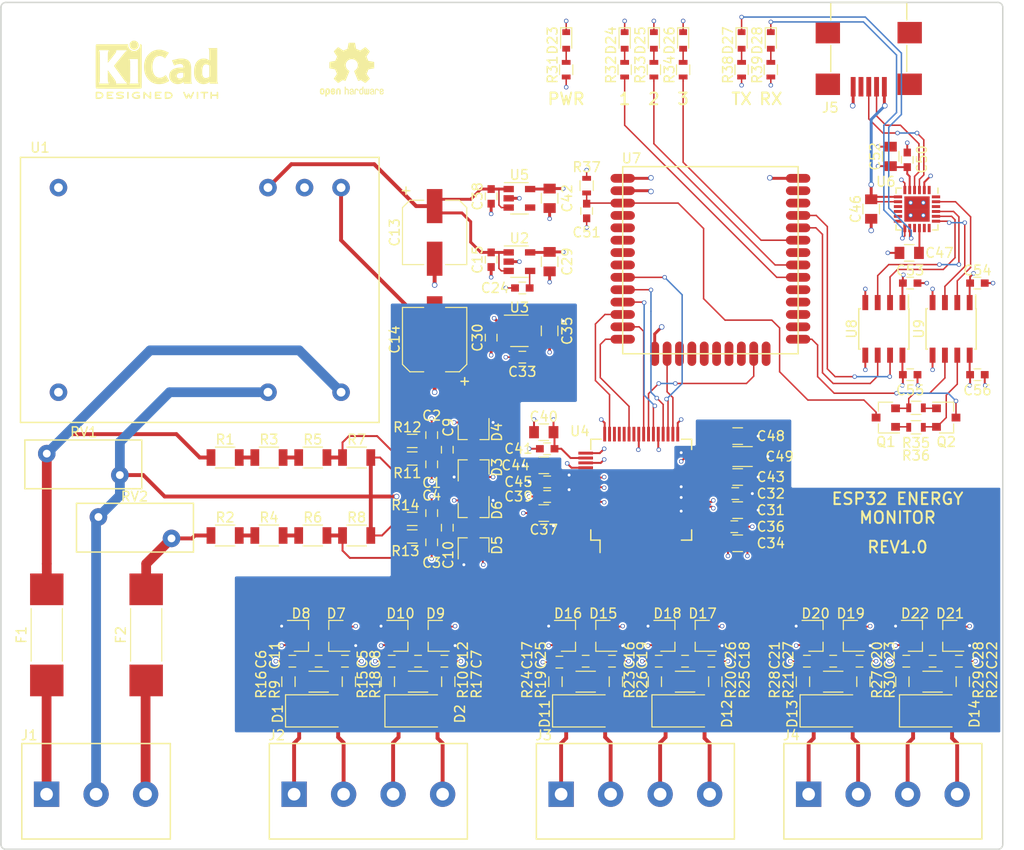
<source format=kicad_pcb>
(kicad_pcb (version 4) (host pcbnew 4.0.7)

  (general
    (links 339)
    (no_connects 3)
    (area 86.099028 31 195.000001 122.000001)
    (thickness 1.6)
    (drawings 26)
    (tracks 1061)
    (zones 0)
    (modules 145)
    (nets 128)
  )

  (page A4)
  (layers
    (0 F.Cu signal)
    (1 In1.Cu signal hide)
    (2 In2.Cu signal hide)
    (31 B.Cu signal)
    (34 B.Paste user hide)
    (35 F.Paste user hide)
    (36 B.SilkS user)
    (37 F.SilkS user)
    (38 B.Mask user hide)
    (39 F.Mask user hide)
    (40 Dwgs.User user hide)
    (42 Eco1.User user)
    (44 Edge.Cuts user)
    (48 B.Fab user hide)
    (49 F.Fab user hide)
  )

  (setup
    (last_trace_width 0.1524)
    (user_trace_width 0.16)
    (user_trace_width 0.2)
    (user_trace_width 0.3)
    (user_trace_width 0.4)
    (user_trace_width 1)
    (trace_clearance 0.1524)
    (zone_clearance 0.18)
    (zone_45_only yes)
    (trace_min 0.1524)
    (segment_width 0.2)
    (edge_width 0.15)
    (via_size 0.452)
    (via_drill 0.3)
    (via_min_size 0.452)
    (via_min_drill 0.3)
    (user_via 0.452 0.3)
    (user_via 0.552 0.4)
    (uvia_size 0.452)
    (uvia_drill 0.3)
    (uvias_allowed no)
    (uvia_min_size 0.452)
    (uvia_min_drill 0.3)
    (pcb_text_width 0.3)
    (pcb_text_size 0.8 0.8)
    (mod_edge_width 0.15)
    (mod_text_size 0.8 0.8)
    (mod_text_width 0.15)
    (pad_size 1.524 1.524)
    (pad_drill 0.762)
    (pad_to_mask_clearance 0.05)
    (solder_mask_min_width 0.1)
    (pad_to_paste_clearance -0.0125)
    (aux_axis_origin 90 120)
    (grid_origin 90 120)
    (visible_elements 7FFEFFFF)
    (pcbplotparams
      (layerselection 0x00030_80000001)
      (usegerberextensions false)
      (excludeedgelayer true)
      (linewidth 0.100000)
      (plotframeref false)
      (viasonmask false)
      (mode 1)
      (useauxorigin false)
      (hpglpennumber 1)
      (hpglpenspeed 20)
      (hpglpendiameter 15)
      (hpglpenoverlay 2)
      (psnegative false)
      (psa4output false)
      (plotreference true)
      (plotvalue true)
      (plotinvisibletext false)
      (padsonsilk false)
      (subtractmaskfromsilk false)
      (outputformat 1)
      (mirror false)
      (drillshape 1)
      (scaleselection 1)
      (outputdirectory ""))
  )

  (net 0 "")
  (net 1 /L1_P)
  (net 2 /L1_N)
  (net 3 /L2_P)
  (net 4 /L2_N)
  (net 5 /I1_P)
  (net 6 /I1_N)
  (net 7 /I2_P)
  (net 8 /I2_N)
  (net 9 +5V)
  (net 10 -5V)
  (net 11 /I3_P)
  (net 12 /I3_N)
  (net 13 /I4_P)
  (net 14 /I4_N)
  (net 15 /I5_P)
  (net 16 /I5_N)
  (net 17 /I6_P)
  (net 18 /I6_N)
  (net 19 +2.5V)
  (net 20 "Net-(C33-Pad1)")
  (net 21 -2.5V)
  (net 22 +3V3)
  (net 23 "Net-(C43-Pad1)")
  (net 24 "Net-(C44-Pad1)")
  (net 25 /RESET)
  (net 26 "Net-(D1-Pad2)")
  (net 27 "Net-(D2-Pad2)")
  (net 28 "Net-(D11-Pad2)")
  (net 29 "Net-(D12-Pad2)")
  (net 30 "Net-(D13-Pad2)")
  (net 31 "Net-(D14-Pad2)")
  (net 32 "Net-(D23-Pad2)")
  (net 33 "Net-(D24-Pad2)")
  (net 34 "Net-(F1-Pad2)")
  (net 35 /L1)
  (net 36 "Net-(F2-Pad2)")
  (net 37 /L2)
  (net 38 /VUSB)
  (net 39 /D_N)
  (net 40 /D_P)
  (net 41 "Net-(Q1-Pad1)")
  (net 42 /RTS)
  (net 43 "Net-(Q2-Pad1)")
  (net 44 /DTR)
  (net 45 /GPIO0)
  (net 46 "Net-(R1-Pad2)")
  (net 47 "Net-(R2-Pad2)")
  (net 48 "Net-(R3-Pad2)")
  (net 49 "Net-(R4-Pad2)")
  (net 50 "Net-(R11-Pad1)")
  (net 51 "Net-(R13-Pad1)")
  (net 52 "Net-(U4-Pad17)")
  (net 53 "Net-(U4-Pad18)")
  (net 54 "Net-(U4-Pad27)")
  (net 55 "Net-(U4-Pad29)")
  (net 56 /MOSI)
  (net 57 /CS)
  (net 58 /SCK)
  (net 59 "Net-(U4-Pad42)")
  (net 60 /MISO)
  (net 61 "Net-(U4-Pad44)")
  (net 62 "Net-(U4-Pad45)")
  (net 63 "Net-(U4-Pad46)")
  (net 64 "Net-(U4-Pad60)")
  (net 65 "Net-(U4-Pad61)")
  (net 66 "Net-(U4-Pad62)")
  (net 67 "Net-(U4-Pad63)")
  (net 68 "Net-(U4-Pad64)")
  (net 69 "Net-(U5-Pad4)")
  (net 70 /TXD0)
  (net 71 /RXD0)
  (net 72 "Net-(U6-Pad24)")
  (net 73 "Net-(U6-Pad22)")
  (net 74 "Net-(U6-Pad18)")
  (net 75 "Net-(U6-Pad17)")
  (net 76 "Net-(U6-Pad12)")
  (net 77 "Net-(U6-Pad11)")
  (net 78 "Net-(U6-Pad10)")
  (net 79 "Net-(U6-Pad9)")
  (net 80 "Net-(U7-Pad17)")
  (net 81 "Net-(U7-Pad18)")
  (net 82 "Net-(U7-Pad22)")
  (net 83 "Net-(U7-Pad24)")
  (net 84 GNDA)
  (net 85 "Net-(C31-Pad1)")
  (net 86 "Net-(C48-Pad1)")
  (net 87 "Net-(U6-Pad1)")
  (net 88 "Net-(U6-Pad15)")
  (net 89 "Net-(U7-Pad37)")
  (net 90 "Net-(U7-Pad36)")
  (net 91 "Net-(U7-Pad32)")
  (net 92 "Net-(U7-Pad29)")
  (net 93 "Net-(U7-Pad28)")
  (net 94 "Net-(U7-Pad27)")
  (net 95 "Net-(U7-Pad26)")
  (net 96 "Net-(U7-Pad21)")
  (net 97 "Net-(U7-Pad20)")
  (net 98 "Net-(U7-Pad19)")
  (net 99 "Net-(U7-Pad8)")
  (net 100 "Net-(U7-Pad7)")
  (net 101 "Net-(U7-Pad6)")
  (net 102 "Net-(U7-Pad5)")
  (net 103 "Net-(U7-Pad4)")
  (net 104 "Net-(J5-Pad4)")
  (net 105 "Net-(J5-Pad6)")
  (net 106 "Net-(C24-Pad1)")
  (net 107 GND)
  (net 108 "Net-(C47-Pad1)")
  (net 109 "Net-(C49-Pad1)")
  (net 110 VCC)
  (net 111 "Net-(D25-Pad2)")
  (net 112 "Net-(D26-Pad2)")
  (net 113 "Net-(U6-Pad19)")
  (net 114 "Net-(U6-Pad20)")
  (net 115 "Net-(U6-Pad21)")
  (net 116 "Net-(U6-Pad23)")
  (net 117 /ADC_PWDN)
  (net 118 /ADC_RESET)
  (net 119 /ADC_START)
  (net 120 /ADC_DRDY)
  (net 121 "Net-(D27-Pad1)")
  (net 122 "Net-(D27-Pad2)")
  (net 123 "Net-(D28-Pad1)")
  (net 124 "Net-(D28-Pad2)")
  (net 125 /LED1)
  (net 126 /LED2)
  (net 127 /LED3)

  (net_class Default "This is the default net class."
    (clearance 0.1524)
    (trace_width 0.1524)
    (via_dia 0.452)
    (via_drill 0.3)
    (uvia_dia 0.452)
    (uvia_drill 0.3)
    (add_net +2.5V)
    (add_net +3V3)
    (add_net +5V)
    (add_net -2.5V)
    (add_net -5V)
    (add_net /ADC_DRDY)
    (add_net /ADC_PWDN)
    (add_net /ADC_RESET)
    (add_net /ADC_START)
    (add_net /CS)
    (add_net /DTR)
    (add_net /D_N)
    (add_net /D_P)
    (add_net /GPIO0)
    (add_net /I1_N)
    (add_net /I1_P)
    (add_net /I2_N)
    (add_net /I2_P)
    (add_net /I3_N)
    (add_net /I3_P)
    (add_net /I4_N)
    (add_net /I4_P)
    (add_net /I5_N)
    (add_net /I5_P)
    (add_net /I6_N)
    (add_net /I6_P)
    (add_net /L1)
    (add_net /L1_N)
    (add_net /L1_P)
    (add_net /L2)
    (add_net /L2_N)
    (add_net /L2_P)
    (add_net /LED1)
    (add_net /LED2)
    (add_net /LED3)
    (add_net /MISO)
    (add_net /MOSI)
    (add_net /RESET)
    (add_net /RTS)
    (add_net /RXD0)
    (add_net /SCK)
    (add_net /TXD0)
    (add_net /VUSB)
    (add_net GND)
    (add_net GNDA)
    (add_net "Net-(C24-Pad1)")
    (add_net "Net-(C31-Pad1)")
    (add_net "Net-(C33-Pad1)")
    (add_net "Net-(C43-Pad1)")
    (add_net "Net-(C44-Pad1)")
    (add_net "Net-(C47-Pad1)")
    (add_net "Net-(C48-Pad1)")
    (add_net "Net-(C49-Pad1)")
    (add_net "Net-(D1-Pad2)")
    (add_net "Net-(D11-Pad2)")
    (add_net "Net-(D12-Pad2)")
    (add_net "Net-(D13-Pad2)")
    (add_net "Net-(D14-Pad2)")
    (add_net "Net-(D2-Pad2)")
    (add_net "Net-(D23-Pad2)")
    (add_net "Net-(D24-Pad2)")
    (add_net "Net-(D25-Pad2)")
    (add_net "Net-(D26-Pad2)")
    (add_net "Net-(D27-Pad1)")
    (add_net "Net-(D27-Pad2)")
    (add_net "Net-(D28-Pad1)")
    (add_net "Net-(D28-Pad2)")
    (add_net "Net-(F1-Pad2)")
    (add_net "Net-(F2-Pad2)")
    (add_net "Net-(J5-Pad4)")
    (add_net "Net-(J5-Pad6)")
    (add_net "Net-(Q1-Pad1)")
    (add_net "Net-(Q2-Pad1)")
    (add_net "Net-(R1-Pad2)")
    (add_net "Net-(R11-Pad1)")
    (add_net "Net-(R13-Pad1)")
    (add_net "Net-(R2-Pad2)")
    (add_net "Net-(R3-Pad2)")
    (add_net "Net-(R4-Pad2)")
    (add_net "Net-(U4-Pad17)")
    (add_net "Net-(U4-Pad18)")
    (add_net "Net-(U4-Pad27)")
    (add_net "Net-(U4-Pad29)")
    (add_net "Net-(U4-Pad42)")
    (add_net "Net-(U4-Pad44)")
    (add_net "Net-(U4-Pad45)")
    (add_net "Net-(U4-Pad46)")
    (add_net "Net-(U4-Pad60)")
    (add_net "Net-(U4-Pad61)")
    (add_net "Net-(U4-Pad62)")
    (add_net "Net-(U4-Pad63)")
    (add_net "Net-(U4-Pad64)")
    (add_net "Net-(U5-Pad4)")
    (add_net "Net-(U6-Pad1)")
    (add_net "Net-(U6-Pad10)")
    (add_net "Net-(U6-Pad11)")
    (add_net "Net-(U6-Pad12)")
    (add_net "Net-(U6-Pad15)")
    (add_net "Net-(U6-Pad17)")
    (add_net "Net-(U6-Pad18)")
    (add_net "Net-(U6-Pad19)")
    (add_net "Net-(U6-Pad20)")
    (add_net "Net-(U6-Pad21)")
    (add_net "Net-(U6-Pad22)")
    (add_net "Net-(U6-Pad23)")
    (add_net "Net-(U6-Pad24)")
    (add_net "Net-(U6-Pad9)")
    (add_net "Net-(U7-Pad17)")
    (add_net "Net-(U7-Pad18)")
    (add_net "Net-(U7-Pad19)")
    (add_net "Net-(U7-Pad20)")
    (add_net "Net-(U7-Pad21)")
    (add_net "Net-(U7-Pad22)")
    (add_net "Net-(U7-Pad24)")
    (add_net "Net-(U7-Pad26)")
    (add_net "Net-(U7-Pad27)")
    (add_net "Net-(U7-Pad28)")
    (add_net "Net-(U7-Pad29)")
    (add_net "Net-(U7-Pad32)")
    (add_net "Net-(U7-Pad36)")
    (add_net "Net-(U7-Pad37)")
    (add_net "Net-(U7-Pad4)")
    (add_net "Net-(U7-Pad5)")
    (add_net "Net-(U7-Pad6)")
    (add_net "Net-(U7-Pad7)")
    (add_net "Net-(U7-Pad8)")
    (add_net VCC)
  )

  (module Resistors_SMD:R_1206 (layer F.Cu) (tedit 58E0A804) (tstamp 5B18A098)
    (at 126.5 79.8)
    (descr "Resistor SMD 1206, reflow soldering, Vishay (see dcrcw.pdf)")
    (tags "resistor 1206")
    (path /5B13C42F)
    (attr smd)
    (fp_text reference R7 (at 0 -1.85) (layer F.SilkS)
      (effects (font (size 1 1) (thickness 0.15)))
    )
    (fp_text value 4.7k (at 0 1.95) (layer F.Fab)
      (effects (font (size 1 1) (thickness 0.15)))
    )
    (fp_text user %R (at 0 0) (layer F.Fab)
      (effects (font (size 0.7 0.7) (thickness 0.105)))
    )
    (fp_line (start -1.6 0.8) (end -1.6 -0.8) (layer F.Fab) (width 0.1))
    (fp_line (start 1.6 0.8) (end -1.6 0.8) (layer F.Fab) (width 0.1))
    (fp_line (start 1.6 -0.8) (end 1.6 0.8) (layer F.Fab) (width 0.1))
    (fp_line (start -1.6 -0.8) (end 1.6 -0.8) (layer F.Fab) (width 0.1))
    (fp_line (start 1 1.07) (end -1 1.07) (layer F.SilkS) (width 0.12))
    (fp_line (start -1 -1.07) (end 1 -1.07) (layer F.SilkS) (width 0.12))
    (fp_line (start -2.15 -1.11) (end 2.15 -1.11) (layer F.CrtYd) (width 0.05))
    (fp_line (start -2.15 -1.11) (end -2.15 1.1) (layer F.CrtYd) (width 0.05))
    (fp_line (start 2.15 1.1) (end 2.15 -1.11) (layer F.CrtYd) (width 0.05))
    (fp_line (start 2.15 1.1) (end -2.15 1.1) (layer F.CrtYd) (width 0.05))
    (pad 1 smd rect (at -1.45 0) (size 0.9 1.7) (layers F.Cu F.Paste F.Mask)
      (net 50 "Net-(R11-Pad1)"))
    (pad 2 smd rect (at 1.45 0) (size 0.9 1.7) (layers F.Cu F.Paste F.Mask)
      (net 84 GNDA))
    (model ${KISYS3DMOD}/Resistors_SMD.3dshapes/R_1206.wrl
      (at (xyz 0 0 0))
      (scale (xyz 1 1 1))
      (rotate (xyz 0 0 0))
    )
  )

  (module Capacitors_SMD:C_0603 (layer F.Cu) (tedit 59958EE7) (tstamp 5B189DED)
    (at 134.2 80.5 270)
    (descr "Capacitor SMD 0603, reflow soldering, AVX (see smccp.pdf)")
    (tags "capacitor 0603")
    (path /5B13E946)
    (attr smd)
    (fp_text reference C1 (at 1.9 0 360) (layer F.SilkS)
      (effects (font (size 1 1) (thickness 0.15)))
    )
    (fp_text value 47p (at 0 1.5 270) (layer F.Fab)
      (effects (font (size 1 1) (thickness 0.15)))
    )
    (fp_line (start 1.4 0.65) (end -1.4 0.65) (layer F.CrtYd) (width 0.05))
    (fp_line (start 1.4 0.65) (end 1.4 -0.65) (layer F.CrtYd) (width 0.05))
    (fp_line (start -1.4 -0.65) (end -1.4 0.65) (layer F.CrtYd) (width 0.05))
    (fp_line (start -1.4 -0.65) (end 1.4 -0.65) (layer F.CrtYd) (width 0.05))
    (fp_line (start 0.35 0.6) (end -0.35 0.6) (layer F.SilkS) (width 0.12))
    (fp_line (start -0.35 -0.6) (end 0.35 -0.6) (layer F.SilkS) (width 0.12))
    (fp_line (start -0.8 -0.4) (end 0.8 -0.4) (layer F.Fab) (width 0.1))
    (fp_line (start 0.8 -0.4) (end 0.8 0.4) (layer F.Fab) (width 0.1))
    (fp_line (start 0.8 0.4) (end -0.8 0.4) (layer F.Fab) (width 0.1))
    (fp_line (start -0.8 0.4) (end -0.8 -0.4) (layer F.Fab) (width 0.1))
    (fp_text user %R (at 0 0 270) (layer F.Fab)
      (effects (font (size 0.3 0.3) (thickness 0.075)))
    )
    (pad 2 smd rect (at 0.75 0 270) (size 0.8 0.75) (layers F.Cu F.Paste F.Mask)
      (net 84 GNDA))
    (pad 1 smd rect (at -0.75 0 270) (size 0.8 0.75) (layers F.Cu F.Paste F.Mask)
      (net 1 /L1_P))
    (model Capacitors_SMD.3dshapes/C_0603.wrl
      (at (xyz 0 0 0))
      (scale (xyz 1 1 1))
      (rotate (xyz 0 0 0))
    )
  )

  (module Capacitors_SMD:C_0603 (layer F.Cu) (tedit 59958EE7) (tstamp 5B189DF3)
    (at 134.2 77.5 90)
    (descr "Capacitor SMD 0603, reflow soldering, AVX (see smccp.pdf)")
    (tags "capacitor 0603")
    (path /5B13F656)
    (attr smd)
    (fp_text reference C2 (at 2 0 180) (layer F.SilkS)
      (effects (font (size 1 1) (thickness 0.15)))
    )
    (fp_text value 47p (at 0 1.5 90) (layer F.Fab)
      (effects (font (size 1 1) (thickness 0.15)))
    )
    (fp_line (start 1.4 0.65) (end -1.4 0.65) (layer F.CrtYd) (width 0.05))
    (fp_line (start 1.4 0.65) (end 1.4 -0.65) (layer F.CrtYd) (width 0.05))
    (fp_line (start -1.4 -0.65) (end -1.4 0.65) (layer F.CrtYd) (width 0.05))
    (fp_line (start -1.4 -0.65) (end 1.4 -0.65) (layer F.CrtYd) (width 0.05))
    (fp_line (start 0.35 0.6) (end -0.35 0.6) (layer F.SilkS) (width 0.12))
    (fp_line (start -0.35 -0.6) (end 0.35 -0.6) (layer F.SilkS) (width 0.12))
    (fp_line (start -0.8 -0.4) (end 0.8 -0.4) (layer F.Fab) (width 0.1))
    (fp_line (start 0.8 -0.4) (end 0.8 0.4) (layer F.Fab) (width 0.1))
    (fp_line (start 0.8 0.4) (end -0.8 0.4) (layer F.Fab) (width 0.1))
    (fp_line (start -0.8 0.4) (end -0.8 -0.4) (layer F.Fab) (width 0.1))
    (fp_text user %R (at 0 0 90) (layer F.Fab)
      (effects (font (size 0.3 0.3) (thickness 0.075)))
    )
    (pad 2 smd rect (at 0.75 0 90) (size 0.8 0.75) (layers F.Cu F.Paste F.Mask)
      (net 84 GNDA))
    (pad 1 smd rect (at -0.75 0 90) (size 0.8 0.75) (layers F.Cu F.Paste F.Mask)
      (net 2 /L1_N))
    (model Capacitors_SMD.3dshapes/C_0603.wrl
      (at (xyz 0 0 0))
      (scale (xyz 1 1 1))
      (rotate (xyz 0 0 0))
    )
  )

  (module Capacitors_SMD:C_0603 (layer F.Cu) (tedit 59958EE7) (tstamp 5B189DF9)
    (at 134.2 88.5 270)
    (descr "Capacitor SMD 0603, reflow soldering, AVX (see smccp.pdf)")
    (tags "capacitor 0603")
    (path /5B14C20F)
    (attr smd)
    (fp_text reference C3 (at 2.1 0 360) (layer F.SilkS)
      (effects (font (size 1 1) (thickness 0.15)))
    )
    (fp_text value 47p (at 0 1.5 270) (layer F.Fab)
      (effects (font (size 1 1) (thickness 0.15)))
    )
    (fp_line (start 1.4 0.65) (end -1.4 0.65) (layer F.CrtYd) (width 0.05))
    (fp_line (start 1.4 0.65) (end 1.4 -0.65) (layer F.CrtYd) (width 0.05))
    (fp_line (start -1.4 -0.65) (end -1.4 0.65) (layer F.CrtYd) (width 0.05))
    (fp_line (start -1.4 -0.65) (end 1.4 -0.65) (layer F.CrtYd) (width 0.05))
    (fp_line (start 0.35 0.6) (end -0.35 0.6) (layer F.SilkS) (width 0.12))
    (fp_line (start -0.35 -0.6) (end 0.35 -0.6) (layer F.SilkS) (width 0.12))
    (fp_line (start -0.8 -0.4) (end 0.8 -0.4) (layer F.Fab) (width 0.1))
    (fp_line (start 0.8 -0.4) (end 0.8 0.4) (layer F.Fab) (width 0.1))
    (fp_line (start 0.8 0.4) (end -0.8 0.4) (layer F.Fab) (width 0.1))
    (fp_line (start -0.8 0.4) (end -0.8 -0.4) (layer F.Fab) (width 0.1))
    (fp_text user %R (at 0 0 270) (layer F.Fab)
      (effects (font (size 0.3 0.3) (thickness 0.075)))
    )
    (pad 2 smd rect (at 0.75 0 270) (size 0.8 0.75) (layers F.Cu F.Paste F.Mask)
      (net 84 GNDA))
    (pad 1 smd rect (at -0.75 0 270) (size 0.8 0.75) (layers F.Cu F.Paste F.Mask)
      (net 3 /L2_P))
    (model Capacitors_SMD.3dshapes/C_0603.wrl
      (at (xyz 0 0 0))
      (scale (xyz 1 1 1))
      (rotate (xyz 0 0 0))
    )
  )

  (module Capacitors_SMD:C_0603 (layer F.Cu) (tedit 59958EE7) (tstamp 5B189DFF)
    (at 134.2 85.5 90)
    (descr "Capacitor SMD 0603, reflow soldering, AVX (see smccp.pdf)")
    (tags "capacitor 0603")
    (path /5B14C21F)
    (attr smd)
    (fp_text reference C4 (at 1.8 0 180) (layer F.SilkS)
      (effects (font (size 1 1) (thickness 0.15)))
    )
    (fp_text value 47p (at 0 1.5 90) (layer F.Fab)
      (effects (font (size 1 1) (thickness 0.15)))
    )
    (fp_line (start 1.4 0.65) (end -1.4 0.65) (layer F.CrtYd) (width 0.05))
    (fp_line (start 1.4 0.65) (end 1.4 -0.65) (layer F.CrtYd) (width 0.05))
    (fp_line (start -1.4 -0.65) (end -1.4 0.65) (layer F.CrtYd) (width 0.05))
    (fp_line (start -1.4 -0.65) (end 1.4 -0.65) (layer F.CrtYd) (width 0.05))
    (fp_line (start 0.35 0.6) (end -0.35 0.6) (layer F.SilkS) (width 0.12))
    (fp_line (start -0.35 -0.6) (end 0.35 -0.6) (layer F.SilkS) (width 0.12))
    (fp_line (start -0.8 -0.4) (end 0.8 -0.4) (layer F.Fab) (width 0.1))
    (fp_line (start 0.8 -0.4) (end 0.8 0.4) (layer F.Fab) (width 0.1))
    (fp_line (start 0.8 0.4) (end -0.8 0.4) (layer F.Fab) (width 0.1))
    (fp_line (start -0.8 0.4) (end -0.8 -0.4) (layer F.Fab) (width 0.1))
    (fp_text user %R (at 0 0 90) (layer F.Fab)
      (effects (font (size 0.3 0.3) (thickness 0.075)))
    )
    (pad 2 smd rect (at 0.75 0 90) (size 0.8 0.75) (layers F.Cu F.Paste F.Mask)
      (net 84 GNDA))
    (pad 1 smd rect (at -0.75 0 90) (size 0.8 0.75) (layers F.Cu F.Paste F.Mask)
      (net 4 /L2_N))
    (model Capacitors_SMD.3dshapes/C_0603.wrl
      (at (xyz 0 0 0))
      (scale (xyz 1 1 1))
      (rotate (xyz 0 0 0))
    )
  )

  (module Capacitors_SMD:C_0603 (layer F.Cu) (tedit 59958EE7) (tstamp 5B189E05)
    (at 125.3 100.7)
    (descr "Capacitor SMD 0603, reflow soldering, AVX (see smccp.pdf)")
    (tags "capacitor 0603")
    (path /5B14D998)
    (attr smd)
    (fp_text reference C5 (at 1.8 -0.2 90) (layer F.SilkS)
      (effects (font (size 1 1) (thickness 0.15)))
    )
    (fp_text value 47p (at 0 1.5) (layer F.Fab)
      (effects (font (size 1 1) (thickness 0.15)))
    )
    (fp_line (start 1.4 0.65) (end -1.4 0.65) (layer F.CrtYd) (width 0.05))
    (fp_line (start 1.4 0.65) (end 1.4 -0.65) (layer F.CrtYd) (width 0.05))
    (fp_line (start -1.4 -0.65) (end -1.4 0.65) (layer F.CrtYd) (width 0.05))
    (fp_line (start -1.4 -0.65) (end 1.4 -0.65) (layer F.CrtYd) (width 0.05))
    (fp_line (start 0.35 0.6) (end -0.35 0.6) (layer F.SilkS) (width 0.12))
    (fp_line (start -0.35 -0.6) (end 0.35 -0.6) (layer F.SilkS) (width 0.12))
    (fp_line (start -0.8 -0.4) (end 0.8 -0.4) (layer F.Fab) (width 0.1))
    (fp_line (start 0.8 -0.4) (end 0.8 0.4) (layer F.Fab) (width 0.1))
    (fp_line (start 0.8 0.4) (end -0.8 0.4) (layer F.Fab) (width 0.1))
    (fp_line (start -0.8 0.4) (end -0.8 -0.4) (layer F.Fab) (width 0.1))
    (fp_text user %R (at 0 0) (layer F.Fab)
      (effects (font (size 0.3 0.3) (thickness 0.075)))
    )
    (pad 2 smd rect (at 0.75 0) (size 0.8 0.75) (layers F.Cu F.Paste F.Mask)
      (net 84 GNDA))
    (pad 1 smd rect (at -0.75 0) (size 0.8 0.75) (layers F.Cu F.Paste F.Mask)
      (net 5 /I1_P))
    (model Capacitors_SMD.3dshapes/C_0603.wrl
      (at (xyz 0 0 0))
      (scale (xyz 1 1 1))
      (rotate (xyz 0 0 0))
    )
  )

  (module Capacitors_SMD:C_0603 (layer F.Cu) (tedit 59958EE7) (tstamp 5B189E0B)
    (at 119.9 100.7 180)
    (descr "Capacitor SMD 0603, reflow soldering, AVX (see smccp.pdf)")
    (tags "capacitor 0603")
    (path /5B14DB91)
    (attr smd)
    (fp_text reference C6 (at 3.2 0.2 270) (layer F.SilkS)
      (effects (font (size 1 1) (thickness 0.15)))
    )
    (fp_text value 47p (at 0 1.5 180) (layer F.Fab)
      (effects (font (size 1 1) (thickness 0.15)))
    )
    (fp_line (start 1.4 0.65) (end -1.4 0.65) (layer F.CrtYd) (width 0.05))
    (fp_line (start 1.4 0.65) (end 1.4 -0.65) (layer F.CrtYd) (width 0.05))
    (fp_line (start -1.4 -0.65) (end -1.4 0.65) (layer F.CrtYd) (width 0.05))
    (fp_line (start -1.4 -0.65) (end 1.4 -0.65) (layer F.CrtYd) (width 0.05))
    (fp_line (start 0.35 0.6) (end -0.35 0.6) (layer F.SilkS) (width 0.12))
    (fp_line (start -0.35 -0.6) (end 0.35 -0.6) (layer F.SilkS) (width 0.12))
    (fp_line (start -0.8 -0.4) (end 0.8 -0.4) (layer F.Fab) (width 0.1))
    (fp_line (start 0.8 -0.4) (end 0.8 0.4) (layer F.Fab) (width 0.1))
    (fp_line (start 0.8 0.4) (end -0.8 0.4) (layer F.Fab) (width 0.1))
    (fp_line (start -0.8 0.4) (end -0.8 -0.4) (layer F.Fab) (width 0.1))
    (fp_text user %R (at 0 0 180) (layer F.Fab)
      (effects (font (size 0.3 0.3) (thickness 0.075)))
    )
    (pad 2 smd rect (at 0.75 0 180) (size 0.8 0.75) (layers F.Cu F.Paste F.Mask)
      (net 84 GNDA))
    (pad 1 smd rect (at -0.75 0 180) (size 0.8 0.75) (layers F.Cu F.Paste F.Mask)
      (net 6 /I1_N))
    (model Capacitors_SMD.3dshapes/C_0603.wrl
      (at (xyz 0 0 0))
      (scale (xyz 1 1 1))
      (rotate (xyz 0 0 0))
    )
  )

  (module Capacitors_SMD:C_0603 (layer F.Cu) (tedit 59958EE7) (tstamp 5B189E11)
    (at 135.5 100.7)
    (descr "Capacitor SMD 0603, reflow soldering, AVX (see smccp.pdf)")
    (tags "capacitor 0603")
    (path /5B14FF75)
    (attr smd)
    (fp_text reference C7 (at 3.3 -0.2 90) (layer F.SilkS)
      (effects (font (size 1 1) (thickness 0.15)))
    )
    (fp_text value 47p (at 0 1.5) (layer F.Fab)
      (effects (font (size 1 1) (thickness 0.15)))
    )
    (fp_line (start 1.4 0.65) (end -1.4 0.65) (layer F.CrtYd) (width 0.05))
    (fp_line (start 1.4 0.65) (end 1.4 -0.65) (layer F.CrtYd) (width 0.05))
    (fp_line (start -1.4 -0.65) (end -1.4 0.65) (layer F.CrtYd) (width 0.05))
    (fp_line (start -1.4 -0.65) (end 1.4 -0.65) (layer F.CrtYd) (width 0.05))
    (fp_line (start 0.35 0.6) (end -0.35 0.6) (layer F.SilkS) (width 0.12))
    (fp_line (start -0.35 -0.6) (end 0.35 -0.6) (layer F.SilkS) (width 0.12))
    (fp_line (start -0.8 -0.4) (end 0.8 -0.4) (layer F.Fab) (width 0.1))
    (fp_line (start 0.8 -0.4) (end 0.8 0.4) (layer F.Fab) (width 0.1))
    (fp_line (start 0.8 0.4) (end -0.8 0.4) (layer F.Fab) (width 0.1))
    (fp_line (start -0.8 0.4) (end -0.8 -0.4) (layer F.Fab) (width 0.1))
    (fp_text user %R (at 0 0) (layer F.Fab)
      (effects (font (size 0.3 0.3) (thickness 0.075)))
    )
    (pad 2 smd rect (at 0.75 0) (size 0.8 0.75) (layers F.Cu F.Paste F.Mask)
      (net 84 GNDA))
    (pad 1 smd rect (at -0.75 0) (size 0.8 0.75) (layers F.Cu F.Paste F.Mask)
      (net 7 /I2_P))
    (model Capacitors_SMD.3dshapes/C_0603.wrl
      (at (xyz 0 0 0))
      (scale (xyz 1 1 1))
      (rotate (xyz 0 0 0))
    )
  )

  (module Capacitors_SMD:C_0603 (layer F.Cu) (tedit 59958EE7) (tstamp 5B189E17)
    (at 130.1 100.7 180)
    (descr "Capacitor SMD 0603, reflow soldering, AVX (see smccp.pdf)")
    (tags "capacitor 0603")
    (path /5B14FF7D)
    (attr smd)
    (fp_text reference C8 (at 1.7 0.2 270) (layer F.SilkS)
      (effects (font (size 1 1) (thickness 0.15)))
    )
    (fp_text value 47p (at 0 1.5 180) (layer F.Fab)
      (effects (font (size 1 1) (thickness 0.15)))
    )
    (fp_line (start 1.4 0.65) (end -1.4 0.65) (layer F.CrtYd) (width 0.05))
    (fp_line (start 1.4 0.65) (end 1.4 -0.65) (layer F.CrtYd) (width 0.05))
    (fp_line (start -1.4 -0.65) (end -1.4 0.65) (layer F.CrtYd) (width 0.05))
    (fp_line (start -1.4 -0.65) (end 1.4 -0.65) (layer F.CrtYd) (width 0.05))
    (fp_line (start 0.35 0.6) (end -0.35 0.6) (layer F.SilkS) (width 0.12))
    (fp_line (start -0.35 -0.6) (end 0.35 -0.6) (layer F.SilkS) (width 0.12))
    (fp_line (start -0.8 -0.4) (end 0.8 -0.4) (layer F.Fab) (width 0.1))
    (fp_line (start 0.8 -0.4) (end 0.8 0.4) (layer F.Fab) (width 0.1))
    (fp_line (start 0.8 0.4) (end -0.8 0.4) (layer F.Fab) (width 0.1))
    (fp_line (start -0.8 0.4) (end -0.8 -0.4) (layer F.Fab) (width 0.1))
    (fp_text user %R (at 0 0 180) (layer F.Fab)
      (effects (font (size 0.3 0.3) (thickness 0.075)))
    )
    (pad 2 smd rect (at 0.75 0 180) (size 0.8 0.75) (layers F.Cu F.Paste F.Mask)
      (net 84 GNDA))
    (pad 1 smd rect (at -0.75 0 180) (size 0.8 0.75) (layers F.Cu F.Paste F.Mask)
      (net 8 /I2_N))
    (model Capacitors_SMD.3dshapes/C_0603.wrl
      (at (xyz 0 0 0))
      (scale (xyz 1 1 1))
      (rotate (xyz 0 0 0))
    )
  )

  (module Capacitors_SMD:C_0603 (layer F.Cu) (tedit 59958EE7) (tstamp 5B189E1D)
    (at 135.8 79 90)
    (descr "Capacitor SMD 0603, reflow soldering, AVX (see smccp.pdf)")
    (tags "capacitor 0603")
    (path /5B140113)
    (attr smd)
    (fp_text reference C9 (at 2.3 0.1 90) (layer F.SilkS)
      (effects (font (size 1 1) (thickness 0.15)))
    )
    (fp_text value 0.015u (at 0 1.5 90) (layer F.Fab)
      (effects (font (size 1 1) (thickness 0.15)))
    )
    (fp_line (start 1.4 0.65) (end -1.4 0.65) (layer F.CrtYd) (width 0.05))
    (fp_line (start 1.4 0.65) (end 1.4 -0.65) (layer F.CrtYd) (width 0.05))
    (fp_line (start -1.4 -0.65) (end -1.4 0.65) (layer F.CrtYd) (width 0.05))
    (fp_line (start -1.4 -0.65) (end 1.4 -0.65) (layer F.CrtYd) (width 0.05))
    (fp_line (start 0.35 0.6) (end -0.35 0.6) (layer F.SilkS) (width 0.12))
    (fp_line (start -0.35 -0.6) (end 0.35 -0.6) (layer F.SilkS) (width 0.12))
    (fp_line (start -0.8 -0.4) (end 0.8 -0.4) (layer F.Fab) (width 0.1))
    (fp_line (start 0.8 -0.4) (end 0.8 0.4) (layer F.Fab) (width 0.1))
    (fp_line (start 0.8 0.4) (end -0.8 0.4) (layer F.Fab) (width 0.1))
    (fp_line (start -0.8 0.4) (end -0.8 -0.4) (layer F.Fab) (width 0.1))
    (fp_text user %R (at 0 0 90) (layer F.Fab)
      (effects (font (size 0.3 0.3) (thickness 0.075)))
    )
    (pad 2 smd rect (at 0.75 0 90) (size 0.8 0.75) (layers F.Cu F.Paste F.Mask)
      (net 2 /L1_N))
    (pad 1 smd rect (at -0.75 0 90) (size 0.8 0.75) (layers F.Cu F.Paste F.Mask)
      (net 1 /L1_P))
    (model Capacitors_SMD.3dshapes/C_0603.wrl
      (at (xyz 0 0 0))
      (scale (xyz 1 1 1))
      (rotate (xyz 0 0 0))
    )
  )

  (module Capacitors_SMD:C_0603 (layer F.Cu) (tedit 59958EE7) (tstamp 5B189E23)
    (at 135.8 87 90)
    (descr "Capacitor SMD 0603, reflow soldering, AVX (see smccp.pdf)")
    (tags "capacitor 0603")
    (path /5B14C23D)
    (attr smd)
    (fp_text reference C10 (at -2.8 0.1 90) (layer F.SilkS)
      (effects (font (size 1 1) (thickness 0.15)))
    )
    (fp_text value 0.015u (at 0 1.5 90) (layer F.Fab)
      (effects (font (size 1 1) (thickness 0.15)))
    )
    (fp_line (start 1.4 0.65) (end -1.4 0.65) (layer F.CrtYd) (width 0.05))
    (fp_line (start 1.4 0.65) (end 1.4 -0.65) (layer F.CrtYd) (width 0.05))
    (fp_line (start -1.4 -0.65) (end -1.4 0.65) (layer F.CrtYd) (width 0.05))
    (fp_line (start -1.4 -0.65) (end 1.4 -0.65) (layer F.CrtYd) (width 0.05))
    (fp_line (start 0.35 0.6) (end -0.35 0.6) (layer F.SilkS) (width 0.12))
    (fp_line (start -0.35 -0.6) (end 0.35 -0.6) (layer F.SilkS) (width 0.12))
    (fp_line (start -0.8 -0.4) (end 0.8 -0.4) (layer F.Fab) (width 0.1))
    (fp_line (start 0.8 -0.4) (end 0.8 0.4) (layer F.Fab) (width 0.1))
    (fp_line (start 0.8 0.4) (end -0.8 0.4) (layer F.Fab) (width 0.1))
    (fp_line (start -0.8 0.4) (end -0.8 -0.4) (layer F.Fab) (width 0.1))
    (fp_text user %R (at 0 0 90) (layer F.Fab)
      (effects (font (size 0.3 0.3) (thickness 0.075)))
    )
    (pad 2 smd rect (at 0.75 0 90) (size 0.8 0.75) (layers F.Cu F.Paste F.Mask)
      (net 4 /L2_N))
    (pad 1 smd rect (at -0.75 0 90) (size 0.8 0.75) (layers F.Cu F.Paste F.Mask)
      (net 3 /L2_P))
    (model Capacitors_SMD.3dshapes/C_0603.wrl
      (at (xyz 0 0 0))
      (scale (xyz 1 1 1))
      (rotate (xyz 0 0 0))
    )
  )

  (module Capacitors_SMD:C_0603 (layer F.Cu) (tedit 5B1DDBB0) (tstamp 5B189E29)
    (at 122.6 100.7 180)
    (descr "Capacitor SMD 0603, reflow soldering, AVX (see smccp.pdf)")
    (tags "capacitor 0603")
    (path /5B14DD19)
    (attr smd)
    (fp_text reference C11 (at 4.5 0.6 270) (layer F.SilkS)
      (effects (font (size 1 1) (thickness 0.15)))
    )
    (fp_text value 0.015u (at 0 1.5 180) (layer F.Fab)
      (effects (font (size 1 1) (thickness 0.15)))
    )
    (fp_line (start 1.4 0.65) (end -1.4 0.65) (layer F.CrtYd) (width 0.05))
    (fp_line (start 1.4 0.65) (end 1.4 -0.65) (layer F.CrtYd) (width 0.05))
    (fp_line (start -1.4 -0.65) (end -1.4 0.65) (layer F.CrtYd) (width 0.05))
    (fp_line (start -1.4 -0.65) (end 1.4 -0.65) (layer F.CrtYd) (width 0.05))
    (fp_line (start 0.35 0.6) (end -0.35 0.6) (layer F.SilkS) (width 0.12))
    (fp_line (start -0.35 -0.6) (end 0.35 -0.6) (layer F.SilkS) (width 0.12))
    (fp_line (start -0.8 -0.4) (end 0.8 -0.4) (layer F.Fab) (width 0.1))
    (fp_line (start 0.8 -0.4) (end 0.8 0.4) (layer F.Fab) (width 0.1))
    (fp_line (start 0.8 0.4) (end -0.8 0.4) (layer F.Fab) (width 0.1))
    (fp_line (start -0.8 0.4) (end -0.8 -0.4) (layer F.Fab) (width 0.1))
    (fp_text user %R (at 0 0 180) (layer F.Fab)
      (effects (font (size 0.3 0.3) (thickness 0.075)))
    )
    (pad 2 smd rect (at 0.75 0 180) (size 0.8 0.75) (layers F.Cu F.Paste F.Mask)
      (net 6 /I1_N))
    (pad 1 smd rect (at -0.75 0 180) (size 0.8 0.75) (layers F.Cu F.Paste F.Mask)
      (net 5 /I1_P))
    (model Capacitors_SMD.3dshapes/C_0603.wrl
      (at (xyz 0 0 0))
      (scale (xyz 1 1 1))
      (rotate (xyz 0 0 0))
    )
  )

  (module Capacitors_SMD:C_0603 (layer F.Cu) (tedit 5B1DDC64) (tstamp 5B189E2F)
    (at 132.8 100.7 180)
    (descr "Capacitor SMD 0603, reflow soldering, AVX (see smccp.pdf)")
    (tags "capacitor 0603")
    (path /5B14FF85)
    (attr smd)
    (fp_text reference C12 (at -4.6 0.6 270) (layer F.SilkS)
      (effects (font (size 1 1) (thickness 0.15)))
    )
    (fp_text value 0.015u (at 0 1.5 180) (layer F.Fab)
      (effects (font (size 1 1) (thickness 0.15)))
    )
    (fp_line (start 1.4 0.65) (end -1.4 0.65) (layer F.CrtYd) (width 0.05))
    (fp_line (start 1.4 0.65) (end 1.4 -0.65) (layer F.CrtYd) (width 0.05))
    (fp_line (start -1.4 -0.65) (end -1.4 0.65) (layer F.CrtYd) (width 0.05))
    (fp_line (start -1.4 -0.65) (end 1.4 -0.65) (layer F.CrtYd) (width 0.05))
    (fp_line (start 0.35 0.6) (end -0.35 0.6) (layer F.SilkS) (width 0.12))
    (fp_line (start -0.35 -0.6) (end 0.35 -0.6) (layer F.SilkS) (width 0.12))
    (fp_line (start -0.8 -0.4) (end 0.8 -0.4) (layer F.Fab) (width 0.1))
    (fp_line (start 0.8 -0.4) (end 0.8 0.4) (layer F.Fab) (width 0.1))
    (fp_line (start 0.8 0.4) (end -0.8 0.4) (layer F.Fab) (width 0.1))
    (fp_line (start -0.8 0.4) (end -0.8 -0.4) (layer F.Fab) (width 0.1))
    (fp_text user %R (at 0 0 180) (layer F.Fab)
      (effects (font (size 0.3 0.3) (thickness 0.075)))
    )
    (pad 2 smd rect (at 0.75 0 180) (size 0.8 0.75) (layers F.Cu F.Paste F.Mask)
      (net 8 /I2_N))
    (pad 1 smd rect (at -0.75 0 180) (size 0.8 0.75) (layers F.Cu F.Paste F.Mask)
      (net 7 /I2_P))
    (model Capacitors_SMD.3dshapes/C_0603.wrl
      (at (xyz 0 0 0))
      (scale (xyz 1 1 1))
      (rotate (xyz 0 0 0))
    )
  )

  (module Capacitors_SMD:CP_Elec_6.3x5.8 (layer F.Cu) (tedit 58AA8B59) (tstamp 5B189E41)
    (at 134.5 56.7 270)
    (descr "SMT capacitor, aluminium electrolytic, 6.3x5.8")
    (path /5B12C0FF)
    (attr smd)
    (fp_text reference C13 (at 0 4.1 270) (layer F.SilkS)
      (effects (font (size 1 1) (thickness 0.15)))
    )
    (fp_text value 47u (at 0 -4.56 270) (layer F.Fab)
      (effects (font (size 1 1) (thickness 0.15)))
    )
    (fp_circle (center 0 0) (end 0.5 3) (layer F.Fab) (width 0.1))
    (fp_text user + (at -1.75 -0.08 270) (layer F.Fab)
      (effects (font (size 1 1) (thickness 0.15)))
    )
    (fp_text user + (at -4.28 3.01 270) (layer F.SilkS)
      (effects (font (size 1 1) (thickness 0.15)))
    )
    (fp_text user %R (at 0 4.56 270) (layer F.Fab)
      (effects (font (size 1 1) (thickness 0.15)))
    )
    (fp_line (start 3.15 3.15) (end 3.15 -3.15) (layer F.Fab) (width 0.1))
    (fp_line (start -2.48 3.15) (end 3.15 3.15) (layer F.Fab) (width 0.1))
    (fp_line (start -3.15 2.48) (end -2.48 3.15) (layer F.Fab) (width 0.1))
    (fp_line (start -3.15 -2.48) (end -3.15 2.48) (layer F.Fab) (width 0.1))
    (fp_line (start -2.48 -3.15) (end -3.15 -2.48) (layer F.Fab) (width 0.1))
    (fp_line (start 3.15 -3.15) (end -2.48 -3.15) (layer F.Fab) (width 0.1))
    (fp_line (start 3.3 3.3) (end 3.3 1.12) (layer F.SilkS) (width 0.12))
    (fp_line (start 3.3 -3.3) (end 3.3 -1.12) (layer F.SilkS) (width 0.12))
    (fp_line (start -3.3 2.54) (end -3.3 1.12) (layer F.SilkS) (width 0.12))
    (fp_line (start -3.3 -2.54) (end -3.3 -1.12) (layer F.SilkS) (width 0.12))
    (fp_line (start 3.3 3.3) (end -2.54 3.3) (layer F.SilkS) (width 0.12))
    (fp_line (start -2.54 3.3) (end -3.3 2.54) (layer F.SilkS) (width 0.12))
    (fp_line (start -3.3 -2.54) (end -2.54 -3.3) (layer F.SilkS) (width 0.12))
    (fp_line (start -2.54 -3.3) (end 3.3 -3.3) (layer F.SilkS) (width 0.12))
    (fp_line (start -4.7 -3.4) (end 4.7 -3.4) (layer F.CrtYd) (width 0.05))
    (fp_line (start -4.7 -3.4) (end -4.7 3.4) (layer F.CrtYd) (width 0.05))
    (fp_line (start 4.7 3.4) (end 4.7 -3.4) (layer F.CrtYd) (width 0.05))
    (fp_line (start 4.7 3.4) (end -4.7 3.4) (layer F.CrtYd) (width 0.05))
    (pad 1 smd rect (at -2.7 0 90) (size 3.5 1.6) (layers F.Cu F.Paste F.Mask)
      (net 9 +5V))
    (pad 2 smd rect (at 2.7 0 90) (size 3.5 1.6) (layers F.Cu F.Paste F.Mask)
      (net 84 GNDA))
    (model Capacitors_SMD.3dshapes/CP_Elec_6.3x5.8.wrl
      (at (xyz 0 0 0))
      (scale (xyz 1 1 1))
      (rotate (xyz 0 0 180))
    )
  )

  (module Capacitors_SMD:CP_Elec_6.3x5.8 (layer F.Cu) (tedit 58AA8B59) (tstamp 5B189E47)
    (at 134.5 67.7 90)
    (descr "SMT capacitor, aluminium electrolytic, 6.3x5.8")
    (path /5B12CFB1)
    (attr smd)
    (fp_text reference C14 (at 0 -4.1 90) (layer F.SilkS)
      (effects (font (size 1 1) (thickness 0.15)))
    )
    (fp_text value 47u (at 0 -4.56 90) (layer F.Fab)
      (effects (font (size 1 1) (thickness 0.15)))
    )
    (fp_circle (center 0 0) (end 0.5 3) (layer F.Fab) (width 0.1))
    (fp_text user + (at -1.75 -0.08 90) (layer F.Fab)
      (effects (font (size 1 1) (thickness 0.15)))
    )
    (fp_text user + (at -4.28 3.01 90) (layer F.SilkS)
      (effects (font (size 1 1) (thickness 0.15)))
    )
    (fp_text user %R (at 0 4.56 90) (layer F.Fab)
      (effects (font (size 1 1) (thickness 0.15)))
    )
    (fp_line (start 3.15 3.15) (end 3.15 -3.15) (layer F.Fab) (width 0.1))
    (fp_line (start -2.48 3.15) (end 3.15 3.15) (layer F.Fab) (width 0.1))
    (fp_line (start -3.15 2.48) (end -2.48 3.15) (layer F.Fab) (width 0.1))
    (fp_line (start -3.15 -2.48) (end -3.15 2.48) (layer F.Fab) (width 0.1))
    (fp_line (start -2.48 -3.15) (end -3.15 -2.48) (layer F.Fab) (width 0.1))
    (fp_line (start 3.15 -3.15) (end -2.48 -3.15) (layer F.Fab) (width 0.1))
    (fp_line (start 3.3 3.3) (end 3.3 1.12) (layer F.SilkS) (width 0.12))
    (fp_line (start 3.3 -3.3) (end 3.3 -1.12) (layer F.SilkS) (width 0.12))
    (fp_line (start -3.3 2.54) (end -3.3 1.12) (layer F.SilkS) (width 0.12))
    (fp_line (start -3.3 -2.54) (end -3.3 -1.12) (layer F.SilkS) (width 0.12))
    (fp_line (start 3.3 3.3) (end -2.54 3.3) (layer F.SilkS) (width 0.12))
    (fp_line (start -2.54 3.3) (end -3.3 2.54) (layer F.SilkS) (width 0.12))
    (fp_line (start -3.3 -2.54) (end -2.54 -3.3) (layer F.SilkS) (width 0.12))
    (fp_line (start -2.54 -3.3) (end 3.3 -3.3) (layer F.SilkS) (width 0.12))
    (fp_line (start -4.7 -3.4) (end 4.7 -3.4) (layer F.CrtYd) (width 0.05))
    (fp_line (start -4.7 -3.4) (end -4.7 3.4) (layer F.CrtYd) (width 0.05))
    (fp_line (start 4.7 3.4) (end 4.7 -3.4) (layer F.CrtYd) (width 0.05))
    (fp_line (start 4.7 3.4) (end -4.7 3.4) (layer F.CrtYd) (width 0.05))
    (pad 1 smd rect (at -2.7 0 270) (size 3.5 1.6) (layers F.Cu F.Paste F.Mask)
      (net 84 GNDA))
    (pad 2 smd rect (at 2.7 0 270) (size 3.5 1.6) (layers F.Cu F.Paste F.Mask)
      (net 10 -5V))
    (model Capacitors_SMD.3dshapes/CP_Elec_6.3x5.8.wrl
      (at (xyz 0 0 0))
      (scale (xyz 1 1 1))
      (rotate (xyz 0 0 180))
    )
  )

  (module Capacitors_SMD:C_0603 (layer F.Cu) (tedit 59958EE7) (tstamp 5B189E4D)
    (at 140.3 59.5 270)
    (descr "Capacitor SMD 0603, reflow soldering, AVX (see smccp.pdf)")
    (tags "capacitor 0603")
    (path /5B19B12B)
    (attr smd)
    (fp_text reference C15 (at 0 1.4 270) (layer F.SilkS)
      (effects (font (size 1 1) (thickness 0.15)))
    )
    (fp_text value 0.1u (at 0 1.5 270) (layer F.Fab)
      (effects (font (size 1 1) (thickness 0.15)))
    )
    (fp_line (start 1.4 0.65) (end -1.4 0.65) (layer F.CrtYd) (width 0.05))
    (fp_line (start 1.4 0.65) (end 1.4 -0.65) (layer F.CrtYd) (width 0.05))
    (fp_line (start -1.4 -0.65) (end -1.4 0.65) (layer F.CrtYd) (width 0.05))
    (fp_line (start -1.4 -0.65) (end 1.4 -0.65) (layer F.CrtYd) (width 0.05))
    (fp_line (start 0.35 0.6) (end -0.35 0.6) (layer F.SilkS) (width 0.12))
    (fp_line (start -0.35 -0.6) (end 0.35 -0.6) (layer F.SilkS) (width 0.12))
    (fp_line (start -0.8 -0.4) (end 0.8 -0.4) (layer F.Fab) (width 0.1))
    (fp_line (start 0.8 -0.4) (end 0.8 0.4) (layer F.Fab) (width 0.1))
    (fp_line (start 0.8 0.4) (end -0.8 0.4) (layer F.Fab) (width 0.1))
    (fp_line (start -0.8 0.4) (end -0.8 -0.4) (layer F.Fab) (width 0.1))
    (fp_text user %R (at 0 0 270) (layer F.Fab)
      (effects (font (size 0.3 0.3) (thickness 0.075)))
    )
    (pad 2 smd rect (at 0.75 0 270) (size 0.8 0.75) (layers F.Cu F.Paste F.Mask)
      (net 84 GNDA))
    (pad 1 smd rect (at -0.75 0 270) (size 0.8 0.75) (layers F.Cu F.Paste F.Mask)
      (net 9 +5V))
    (model Capacitors_SMD.3dshapes/C_0603.wrl
      (at (xyz 0 0 0))
      (scale (xyz 1 1 1))
      (rotate (xyz 0 0 0))
    )
  )

  (module Capacitors_SMD:C_0603 (layer F.Cu) (tedit 59958EE7) (tstamp 5B189E53)
    (at 152.7 100.7)
    (descr "Capacitor SMD 0603, reflow soldering, AVX (see smccp.pdf)")
    (tags "capacitor 0603")
    (path /5B15183B)
    (attr smd)
    (fp_text reference C16 (at 1.8 -0.6 90) (layer F.SilkS)
      (effects (font (size 1 1) (thickness 0.15)))
    )
    (fp_text value 47p (at 0 1.5) (layer F.Fab)
      (effects (font (size 1 1) (thickness 0.15)))
    )
    (fp_line (start 1.4 0.65) (end -1.4 0.65) (layer F.CrtYd) (width 0.05))
    (fp_line (start 1.4 0.65) (end 1.4 -0.65) (layer F.CrtYd) (width 0.05))
    (fp_line (start -1.4 -0.65) (end -1.4 0.65) (layer F.CrtYd) (width 0.05))
    (fp_line (start -1.4 -0.65) (end 1.4 -0.65) (layer F.CrtYd) (width 0.05))
    (fp_line (start 0.35 0.6) (end -0.35 0.6) (layer F.SilkS) (width 0.12))
    (fp_line (start -0.35 -0.6) (end 0.35 -0.6) (layer F.SilkS) (width 0.12))
    (fp_line (start -0.8 -0.4) (end 0.8 -0.4) (layer F.Fab) (width 0.1))
    (fp_line (start 0.8 -0.4) (end 0.8 0.4) (layer F.Fab) (width 0.1))
    (fp_line (start 0.8 0.4) (end -0.8 0.4) (layer F.Fab) (width 0.1))
    (fp_line (start -0.8 0.4) (end -0.8 -0.4) (layer F.Fab) (width 0.1))
    (fp_text user %R (at 0 0) (layer F.Fab)
      (effects (font (size 0.3 0.3) (thickness 0.075)))
    )
    (pad 2 smd rect (at 0.75 0) (size 0.8 0.75) (layers F.Cu F.Paste F.Mask)
      (net 84 GNDA))
    (pad 1 smd rect (at -0.75 0) (size 0.8 0.75) (layers F.Cu F.Paste F.Mask)
      (net 11 /I3_P))
    (model Capacitors_SMD.3dshapes/C_0603.wrl
      (at (xyz 0 0 0))
      (scale (xyz 1 1 1))
      (rotate (xyz 0 0 0))
    )
  )

  (module Capacitors_SMD:C_0603 (layer F.Cu) (tedit 59958EE7) (tstamp 5B189E59)
    (at 147.3 100.8 180)
    (descr "Capacitor SMD 0603, reflow soldering, AVX (see smccp.pdf)")
    (tags "capacitor 0603")
    (path /5B151843)
    (attr smd)
    (fp_text reference C17 (at 3.3 0.7 270) (layer F.SilkS)
      (effects (font (size 1 1) (thickness 0.15)))
    )
    (fp_text value 47p (at 0 1.5 180) (layer F.Fab)
      (effects (font (size 1 1) (thickness 0.15)))
    )
    (fp_line (start 1.4 0.65) (end -1.4 0.65) (layer F.CrtYd) (width 0.05))
    (fp_line (start 1.4 0.65) (end 1.4 -0.65) (layer F.CrtYd) (width 0.05))
    (fp_line (start -1.4 -0.65) (end -1.4 0.65) (layer F.CrtYd) (width 0.05))
    (fp_line (start -1.4 -0.65) (end 1.4 -0.65) (layer F.CrtYd) (width 0.05))
    (fp_line (start 0.35 0.6) (end -0.35 0.6) (layer F.SilkS) (width 0.12))
    (fp_line (start -0.35 -0.6) (end 0.35 -0.6) (layer F.SilkS) (width 0.12))
    (fp_line (start -0.8 -0.4) (end 0.8 -0.4) (layer F.Fab) (width 0.1))
    (fp_line (start 0.8 -0.4) (end 0.8 0.4) (layer F.Fab) (width 0.1))
    (fp_line (start 0.8 0.4) (end -0.8 0.4) (layer F.Fab) (width 0.1))
    (fp_line (start -0.8 0.4) (end -0.8 -0.4) (layer F.Fab) (width 0.1))
    (fp_text user %R (at 0 0 180) (layer F.Fab)
      (effects (font (size 0.3 0.3) (thickness 0.075)))
    )
    (pad 2 smd rect (at 0.75 0 180) (size 0.8 0.75) (layers F.Cu F.Paste F.Mask)
      (net 84 GNDA))
    (pad 1 smd rect (at -0.75 0 180) (size 0.8 0.75) (layers F.Cu F.Paste F.Mask)
      (net 12 /I3_N))
    (model Capacitors_SMD.3dshapes/C_0603.wrl
      (at (xyz 0 0 0))
      (scale (xyz 1 1 1))
      (rotate (xyz 0 0 0))
    )
  )

  (module Capacitors_SMD:C_0603 (layer F.Cu) (tedit 59958EE7) (tstamp 5B189E5F)
    (at 162.9 100.7)
    (descr "Capacitor SMD 0603, reflow soldering, AVX (see smccp.pdf)")
    (tags "capacitor 0603")
    (path /5B1518DA)
    (attr smd)
    (fp_text reference C18 (at 3.4 -0.6 90) (layer F.SilkS)
      (effects (font (size 1 1) (thickness 0.15)))
    )
    (fp_text value 47p (at 0 1.5) (layer F.Fab)
      (effects (font (size 1 1) (thickness 0.15)))
    )
    (fp_line (start 1.4 0.65) (end -1.4 0.65) (layer F.CrtYd) (width 0.05))
    (fp_line (start 1.4 0.65) (end 1.4 -0.65) (layer F.CrtYd) (width 0.05))
    (fp_line (start -1.4 -0.65) (end -1.4 0.65) (layer F.CrtYd) (width 0.05))
    (fp_line (start -1.4 -0.65) (end 1.4 -0.65) (layer F.CrtYd) (width 0.05))
    (fp_line (start 0.35 0.6) (end -0.35 0.6) (layer F.SilkS) (width 0.12))
    (fp_line (start -0.35 -0.6) (end 0.35 -0.6) (layer F.SilkS) (width 0.12))
    (fp_line (start -0.8 -0.4) (end 0.8 -0.4) (layer F.Fab) (width 0.1))
    (fp_line (start 0.8 -0.4) (end 0.8 0.4) (layer F.Fab) (width 0.1))
    (fp_line (start 0.8 0.4) (end -0.8 0.4) (layer F.Fab) (width 0.1))
    (fp_line (start -0.8 0.4) (end -0.8 -0.4) (layer F.Fab) (width 0.1))
    (fp_text user %R (at 0 0) (layer F.Fab)
      (effects (font (size 0.3 0.3) (thickness 0.075)))
    )
    (pad 2 smd rect (at 0.75 0) (size 0.8 0.75) (layers F.Cu F.Paste F.Mask)
      (net 84 GNDA))
    (pad 1 smd rect (at -0.75 0) (size 0.8 0.75) (layers F.Cu F.Paste F.Mask)
      (net 13 /I4_P))
    (model Capacitors_SMD.3dshapes/C_0603.wrl
      (at (xyz 0 0 0))
      (scale (xyz 1 1 1))
      (rotate (xyz 0 0 0))
    )
  )

  (module Capacitors_SMD:C_0603 (layer F.Cu) (tedit 59958EE7) (tstamp 5B189E65)
    (at 157.5 100.7 180)
    (descr "Capacitor SMD 0603, reflow soldering, AVX (see smccp.pdf)")
    (tags "capacitor 0603")
    (path /5B1518E2)
    (attr smd)
    (fp_text reference C19 (at 1.7 0.6 270) (layer F.SilkS)
      (effects (font (size 1 1) (thickness 0.15)))
    )
    (fp_text value 47p (at 0 1.5 180) (layer F.Fab)
      (effects (font (size 1 1) (thickness 0.15)))
    )
    (fp_line (start 1.4 0.65) (end -1.4 0.65) (layer F.CrtYd) (width 0.05))
    (fp_line (start 1.4 0.65) (end 1.4 -0.65) (layer F.CrtYd) (width 0.05))
    (fp_line (start -1.4 -0.65) (end -1.4 0.65) (layer F.CrtYd) (width 0.05))
    (fp_line (start -1.4 -0.65) (end 1.4 -0.65) (layer F.CrtYd) (width 0.05))
    (fp_line (start 0.35 0.6) (end -0.35 0.6) (layer F.SilkS) (width 0.12))
    (fp_line (start -0.35 -0.6) (end 0.35 -0.6) (layer F.SilkS) (width 0.12))
    (fp_line (start -0.8 -0.4) (end 0.8 -0.4) (layer F.Fab) (width 0.1))
    (fp_line (start 0.8 -0.4) (end 0.8 0.4) (layer F.Fab) (width 0.1))
    (fp_line (start 0.8 0.4) (end -0.8 0.4) (layer F.Fab) (width 0.1))
    (fp_line (start -0.8 0.4) (end -0.8 -0.4) (layer F.Fab) (width 0.1))
    (fp_text user %R (at 0 0 180) (layer F.Fab)
      (effects (font (size 0.3 0.3) (thickness 0.075)))
    )
    (pad 2 smd rect (at 0.75 0 180) (size 0.8 0.75) (layers F.Cu F.Paste F.Mask)
      (net 84 GNDA))
    (pad 1 smd rect (at -0.75 0 180) (size 0.8 0.75) (layers F.Cu F.Paste F.Mask)
      (net 14 /I4_N))
    (model Capacitors_SMD.3dshapes/C_0603.wrl
      (at (xyz 0 0 0))
      (scale (xyz 1 1 1))
      (rotate (xyz 0 0 0))
    )
  )

  (module Capacitors_SMD:C_0603 (layer F.Cu) (tedit 59958EE7) (tstamp 5B189E6B)
    (at 178.1 100.7)
    (descr "Capacitor SMD 0603, reflow soldering, AVX (see smccp.pdf)")
    (tags "capacitor 0603")
    (path /5B151EBA)
    (attr smd)
    (fp_text reference C20 (at 1.8 -0.6 90) (layer F.SilkS)
      (effects (font (size 1 1) (thickness 0.15)))
    )
    (fp_text value 47p (at 0 1.5) (layer F.Fab)
      (effects (font (size 1 1) (thickness 0.15)))
    )
    (fp_line (start 1.4 0.65) (end -1.4 0.65) (layer F.CrtYd) (width 0.05))
    (fp_line (start 1.4 0.65) (end 1.4 -0.65) (layer F.CrtYd) (width 0.05))
    (fp_line (start -1.4 -0.65) (end -1.4 0.65) (layer F.CrtYd) (width 0.05))
    (fp_line (start -1.4 -0.65) (end 1.4 -0.65) (layer F.CrtYd) (width 0.05))
    (fp_line (start 0.35 0.6) (end -0.35 0.6) (layer F.SilkS) (width 0.12))
    (fp_line (start -0.35 -0.6) (end 0.35 -0.6) (layer F.SilkS) (width 0.12))
    (fp_line (start -0.8 -0.4) (end 0.8 -0.4) (layer F.Fab) (width 0.1))
    (fp_line (start 0.8 -0.4) (end 0.8 0.4) (layer F.Fab) (width 0.1))
    (fp_line (start 0.8 0.4) (end -0.8 0.4) (layer F.Fab) (width 0.1))
    (fp_line (start -0.8 0.4) (end -0.8 -0.4) (layer F.Fab) (width 0.1))
    (fp_text user %R (at 0 0) (layer F.Fab)
      (effects (font (size 0.3 0.3) (thickness 0.075)))
    )
    (pad 2 smd rect (at 0.75 0) (size 0.8 0.75) (layers F.Cu F.Paste F.Mask)
      (net 84 GNDA))
    (pad 1 smd rect (at -0.75 0) (size 0.8 0.75) (layers F.Cu F.Paste F.Mask)
      (net 15 /I5_P))
    (model Capacitors_SMD.3dshapes/C_0603.wrl
      (at (xyz 0 0 0))
      (scale (xyz 1 1 1))
      (rotate (xyz 0 0 0))
    )
  )

  (module Capacitors_SMD:C_0603 (layer F.Cu) (tedit 59958EE7) (tstamp 5B189E71)
    (at 172.7 100.7 180)
    (descr "Capacitor SMD 0603, reflow soldering, AVX (see smccp.pdf)")
    (tags "capacitor 0603")
    (path /5B151EC2)
    (attr smd)
    (fp_text reference C21 (at 3.3 0.6 270) (layer F.SilkS)
      (effects (font (size 1 1) (thickness 0.15)))
    )
    (fp_text value 47p (at 0 1.5 180) (layer F.Fab)
      (effects (font (size 1 1) (thickness 0.15)))
    )
    (fp_line (start 1.4 0.65) (end -1.4 0.65) (layer F.CrtYd) (width 0.05))
    (fp_line (start 1.4 0.65) (end 1.4 -0.65) (layer F.CrtYd) (width 0.05))
    (fp_line (start -1.4 -0.65) (end -1.4 0.65) (layer F.CrtYd) (width 0.05))
    (fp_line (start -1.4 -0.65) (end 1.4 -0.65) (layer F.CrtYd) (width 0.05))
    (fp_line (start 0.35 0.6) (end -0.35 0.6) (layer F.SilkS) (width 0.12))
    (fp_line (start -0.35 -0.6) (end 0.35 -0.6) (layer F.SilkS) (width 0.12))
    (fp_line (start -0.8 -0.4) (end 0.8 -0.4) (layer F.Fab) (width 0.1))
    (fp_line (start 0.8 -0.4) (end 0.8 0.4) (layer F.Fab) (width 0.1))
    (fp_line (start 0.8 0.4) (end -0.8 0.4) (layer F.Fab) (width 0.1))
    (fp_line (start -0.8 0.4) (end -0.8 -0.4) (layer F.Fab) (width 0.1))
    (fp_text user %R (at 0 0 180) (layer F.Fab)
      (effects (font (size 0.3 0.3) (thickness 0.075)))
    )
    (pad 2 smd rect (at 0.75 0 180) (size 0.8 0.75) (layers F.Cu F.Paste F.Mask)
      (net 84 GNDA))
    (pad 1 smd rect (at -0.75 0 180) (size 0.8 0.75) (layers F.Cu F.Paste F.Mask)
      (net 16 /I5_N))
    (model Capacitors_SMD.3dshapes/C_0603.wrl
      (at (xyz 0 0 0))
      (scale (xyz 1 1 1))
      (rotate (xyz 0 0 0))
    )
  )

  (module Capacitors_SMD:C_0603 (layer F.Cu) (tedit 59958EE7) (tstamp 5B189E77)
    (at 188.3 100.7)
    (descr "Capacitor SMD 0603, reflow soldering, AVX (see smccp.pdf)")
    (tags "capacitor 0603")
    (path /5B151F59)
    (attr smd)
    (fp_text reference C22 (at 3.4 -0.6 90) (layer F.SilkS)
      (effects (font (size 1 1) (thickness 0.15)))
    )
    (fp_text value 47p (at 0 1.5) (layer F.Fab)
      (effects (font (size 1 1) (thickness 0.15)))
    )
    (fp_line (start 1.4 0.65) (end -1.4 0.65) (layer F.CrtYd) (width 0.05))
    (fp_line (start 1.4 0.65) (end 1.4 -0.65) (layer F.CrtYd) (width 0.05))
    (fp_line (start -1.4 -0.65) (end -1.4 0.65) (layer F.CrtYd) (width 0.05))
    (fp_line (start -1.4 -0.65) (end 1.4 -0.65) (layer F.CrtYd) (width 0.05))
    (fp_line (start 0.35 0.6) (end -0.35 0.6) (layer F.SilkS) (width 0.12))
    (fp_line (start -0.35 -0.6) (end 0.35 -0.6) (layer F.SilkS) (width 0.12))
    (fp_line (start -0.8 -0.4) (end 0.8 -0.4) (layer F.Fab) (width 0.1))
    (fp_line (start 0.8 -0.4) (end 0.8 0.4) (layer F.Fab) (width 0.1))
    (fp_line (start 0.8 0.4) (end -0.8 0.4) (layer F.Fab) (width 0.1))
    (fp_line (start -0.8 0.4) (end -0.8 -0.4) (layer F.Fab) (width 0.1))
    (fp_text user %R (at 0 0) (layer F.Fab)
      (effects (font (size 0.3 0.3) (thickness 0.075)))
    )
    (pad 2 smd rect (at 0.75 0) (size 0.8 0.75) (layers F.Cu F.Paste F.Mask)
      (net 84 GNDA))
    (pad 1 smd rect (at -0.75 0) (size 0.8 0.75) (layers F.Cu F.Paste F.Mask)
      (net 17 /I6_P))
    (model Capacitors_SMD.3dshapes/C_0603.wrl
      (at (xyz 0 0 0))
      (scale (xyz 1 1 1))
      (rotate (xyz 0 0 0))
    )
  )

  (module Capacitors_SMD:C_0603 (layer F.Cu) (tedit 59958EE7) (tstamp 5B189E7D)
    (at 182.9 100.7 180)
    (descr "Capacitor SMD 0603, reflow soldering, AVX (see smccp.pdf)")
    (tags "capacitor 0603")
    (path /5B151F61)
    (attr smd)
    (fp_text reference C23 (at 1.7 0.6 270) (layer F.SilkS)
      (effects (font (size 1 1) (thickness 0.15)))
    )
    (fp_text value 47p (at 0 1.5 180) (layer F.Fab)
      (effects (font (size 1 1) (thickness 0.15)))
    )
    (fp_line (start 1.4 0.65) (end -1.4 0.65) (layer F.CrtYd) (width 0.05))
    (fp_line (start 1.4 0.65) (end 1.4 -0.65) (layer F.CrtYd) (width 0.05))
    (fp_line (start -1.4 -0.65) (end -1.4 0.65) (layer F.CrtYd) (width 0.05))
    (fp_line (start -1.4 -0.65) (end 1.4 -0.65) (layer F.CrtYd) (width 0.05))
    (fp_line (start 0.35 0.6) (end -0.35 0.6) (layer F.SilkS) (width 0.12))
    (fp_line (start -0.35 -0.6) (end 0.35 -0.6) (layer F.SilkS) (width 0.12))
    (fp_line (start -0.8 -0.4) (end 0.8 -0.4) (layer F.Fab) (width 0.1))
    (fp_line (start 0.8 -0.4) (end 0.8 0.4) (layer F.Fab) (width 0.1))
    (fp_line (start 0.8 0.4) (end -0.8 0.4) (layer F.Fab) (width 0.1))
    (fp_line (start -0.8 0.4) (end -0.8 -0.4) (layer F.Fab) (width 0.1))
    (fp_text user %R (at 0 0 180) (layer F.Fab)
      (effects (font (size 0.3 0.3) (thickness 0.075)))
    )
    (pad 2 smd rect (at 0.75 0 180) (size 0.8 0.75) (layers F.Cu F.Paste F.Mask)
      (net 84 GNDA))
    (pad 1 smd rect (at -0.75 0 180) (size 0.8 0.75) (layers F.Cu F.Paste F.Mask)
      (net 18 /I6_N))
    (model Capacitors_SMD.3dshapes/C_0603.wrl
      (at (xyz 0 0 0))
      (scale (xyz 1 1 1))
      (rotate (xyz 0 0 0))
    )
  )

  (module Capacitors_SMD:C_0603 (layer F.Cu) (tedit 5B1DDCB0) (tstamp 5B189E83)
    (at 150 100.7 180)
    (descr "Capacitor SMD 0603, reflow soldering, AVX (see smccp.pdf)")
    (tags "capacitor 0603")
    (path /5B15184B)
    (attr smd)
    (fp_text reference C25 (at 4.6 0.6 270) (layer F.SilkS)
      (effects (font (size 1 1) (thickness 0.15)))
    )
    (fp_text value 0.015u (at 0 1.5 180) (layer F.Fab)
      (effects (font (size 1 1) (thickness 0.15)))
    )
    (fp_line (start 1.4 0.65) (end -1.4 0.65) (layer F.CrtYd) (width 0.05))
    (fp_line (start 1.4 0.65) (end 1.4 -0.65) (layer F.CrtYd) (width 0.05))
    (fp_line (start -1.4 -0.65) (end -1.4 0.65) (layer F.CrtYd) (width 0.05))
    (fp_line (start -1.4 -0.65) (end 1.4 -0.65) (layer F.CrtYd) (width 0.05))
    (fp_line (start 0.35 0.6) (end -0.35 0.6) (layer F.SilkS) (width 0.12))
    (fp_line (start -0.35 -0.6) (end 0.35 -0.6) (layer F.SilkS) (width 0.12))
    (fp_line (start -0.8 -0.4) (end 0.8 -0.4) (layer F.Fab) (width 0.1))
    (fp_line (start 0.8 -0.4) (end 0.8 0.4) (layer F.Fab) (width 0.1))
    (fp_line (start 0.8 0.4) (end -0.8 0.4) (layer F.Fab) (width 0.1))
    (fp_line (start -0.8 0.4) (end -0.8 -0.4) (layer F.Fab) (width 0.1))
    (fp_text user %R (at 0 0 180) (layer F.Fab)
      (effects (font (size 0.3 0.3) (thickness 0.075)))
    )
    (pad 2 smd rect (at 0.75 0 180) (size 0.8 0.75) (layers F.Cu F.Paste F.Mask)
      (net 12 /I3_N))
    (pad 1 smd rect (at -0.75 0 180) (size 0.8 0.75) (layers F.Cu F.Paste F.Mask)
      (net 11 /I3_P))
    (model Capacitors_SMD.3dshapes/C_0603.wrl
      (at (xyz 0 0 0))
      (scale (xyz 1 1 1))
      (rotate (xyz 0 0 0))
    )
  )

  (module Capacitors_SMD:C_0603 (layer F.Cu) (tedit 5B1DDCEF) (tstamp 5B189E89)
    (at 160.2 100.7 180)
    (descr "Capacitor SMD 0603, reflow soldering, AVX (see smccp.pdf)")
    (tags "capacitor 0603")
    (path /5B1518EA)
    (attr smd)
    (fp_text reference C26 (at -4.7 0.6 270) (layer F.SilkS)
      (effects (font (size 1 1) (thickness 0.15)))
    )
    (fp_text value 0.015u (at 0 1.5 180) (layer F.Fab)
      (effects (font (size 1 1) (thickness 0.15)))
    )
    (fp_line (start 1.4 0.65) (end -1.4 0.65) (layer F.CrtYd) (width 0.05))
    (fp_line (start 1.4 0.65) (end 1.4 -0.65) (layer F.CrtYd) (width 0.05))
    (fp_line (start -1.4 -0.65) (end -1.4 0.65) (layer F.CrtYd) (width 0.05))
    (fp_line (start -1.4 -0.65) (end 1.4 -0.65) (layer F.CrtYd) (width 0.05))
    (fp_line (start 0.35 0.6) (end -0.35 0.6) (layer F.SilkS) (width 0.12))
    (fp_line (start -0.35 -0.6) (end 0.35 -0.6) (layer F.SilkS) (width 0.12))
    (fp_line (start -0.8 -0.4) (end 0.8 -0.4) (layer F.Fab) (width 0.1))
    (fp_line (start 0.8 -0.4) (end 0.8 0.4) (layer F.Fab) (width 0.1))
    (fp_line (start 0.8 0.4) (end -0.8 0.4) (layer F.Fab) (width 0.1))
    (fp_line (start -0.8 0.4) (end -0.8 -0.4) (layer F.Fab) (width 0.1))
    (fp_text user %R (at 0 0 180) (layer F.Fab)
      (effects (font (size 0.3 0.3) (thickness 0.075)))
    )
    (pad 2 smd rect (at 0.75 0 180) (size 0.8 0.75) (layers F.Cu F.Paste F.Mask)
      (net 14 /I4_N))
    (pad 1 smd rect (at -0.75 0 180) (size 0.8 0.75) (layers F.Cu F.Paste F.Mask)
      (net 13 /I4_P))
    (model Capacitors_SMD.3dshapes/C_0603.wrl
      (at (xyz 0 0 0))
      (scale (xyz 1 1 1))
      (rotate (xyz 0 0 0))
    )
  )

  (module Capacitors_SMD:C_0603 (layer F.Cu) (tedit 5B1DDD2A) (tstamp 5B189E8F)
    (at 175.4 100.7 180)
    (descr "Capacitor SMD 0603, reflow soldering, AVX (see smccp.pdf)")
    (tags "capacitor 0603")
    (path /5B151ECA)
    (attr smd)
    (fp_text reference C27 (at 4.6 0.6 270) (layer F.SilkS)
      (effects (font (size 1 1) (thickness 0.15)))
    )
    (fp_text value 0.015u (at 0 1.5 180) (layer F.Fab)
      (effects (font (size 1 1) (thickness 0.15)))
    )
    (fp_line (start 1.4 0.65) (end -1.4 0.65) (layer F.CrtYd) (width 0.05))
    (fp_line (start 1.4 0.65) (end 1.4 -0.65) (layer F.CrtYd) (width 0.05))
    (fp_line (start -1.4 -0.65) (end -1.4 0.65) (layer F.CrtYd) (width 0.05))
    (fp_line (start -1.4 -0.65) (end 1.4 -0.65) (layer F.CrtYd) (width 0.05))
    (fp_line (start 0.35 0.6) (end -0.35 0.6) (layer F.SilkS) (width 0.12))
    (fp_line (start -0.35 -0.6) (end 0.35 -0.6) (layer F.SilkS) (width 0.12))
    (fp_line (start -0.8 -0.4) (end 0.8 -0.4) (layer F.Fab) (width 0.1))
    (fp_line (start 0.8 -0.4) (end 0.8 0.4) (layer F.Fab) (width 0.1))
    (fp_line (start 0.8 0.4) (end -0.8 0.4) (layer F.Fab) (width 0.1))
    (fp_line (start -0.8 0.4) (end -0.8 -0.4) (layer F.Fab) (width 0.1))
    (fp_text user %R (at 0 0 180) (layer F.Fab)
      (effects (font (size 0.3 0.3) (thickness 0.075)))
    )
    (pad 2 smd rect (at 0.75 0 180) (size 0.8 0.75) (layers F.Cu F.Paste F.Mask)
      (net 16 /I5_N))
    (pad 1 smd rect (at -0.75 0 180) (size 0.8 0.75) (layers F.Cu F.Paste F.Mask)
      (net 15 /I5_P))
    (model Capacitors_SMD.3dshapes/C_0603.wrl
      (at (xyz 0 0 0))
      (scale (xyz 1 1 1))
      (rotate (xyz 0 0 0))
    )
  )

  (module Capacitors_SMD:C_0603 (layer F.Cu) (tedit 5B1DDD4E) (tstamp 5B189E95)
    (at 185.6 100.7 180)
    (descr "Capacitor SMD 0603, reflow soldering, AVX (see smccp.pdf)")
    (tags "capacitor 0603")
    (path /5B151F69)
    (attr smd)
    (fp_text reference C28 (at -4.7 0.6 270) (layer F.SilkS)
      (effects (font (size 1 1) (thickness 0.15)))
    )
    (fp_text value 0.015u (at 0 1.5 180) (layer F.Fab)
      (effects (font (size 1 1) (thickness 0.15)))
    )
    (fp_line (start 1.4 0.65) (end -1.4 0.65) (layer F.CrtYd) (width 0.05))
    (fp_line (start 1.4 0.65) (end 1.4 -0.65) (layer F.CrtYd) (width 0.05))
    (fp_line (start -1.4 -0.65) (end -1.4 0.65) (layer F.CrtYd) (width 0.05))
    (fp_line (start -1.4 -0.65) (end 1.4 -0.65) (layer F.CrtYd) (width 0.05))
    (fp_line (start 0.35 0.6) (end -0.35 0.6) (layer F.SilkS) (width 0.12))
    (fp_line (start -0.35 -0.6) (end 0.35 -0.6) (layer F.SilkS) (width 0.12))
    (fp_line (start -0.8 -0.4) (end 0.8 -0.4) (layer F.Fab) (width 0.1))
    (fp_line (start 0.8 -0.4) (end 0.8 0.4) (layer F.Fab) (width 0.1))
    (fp_line (start 0.8 0.4) (end -0.8 0.4) (layer F.Fab) (width 0.1))
    (fp_line (start -0.8 0.4) (end -0.8 -0.4) (layer F.Fab) (width 0.1))
    (fp_text user %R (at 0 0 180) (layer F.Fab)
      (effects (font (size 0.3 0.3) (thickness 0.075)))
    )
    (pad 2 smd rect (at 0.75 0 180) (size 0.8 0.75) (layers F.Cu F.Paste F.Mask)
      (net 18 /I6_N))
    (pad 1 smd rect (at -0.75 0 180) (size 0.8 0.75) (layers F.Cu F.Paste F.Mask)
      (net 17 /I6_P))
    (model Capacitors_SMD.3dshapes/C_0603.wrl
      (at (xyz 0 0 0))
      (scale (xyz 1 1 1))
      (rotate (xyz 0 0 0))
    )
  )

  (module Capacitors_SMD:C_0603 (layer F.Cu) (tedit 59958EE7) (tstamp 5B189E9B)
    (at 143.5 62.4 180)
    (descr "Capacitor SMD 0603, reflow soldering, AVX (see smccp.pdf)")
    (tags "capacitor 0603")
    (path /5B133E29)
    (attr smd)
    (fp_text reference C24 (at 2.8 0 180) (layer F.SilkS)
      (effects (font (size 1 1) (thickness 0.15)))
    )
    (fp_text value 0.01u (at 0 1.5 180) (layer F.Fab)
      (effects (font (size 1 1) (thickness 0.15)))
    )
    (fp_line (start 1.4 0.65) (end -1.4 0.65) (layer F.CrtYd) (width 0.05))
    (fp_line (start 1.4 0.65) (end 1.4 -0.65) (layer F.CrtYd) (width 0.05))
    (fp_line (start -1.4 -0.65) (end -1.4 0.65) (layer F.CrtYd) (width 0.05))
    (fp_line (start -1.4 -0.65) (end 1.4 -0.65) (layer F.CrtYd) (width 0.05))
    (fp_line (start 0.35 0.6) (end -0.35 0.6) (layer F.SilkS) (width 0.12))
    (fp_line (start -0.35 -0.6) (end 0.35 -0.6) (layer F.SilkS) (width 0.12))
    (fp_line (start -0.8 -0.4) (end 0.8 -0.4) (layer F.Fab) (width 0.1))
    (fp_line (start 0.8 -0.4) (end 0.8 0.4) (layer F.Fab) (width 0.1))
    (fp_line (start 0.8 0.4) (end -0.8 0.4) (layer F.Fab) (width 0.1))
    (fp_line (start -0.8 0.4) (end -0.8 -0.4) (layer F.Fab) (width 0.1))
    (fp_text user %R (at 0 0 180) (layer F.Fab)
      (effects (font (size 0.3 0.3) (thickness 0.075)))
    )
    (pad 2 smd rect (at 0.75 0 180) (size 0.8 0.75) (layers F.Cu F.Paste F.Mask)
      (net 84 GNDA))
    (pad 1 smd rect (at -0.75 0 180) (size 0.8 0.75) (layers F.Cu F.Paste F.Mask)
      (net 106 "Net-(C24-Pad1)"))
    (model Capacitors_SMD.3dshapes/C_0603.wrl
      (at (xyz 0 0 0))
      (scale (xyz 1 1 1))
      (rotate (xyz 0 0 0))
    )
  )

  (module Capacitors_SMD:C_0805 (layer F.Cu) (tedit 58AA8463) (tstamp 5B189EA1)
    (at 146.3 59.7 270)
    (descr "Capacitor SMD 0805, reflow soldering, AVX (see smccp.pdf)")
    (tags "capacitor 0805")
    (path /5B19F3E0)
    (attr smd)
    (fp_text reference C29 (at 0 -1.8 270) (layer F.SilkS)
      (effects (font (size 1 1) (thickness 0.15)))
    )
    (fp_text value 10u (at 0 1.75 270) (layer F.Fab)
      (effects (font (size 1 1) (thickness 0.15)))
    )
    (fp_text user %R (at 0 -1.5 270) (layer F.Fab)
      (effects (font (size 1 1) (thickness 0.15)))
    )
    (fp_line (start -1 0.62) (end -1 -0.62) (layer F.Fab) (width 0.1))
    (fp_line (start 1 0.62) (end -1 0.62) (layer F.Fab) (width 0.1))
    (fp_line (start 1 -0.62) (end 1 0.62) (layer F.Fab) (width 0.1))
    (fp_line (start -1 -0.62) (end 1 -0.62) (layer F.Fab) (width 0.1))
    (fp_line (start 0.5 -0.85) (end -0.5 -0.85) (layer F.SilkS) (width 0.12))
    (fp_line (start -0.5 0.85) (end 0.5 0.85) (layer F.SilkS) (width 0.12))
    (fp_line (start -1.75 -0.88) (end 1.75 -0.88) (layer F.CrtYd) (width 0.05))
    (fp_line (start -1.75 -0.88) (end -1.75 0.87) (layer F.CrtYd) (width 0.05))
    (fp_line (start 1.75 0.87) (end 1.75 -0.88) (layer F.CrtYd) (width 0.05))
    (fp_line (start 1.75 0.87) (end -1.75 0.87) (layer F.CrtYd) (width 0.05))
    (pad 1 smd rect (at -1 0 270) (size 1 1.25) (layers F.Cu F.Paste F.Mask)
      (net 19 +2.5V))
    (pad 2 smd rect (at 1 0 270) (size 1 1.25) (layers F.Cu F.Paste F.Mask)
      (net 84 GNDA))
    (model Capacitors_SMD.3dshapes/C_0805.wrl
      (at (xyz 0 0 0))
      (scale (xyz 1 1 1))
      (rotate (xyz 0 0 0))
    )
  )

  (module Capacitors_SMD:C_0603 (layer F.Cu) (tedit 59958EE7) (tstamp 5B189EA7)
    (at 140.3 67.5 270)
    (descr "Capacitor SMD 0603, reflow soldering, AVX (see smccp.pdf)")
    (tags "capacitor 0603")
    (path /5B19AF4B)
    (attr smd)
    (fp_text reference C30 (at 0 1.4 270) (layer F.SilkS)
      (effects (font (size 1 1) (thickness 0.15)))
    )
    (fp_text value 0.1u (at 0 1.5 270) (layer F.Fab)
      (effects (font (size 1 1) (thickness 0.15)))
    )
    (fp_line (start 1.4 0.65) (end -1.4 0.65) (layer F.CrtYd) (width 0.05))
    (fp_line (start 1.4 0.65) (end 1.4 -0.65) (layer F.CrtYd) (width 0.05))
    (fp_line (start -1.4 -0.65) (end -1.4 0.65) (layer F.CrtYd) (width 0.05))
    (fp_line (start -1.4 -0.65) (end 1.4 -0.65) (layer F.CrtYd) (width 0.05))
    (fp_line (start 0.35 0.6) (end -0.35 0.6) (layer F.SilkS) (width 0.12))
    (fp_line (start -0.35 -0.6) (end 0.35 -0.6) (layer F.SilkS) (width 0.12))
    (fp_line (start -0.8 -0.4) (end 0.8 -0.4) (layer F.Fab) (width 0.1))
    (fp_line (start 0.8 -0.4) (end 0.8 0.4) (layer F.Fab) (width 0.1))
    (fp_line (start 0.8 0.4) (end -0.8 0.4) (layer F.Fab) (width 0.1))
    (fp_line (start -0.8 0.4) (end -0.8 -0.4) (layer F.Fab) (width 0.1))
    (fp_text user %R (at 0 0 270) (layer F.Fab)
      (effects (font (size 0.3 0.3) (thickness 0.075)))
    )
    (pad 2 smd rect (at 0.75 0 270) (size 0.8 0.75) (layers F.Cu F.Paste F.Mask)
      (net 84 GNDA))
    (pad 1 smd rect (at -0.75 0 270) (size 0.8 0.75) (layers F.Cu F.Paste F.Mask)
      (net 10 -5V))
    (model Capacitors_SMD.3dshapes/C_0603.wrl
      (at (xyz 0 0 0))
      (scale (xyz 1 1 1))
      (rotate (xyz 0 0 0))
    )
  )

  (module Capacitors_SMD:C_0805 (layer F.Cu) (tedit 58AA8463) (tstamp 5B189EAD)
    (at 165.6 85.2)
    (descr "Capacitor SMD 0805, reflow soldering, AVX (see smccp.pdf)")
    (tags "capacitor 0805")
    (path /5B196BA5)
    (attr smd)
    (fp_text reference C31 (at 3.4 0) (layer F.SilkS)
      (effects (font (size 1 1) (thickness 0.15)))
    )
    (fp_text value 10u (at 0 1.75) (layer F.Fab)
      (effects (font (size 1 1) (thickness 0.15)))
    )
    (fp_text user %R (at 0 -1.5) (layer F.Fab)
      (effects (font (size 1 1) (thickness 0.15)))
    )
    (fp_line (start -1 0.62) (end -1 -0.62) (layer F.Fab) (width 0.1))
    (fp_line (start 1 0.62) (end -1 0.62) (layer F.Fab) (width 0.1))
    (fp_line (start 1 -0.62) (end 1 0.62) (layer F.Fab) (width 0.1))
    (fp_line (start -1 -0.62) (end 1 -0.62) (layer F.Fab) (width 0.1))
    (fp_line (start 0.5 -0.85) (end -0.5 -0.85) (layer F.SilkS) (width 0.12))
    (fp_line (start -0.5 0.85) (end 0.5 0.85) (layer F.SilkS) (width 0.12))
    (fp_line (start -1.75 -0.88) (end 1.75 -0.88) (layer F.CrtYd) (width 0.05))
    (fp_line (start -1.75 -0.88) (end -1.75 0.87) (layer F.CrtYd) (width 0.05))
    (fp_line (start 1.75 0.87) (end 1.75 -0.88) (layer F.CrtYd) (width 0.05))
    (fp_line (start 1.75 0.87) (end -1.75 0.87) (layer F.CrtYd) (width 0.05))
    (pad 1 smd rect (at -1 0) (size 1 1.25) (layers F.Cu F.Paste F.Mask)
      (net 85 "Net-(C31-Pad1)"))
    (pad 2 smd rect (at 1 0) (size 1 1.25) (layers F.Cu F.Paste F.Mask)
      (net 21 -2.5V))
    (model Capacitors_SMD.3dshapes/C_0805.wrl
      (at (xyz 0 0 0))
      (scale (xyz 1 1 1))
      (rotate (xyz 0 0 0))
    )
  )

  (module Capacitors_SMD:C_0603 (layer F.Cu) (tedit 59958EE7) (tstamp 5B189EB3)
    (at 165.35 83.5)
    (descr "Capacitor SMD 0603, reflow soldering, AVX (see smccp.pdf)")
    (tags "capacitor 0603")
    (path /5B199B45)
    (attr smd)
    (fp_text reference C32 (at 3.65 0) (layer F.SilkS)
      (effects (font (size 1 1) (thickness 0.15)))
    )
    (fp_text value 0.1u (at 0 1.5) (layer F.Fab)
      (effects (font (size 1 1) (thickness 0.15)))
    )
    (fp_line (start 1.4 0.65) (end -1.4 0.65) (layer F.CrtYd) (width 0.05))
    (fp_line (start 1.4 0.65) (end 1.4 -0.65) (layer F.CrtYd) (width 0.05))
    (fp_line (start -1.4 -0.65) (end -1.4 0.65) (layer F.CrtYd) (width 0.05))
    (fp_line (start -1.4 -0.65) (end 1.4 -0.65) (layer F.CrtYd) (width 0.05))
    (fp_line (start 0.35 0.6) (end -0.35 0.6) (layer F.SilkS) (width 0.12))
    (fp_line (start -0.35 -0.6) (end 0.35 -0.6) (layer F.SilkS) (width 0.12))
    (fp_line (start -0.8 -0.4) (end 0.8 -0.4) (layer F.Fab) (width 0.1))
    (fp_line (start 0.8 -0.4) (end 0.8 0.4) (layer F.Fab) (width 0.1))
    (fp_line (start 0.8 0.4) (end -0.8 0.4) (layer F.Fab) (width 0.1))
    (fp_line (start -0.8 0.4) (end -0.8 -0.4) (layer F.Fab) (width 0.1))
    (fp_text user %R (at 0 0) (layer F.Fab)
      (effects (font (size 0.3 0.3) (thickness 0.075)))
    )
    (pad 2 smd rect (at 0.75 0) (size 0.8 0.75) (layers F.Cu F.Paste F.Mask)
      (net 21 -2.5V))
    (pad 1 smd rect (at -0.75 0) (size 0.8 0.75) (layers F.Cu F.Paste F.Mask)
      (net 85 "Net-(C31-Pad1)"))
    (model Capacitors_SMD.3dshapes/C_0603.wrl
      (at (xyz 0 0 0))
      (scale (xyz 1 1 1))
      (rotate (xyz 0 0 0))
    )
  )

  (module Capacitors_SMD:C_0805 (layer F.Cu) (tedit 58AA8463) (tstamp 5B189EB9)
    (at 165.6 88.6)
    (descr "Capacitor SMD 0805, reflow soldering, AVX (see smccp.pdf)")
    (tags "capacitor 0805")
    (path /5B1383E1)
    (attr smd)
    (fp_text reference C34 (at 3.4 0) (layer F.SilkS)
      (effects (font (size 1 1) (thickness 0.15)))
    )
    (fp_text value 1u (at 0 1.75) (layer F.Fab)
      (effects (font (size 1 1) (thickness 0.15)))
    )
    (fp_text user %R (at 0 -1.5) (layer F.Fab)
      (effects (font (size 1 1) (thickness 0.15)))
    )
    (fp_line (start -1 0.62) (end -1 -0.62) (layer F.Fab) (width 0.1))
    (fp_line (start 1 0.62) (end -1 0.62) (layer F.Fab) (width 0.1))
    (fp_line (start 1 -0.62) (end 1 0.62) (layer F.Fab) (width 0.1))
    (fp_line (start -1 -0.62) (end 1 -0.62) (layer F.Fab) (width 0.1))
    (fp_line (start 0.5 -0.85) (end -0.5 -0.85) (layer F.SilkS) (width 0.12))
    (fp_line (start -0.5 0.85) (end 0.5 0.85) (layer F.SilkS) (width 0.12))
    (fp_line (start -1.75 -0.88) (end 1.75 -0.88) (layer F.CrtYd) (width 0.05))
    (fp_line (start -1.75 -0.88) (end -1.75 0.87) (layer F.CrtYd) (width 0.05))
    (fp_line (start 1.75 0.87) (end 1.75 -0.88) (layer F.CrtYd) (width 0.05))
    (fp_line (start 1.75 0.87) (end -1.75 0.87) (layer F.CrtYd) (width 0.05))
    (pad 1 smd rect (at -1 0) (size 1 1.25) (layers F.Cu F.Paste F.Mask)
      (net 19 +2.5V))
    (pad 2 smd rect (at 1 0) (size 1 1.25) (layers F.Cu F.Paste F.Mask)
      (net 84 GNDA))
    (model Capacitors_SMD.3dshapes/C_0805.wrl
      (at (xyz 0 0 0))
      (scale (xyz 1 1 1))
      (rotate (xyz 0 0 0))
    )
  )

  (module Capacitors_SMD:C_0603 (layer F.Cu) (tedit 59958EE7) (tstamp 5B189EBF)
    (at 143.5 69.5 180)
    (descr "Capacitor SMD 0603, reflow soldering, AVX (see smccp.pdf)")
    (tags "capacitor 0603")
    (path /5B19C782)
    (attr smd)
    (fp_text reference C33 (at 0 -1.5 180) (layer F.SilkS)
      (effects (font (size 1 1) (thickness 0.15)))
    )
    (fp_text value 0.01u (at 0 1.5 180) (layer F.Fab)
      (effects (font (size 1 1) (thickness 0.15)))
    )
    (fp_line (start 1.4 0.65) (end -1.4 0.65) (layer F.CrtYd) (width 0.05))
    (fp_line (start 1.4 0.65) (end 1.4 -0.65) (layer F.CrtYd) (width 0.05))
    (fp_line (start -1.4 -0.65) (end -1.4 0.65) (layer F.CrtYd) (width 0.05))
    (fp_line (start -1.4 -0.65) (end 1.4 -0.65) (layer F.CrtYd) (width 0.05))
    (fp_line (start 0.35 0.6) (end -0.35 0.6) (layer F.SilkS) (width 0.12))
    (fp_line (start -0.35 -0.6) (end 0.35 -0.6) (layer F.SilkS) (width 0.12))
    (fp_line (start -0.8 -0.4) (end 0.8 -0.4) (layer F.Fab) (width 0.1))
    (fp_line (start 0.8 -0.4) (end 0.8 0.4) (layer F.Fab) (width 0.1))
    (fp_line (start 0.8 0.4) (end -0.8 0.4) (layer F.Fab) (width 0.1))
    (fp_line (start -0.8 0.4) (end -0.8 -0.4) (layer F.Fab) (width 0.1))
    (fp_text user %R (at 0 0 180) (layer F.Fab)
      (effects (font (size 0.3 0.3) (thickness 0.075)))
    )
    (pad 2 smd rect (at 0.75 0 180) (size 0.8 0.75) (layers F.Cu F.Paste F.Mask)
      (net 84 GNDA))
    (pad 1 smd rect (at -0.75 0 180) (size 0.8 0.75) (layers F.Cu F.Paste F.Mask)
      (net 20 "Net-(C33-Pad1)"))
    (model Capacitors_SMD.3dshapes/C_0603.wrl
      (at (xyz 0 0 0))
      (scale (xyz 1 1 1))
      (rotate (xyz 0 0 0))
    )
  )

  (module Capacitors_SMD:C_0603 (layer F.Cu) (tedit 59958EE7) (tstamp 5B189EC5)
    (at 165.25 86.9)
    (descr "Capacitor SMD 0603, reflow soldering, AVX (see smccp.pdf)")
    (tags "capacitor 0603")
    (path /5B18EAC9)
    (attr smd)
    (fp_text reference C36 (at 3.75 0) (layer F.SilkS)
      (effects (font (size 1 1) (thickness 0.15)))
    )
    (fp_text value 0.1u (at 0 1.5) (layer F.Fab)
      (effects (font (size 1 1) (thickness 0.15)))
    )
    (fp_line (start 1.4 0.65) (end -1.4 0.65) (layer F.CrtYd) (width 0.05))
    (fp_line (start 1.4 0.65) (end 1.4 -0.65) (layer F.CrtYd) (width 0.05))
    (fp_line (start -1.4 -0.65) (end -1.4 0.65) (layer F.CrtYd) (width 0.05))
    (fp_line (start -1.4 -0.65) (end 1.4 -0.65) (layer F.CrtYd) (width 0.05))
    (fp_line (start 0.35 0.6) (end -0.35 0.6) (layer F.SilkS) (width 0.12))
    (fp_line (start -0.35 -0.6) (end 0.35 -0.6) (layer F.SilkS) (width 0.12))
    (fp_line (start -0.8 -0.4) (end 0.8 -0.4) (layer F.Fab) (width 0.1))
    (fp_line (start 0.8 -0.4) (end 0.8 0.4) (layer F.Fab) (width 0.1))
    (fp_line (start 0.8 0.4) (end -0.8 0.4) (layer F.Fab) (width 0.1))
    (fp_line (start -0.8 0.4) (end -0.8 -0.4) (layer F.Fab) (width 0.1))
    (fp_text user %R (at 0 0) (layer F.Fab)
      (effects (font (size 0.3 0.3) (thickness 0.075)))
    )
    (pad 2 smd rect (at 0.75 0) (size 0.8 0.75) (layers F.Cu F.Paste F.Mask)
      (net 84 GNDA))
    (pad 1 smd rect (at -0.75 0) (size 0.8 0.75) (layers F.Cu F.Paste F.Mask)
      (net 19 +2.5V))
    (model Capacitors_SMD.3dshapes/C_0603.wrl
      (at (xyz 0 0 0))
      (scale (xyz 1 1 1))
      (rotate (xyz 0 0 0))
    )
  )

  (module Capacitors_SMD:C_0805 (layer F.Cu) (tedit 58AA8463) (tstamp 5B189ECB)
    (at 146.3 66.8 270)
    (descr "Capacitor SMD 0805, reflow soldering, AVX (see smccp.pdf)")
    (tags "capacitor 0805")
    (path /5B19F5B8)
    (attr smd)
    (fp_text reference C35 (at 0 -1.8 270) (layer F.SilkS)
      (effects (font (size 1 1) (thickness 0.15)))
    )
    (fp_text value 10u (at 0 1.75 270) (layer F.Fab)
      (effects (font (size 1 1) (thickness 0.15)))
    )
    (fp_text user %R (at 0 -1.5 270) (layer F.Fab)
      (effects (font (size 1 1) (thickness 0.15)))
    )
    (fp_line (start -1 0.62) (end -1 -0.62) (layer F.Fab) (width 0.1))
    (fp_line (start 1 0.62) (end -1 0.62) (layer F.Fab) (width 0.1))
    (fp_line (start 1 -0.62) (end 1 0.62) (layer F.Fab) (width 0.1))
    (fp_line (start -1 -0.62) (end 1 -0.62) (layer F.Fab) (width 0.1))
    (fp_line (start 0.5 -0.85) (end -0.5 -0.85) (layer F.SilkS) (width 0.12))
    (fp_line (start -0.5 0.85) (end 0.5 0.85) (layer F.SilkS) (width 0.12))
    (fp_line (start -1.75 -0.88) (end 1.75 -0.88) (layer F.CrtYd) (width 0.05))
    (fp_line (start -1.75 -0.88) (end -1.75 0.87) (layer F.CrtYd) (width 0.05))
    (fp_line (start 1.75 0.87) (end 1.75 -0.88) (layer F.CrtYd) (width 0.05))
    (fp_line (start 1.75 0.87) (end -1.75 0.87) (layer F.CrtYd) (width 0.05))
    (pad 1 smd rect (at -1 0 270) (size 1 1.25) (layers F.Cu F.Paste F.Mask)
      (net 21 -2.5V))
    (pad 2 smd rect (at 1 0 270) (size 1 1.25) (layers F.Cu F.Paste F.Mask)
      (net 84 GNDA))
    (model Capacitors_SMD.3dshapes/C_0805.wrl
      (at (xyz 0 0 0))
      (scale (xyz 1 1 1))
      (rotate (xyz 0 0 0))
    )
  )

  (module Capacitors_SMD:C_0805 (layer F.Cu) (tedit 58AA8463) (tstamp 5B189ED1)
    (at 145.7 85.5 180)
    (descr "Capacitor SMD 0805, reflow soldering, AVX (see smccp.pdf)")
    (tags "capacitor 0805")
    (path /5B198171)
    (attr smd)
    (fp_text reference C37 (at 0 -1.7 180) (layer F.SilkS)
      (effects (font (size 1 1) (thickness 0.15)))
    )
    (fp_text value 1u (at 0 1.75 180) (layer F.Fab)
      (effects (font (size 1 1) (thickness 0.15)))
    )
    (fp_text user %R (at 0 -1.5 180) (layer F.Fab)
      (effects (font (size 1 1) (thickness 0.15)))
    )
    (fp_line (start -1 0.62) (end -1 -0.62) (layer F.Fab) (width 0.1))
    (fp_line (start 1 0.62) (end -1 0.62) (layer F.Fab) (width 0.1))
    (fp_line (start 1 -0.62) (end 1 0.62) (layer F.Fab) (width 0.1))
    (fp_line (start -1 -0.62) (end 1 -0.62) (layer F.Fab) (width 0.1))
    (fp_line (start 0.5 -0.85) (end -0.5 -0.85) (layer F.SilkS) (width 0.12))
    (fp_line (start -0.5 0.85) (end 0.5 0.85) (layer F.SilkS) (width 0.12))
    (fp_line (start -1.75 -0.88) (end 1.75 -0.88) (layer F.CrtYd) (width 0.05))
    (fp_line (start -1.75 -0.88) (end -1.75 0.87) (layer F.CrtYd) (width 0.05))
    (fp_line (start 1.75 0.87) (end 1.75 -0.88) (layer F.CrtYd) (width 0.05))
    (fp_line (start 1.75 0.87) (end -1.75 0.87) (layer F.CrtYd) (width 0.05))
    (pad 1 smd rect (at -1 0 180) (size 1 1.25) (layers F.Cu F.Paste F.Mask)
      (net 21 -2.5V))
    (pad 2 smd rect (at 1 0 180) (size 1 1.25) (layers F.Cu F.Paste F.Mask)
      (net 84 GNDA))
    (model Capacitors_SMD.3dshapes/C_0805.wrl
      (at (xyz 0 0 0))
      (scale (xyz 1 1 1))
      (rotate (xyz 0 0 0))
    )
  )

  (module Capacitors_SMD:C_0603 (layer F.Cu) (tedit 59958EE7) (tstamp 5B189ED7)
    (at 146.05 83.8 180)
    (descr "Capacitor SMD 0603, reflow soldering, AVX (see smccp.pdf)")
    (tags "capacitor 0603")
    (path /5B1997C0)
    (attr smd)
    (fp_text reference C39 (at 2.95 0 180) (layer F.SilkS)
      (effects (font (size 1 1) (thickness 0.15)))
    )
    (fp_text value 0.1u (at 0 1.5 180) (layer F.Fab)
      (effects (font (size 1 1) (thickness 0.15)))
    )
    (fp_line (start 1.4 0.65) (end -1.4 0.65) (layer F.CrtYd) (width 0.05))
    (fp_line (start 1.4 0.65) (end 1.4 -0.65) (layer F.CrtYd) (width 0.05))
    (fp_line (start -1.4 -0.65) (end -1.4 0.65) (layer F.CrtYd) (width 0.05))
    (fp_line (start -1.4 -0.65) (end 1.4 -0.65) (layer F.CrtYd) (width 0.05))
    (fp_line (start 0.35 0.6) (end -0.35 0.6) (layer F.SilkS) (width 0.12))
    (fp_line (start -0.35 -0.6) (end 0.35 -0.6) (layer F.SilkS) (width 0.12))
    (fp_line (start -0.8 -0.4) (end 0.8 -0.4) (layer F.Fab) (width 0.1))
    (fp_line (start 0.8 -0.4) (end 0.8 0.4) (layer F.Fab) (width 0.1))
    (fp_line (start 0.8 0.4) (end -0.8 0.4) (layer F.Fab) (width 0.1))
    (fp_line (start -0.8 0.4) (end -0.8 -0.4) (layer F.Fab) (width 0.1))
    (fp_text user %R (at 0 0 180) (layer F.Fab)
      (effects (font (size 0.3 0.3) (thickness 0.075)))
    )
    (pad 2 smd rect (at 0.75 0 180) (size 0.8 0.75) (layers F.Cu F.Paste F.Mask)
      (net 84 GNDA))
    (pad 1 smd rect (at -0.75 0 180) (size 0.8 0.75) (layers F.Cu F.Paste F.Mask)
      (net 21 -2.5V))
    (model Capacitors_SMD.3dshapes/C_0603.wrl
      (at (xyz 0 0 0))
      (scale (xyz 1 1 1))
      (rotate (xyz 0 0 0))
    )
  )

  (module Capacitors_SMD:C_0805 (layer F.Cu) (tedit 58AA8463) (tstamp 5B189EDD)
    (at 145.7 77.2 180)
    (descr "Capacitor SMD 0805, reflow soldering, AVX (see smccp.pdf)")
    (tags "capacitor 0805")
    (path /5B198332)
    (attr smd)
    (fp_text reference C40 (at 0 1.6 180) (layer F.SilkS)
      (effects (font (size 1 1) (thickness 0.15)))
    )
    (fp_text value 1u (at 0 1.75 180) (layer F.Fab)
      (effects (font (size 1 1) (thickness 0.15)))
    )
    (fp_text user %R (at 0 -1.5 180) (layer F.Fab)
      (effects (font (size 1 1) (thickness 0.15)))
    )
    (fp_line (start -1 0.62) (end -1 -0.62) (layer F.Fab) (width 0.1))
    (fp_line (start 1 0.62) (end -1 0.62) (layer F.Fab) (width 0.1))
    (fp_line (start 1 -0.62) (end 1 0.62) (layer F.Fab) (width 0.1))
    (fp_line (start -1 -0.62) (end 1 -0.62) (layer F.Fab) (width 0.1))
    (fp_line (start 0.5 -0.85) (end -0.5 -0.85) (layer F.SilkS) (width 0.12))
    (fp_line (start -0.5 0.85) (end 0.5 0.85) (layer F.SilkS) (width 0.12))
    (fp_line (start -1.75 -0.88) (end 1.75 -0.88) (layer F.CrtYd) (width 0.05))
    (fp_line (start -1.75 -0.88) (end -1.75 0.87) (layer F.CrtYd) (width 0.05))
    (fp_line (start 1.75 0.87) (end 1.75 -0.88) (layer F.CrtYd) (width 0.05))
    (fp_line (start 1.75 0.87) (end -1.75 0.87) (layer F.CrtYd) (width 0.05))
    (pad 1 smd rect (at -1 0 180) (size 1 1.25) (layers F.Cu F.Paste F.Mask)
      (net 22 +3V3))
    (pad 2 smd rect (at 1 0 180) (size 1 1.25) (layers F.Cu F.Paste F.Mask)
      (net 84 GNDA))
    (model Capacitors_SMD.3dshapes/C_0805.wrl
      (at (xyz 0 0 0))
      (scale (xyz 1 1 1))
      (rotate (xyz 0 0 0))
    )
  )

  (module Capacitors_SMD:C_0603 (layer F.Cu) (tedit 59958EE7) (tstamp 5B189EE3)
    (at 146.05 78.9 180)
    (descr "Capacitor SMD 0603, reflow soldering, AVX (see smccp.pdf)")
    (tags "capacitor 0603")
    (path /5B199982)
    (attr smd)
    (fp_text reference C41 (at 2.95 0 180) (layer F.SilkS)
      (effects (font (size 1 1) (thickness 0.15)))
    )
    (fp_text value 0.1u (at 0 1.5 180) (layer F.Fab)
      (effects (font (size 1 1) (thickness 0.15)))
    )
    (fp_line (start 1.4 0.65) (end -1.4 0.65) (layer F.CrtYd) (width 0.05))
    (fp_line (start 1.4 0.65) (end 1.4 -0.65) (layer F.CrtYd) (width 0.05))
    (fp_line (start -1.4 -0.65) (end -1.4 0.65) (layer F.CrtYd) (width 0.05))
    (fp_line (start -1.4 -0.65) (end 1.4 -0.65) (layer F.CrtYd) (width 0.05))
    (fp_line (start 0.35 0.6) (end -0.35 0.6) (layer F.SilkS) (width 0.12))
    (fp_line (start -0.35 -0.6) (end 0.35 -0.6) (layer F.SilkS) (width 0.12))
    (fp_line (start -0.8 -0.4) (end 0.8 -0.4) (layer F.Fab) (width 0.1))
    (fp_line (start 0.8 -0.4) (end 0.8 0.4) (layer F.Fab) (width 0.1))
    (fp_line (start 0.8 0.4) (end -0.8 0.4) (layer F.Fab) (width 0.1))
    (fp_line (start -0.8 0.4) (end -0.8 -0.4) (layer F.Fab) (width 0.1))
    (fp_text user %R (at 0 0 180) (layer F.Fab)
      (effects (font (size 0.3 0.3) (thickness 0.075)))
    )
    (pad 2 smd rect (at 0.75 0 180) (size 0.8 0.75) (layers F.Cu F.Paste F.Mask)
      (net 84 GNDA))
    (pad 1 smd rect (at -0.75 0 180) (size 0.8 0.75) (layers F.Cu F.Paste F.Mask)
      (net 22 +3V3))
    (model Capacitors_SMD.3dshapes/C_0603.wrl
      (at (xyz 0 0 0))
      (scale (xyz 1 1 1))
      (rotate (xyz 0 0 0))
    )
  )

  (module Capacitors_SMD:C_0805 (layer F.Cu) (tedit 58AA8463) (tstamp 5B189EEF)
    (at 165.6 81.8)
    (descr "Capacitor SMD 0805, reflow soldering, AVX (see smccp.pdf)")
    (tags "capacitor 0805")
    (path /5B1984F0)
    (attr smd)
    (fp_text reference C43 (at 3.4 0) (layer F.SilkS)
      (effects (font (size 1 1) (thickness 0.15)))
    )
    (fp_text value 1u (at 0 1.75) (layer F.Fab)
      (effects (font (size 1 1) (thickness 0.15)))
    )
    (fp_text user %R (at 0 -1.5) (layer F.Fab)
      (effects (font (size 1 1) (thickness 0.15)))
    )
    (fp_line (start -1 0.62) (end -1 -0.62) (layer F.Fab) (width 0.1))
    (fp_line (start 1 0.62) (end -1 0.62) (layer F.Fab) (width 0.1))
    (fp_line (start 1 -0.62) (end 1 0.62) (layer F.Fab) (width 0.1))
    (fp_line (start -1 -0.62) (end 1 -0.62) (layer F.Fab) (width 0.1))
    (fp_line (start 0.5 -0.85) (end -0.5 -0.85) (layer F.SilkS) (width 0.12))
    (fp_line (start -0.5 0.85) (end 0.5 0.85) (layer F.SilkS) (width 0.12))
    (fp_line (start -1.75 -0.88) (end 1.75 -0.88) (layer F.CrtYd) (width 0.05))
    (fp_line (start -1.75 -0.88) (end -1.75 0.87) (layer F.CrtYd) (width 0.05))
    (fp_line (start 1.75 0.87) (end 1.75 -0.88) (layer F.CrtYd) (width 0.05))
    (fp_line (start 1.75 0.87) (end -1.75 0.87) (layer F.CrtYd) (width 0.05))
    (pad 1 smd rect (at -1 0) (size 1 1.25) (layers F.Cu F.Paste F.Mask)
      (net 23 "Net-(C43-Pad1)"))
    (pad 2 smd rect (at 1 0) (size 1 1.25) (layers F.Cu F.Paste F.Mask)
      (net 21 -2.5V))
    (model Capacitors_SMD.3dshapes/C_0805.wrl
      (at (xyz 0 0 0))
      (scale (xyz 1 1 1))
      (rotate (xyz 0 0 0))
    )
  )

  (module Capacitors_SMD:C_0603 (layer F.Cu) (tedit 59958EE7) (tstamp 5B189EF5)
    (at 140.3 53 270)
    (descr "Capacitor SMD 0603, reflow soldering, AVX (see smccp.pdf)")
    (tags "capacitor 0603")
    (path /5B19AD54)
    (attr smd)
    (fp_text reference C38 (at 0 1.4 270) (layer F.SilkS)
      (effects (font (size 1 1) (thickness 0.15)))
    )
    (fp_text value 0.1u (at 0 1.5 270) (layer F.Fab)
      (effects (font (size 1 1) (thickness 0.15)))
    )
    (fp_line (start 1.4 0.65) (end -1.4 0.65) (layer F.CrtYd) (width 0.05))
    (fp_line (start 1.4 0.65) (end 1.4 -0.65) (layer F.CrtYd) (width 0.05))
    (fp_line (start -1.4 -0.65) (end -1.4 0.65) (layer F.CrtYd) (width 0.05))
    (fp_line (start -1.4 -0.65) (end 1.4 -0.65) (layer F.CrtYd) (width 0.05))
    (fp_line (start 0.35 0.6) (end -0.35 0.6) (layer F.SilkS) (width 0.12))
    (fp_line (start -0.35 -0.6) (end 0.35 -0.6) (layer F.SilkS) (width 0.12))
    (fp_line (start -0.8 -0.4) (end 0.8 -0.4) (layer F.Fab) (width 0.1))
    (fp_line (start 0.8 -0.4) (end 0.8 0.4) (layer F.Fab) (width 0.1))
    (fp_line (start 0.8 0.4) (end -0.8 0.4) (layer F.Fab) (width 0.1))
    (fp_line (start -0.8 0.4) (end -0.8 -0.4) (layer F.Fab) (width 0.1))
    (fp_text user %R (at 0 0 270) (layer F.Fab)
      (effects (font (size 0.3 0.3) (thickness 0.075)))
    )
    (pad 2 smd rect (at 0.75 0 270) (size 0.8 0.75) (layers F.Cu F.Paste F.Mask)
      (net 84 GNDA))
    (pad 1 smd rect (at -0.75 0 270) (size 0.8 0.75) (layers F.Cu F.Paste F.Mask)
      (net 9 +5V))
    (model Capacitors_SMD.3dshapes/C_0603.wrl
      (at (xyz 0 0 0))
      (scale (xyz 1 1 1))
      (rotate (xyz 0 0 0))
    )
  )

  (module Capacitors_SMD:C_0805 (layer F.Cu) (tedit 58AA8463) (tstamp 5B189EFB)
    (at 145.7 80.6 180)
    (descr "Capacitor SMD 0805, reflow soldering, AVX (see smccp.pdf)")
    (tags "capacitor 0805")
    (path /5B1986BB)
    (attr smd)
    (fp_text reference C44 (at 2.9 0 360) (layer F.SilkS)
      (effects (font (size 1 1) (thickness 0.15)))
    )
    (fp_text value 1u (at 0 1.75 180) (layer F.Fab)
      (effects (font (size 1 1) (thickness 0.15)))
    )
    (fp_text user %R (at 0 -1.5 180) (layer F.Fab)
      (effects (font (size 1 1) (thickness 0.15)))
    )
    (fp_line (start -1 0.62) (end -1 -0.62) (layer F.Fab) (width 0.1))
    (fp_line (start 1 0.62) (end -1 0.62) (layer F.Fab) (width 0.1))
    (fp_line (start 1 -0.62) (end 1 0.62) (layer F.Fab) (width 0.1))
    (fp_line (start -1 -0.62) (end 1 -0.62) (layer F.Fab) (width 0.1))
    (fp_line (start 0.5 -0.85) (end -0.5 -0.85) (layer F.SilkS) (width 0.12))
    (fp_line (start -0.5 0.85) (end 0.5 0.85) (layer F.SilkS) (width 0.12))
    (fp_line (start -1.75 -0.88) (end 1.75 -0.88) (layer F.CrtYd) (width 0.05))
    (fp_line (start -1.75 -0.88) (end -1.75 0.87) (layer F.CrtYd) (width 0.05))
    (fp_line (start 1.75 0.87) (end 1.75 -0.88) (layer F.CrtYd) (width 0.05))
    (fp_line (start 1.75 0.87) (end -1.75 0.87) (layer F.CrtYd) (width 0.05))
    (pad 1 smd rect (at -1 0 180) (size 1 1.25) (layers F.Cu F.Paste F.Mask)
      (net 24 "Net-(C44-Pad1)"))
    (pad 2 smd rect (at 1 0 180) (size 1 1.25) (layers F.Cu F.Paste F.Mask)
      (net 21 -2.5V))
    (model Capacitors_SMD.3dshapes/C_0805.wrl
      (at (xyz 0 0 0))
      (scale (xyz 1 1 1))
      (rotate (xyz 0 0 0))
    )
  )

  (module Capacitors_SMD:C_0603 (layer F.Cu) (tedit 59958EE7) (tstamp 5B189F01)
    (at 146.05 82.3 180)
    (descr "Capacitor SMD 0603, reflow soldering, AVX (see smccp.pdf)")
    (tags "capacitor 0603")
    (path /5B199D31)
    (attr smd)
    (fp_text reference C45 (at 2.95 0 180) (layer F.SilkS)
      (effects (font (size 1 1) (thickness 0.15)))
    )
    (fp_text value 0.1u (at 0 1.5 180) (layer F.Fab)
      (effects (font (size 1 1) (thickness 0.15)))
    )
    (fp_line (start 1.4 0.65) (end -1.4 0.65) (layer F.CrtYd) (width 0.05))
    (fp_line (start 1.4 0.65) (end 1.4 -0.65) (layer F.CrtYd) (width 0.05))
    (fp_line (start -1.4 -0.65) (end -1.4 0.65) (layer F.CrtYd) (width 0.05))
    (fp_line (start -1.4 -0.65) (end 1.4 -0.65) (layer F.CrtYd) (width 0.05))
    (fp_line (start 0.35 0.6) (end -0.35 0.6) (layer F.SilkS) (width 0.12))
    (fp_line (start -0.35 -0.6) (end 0.35 -0.6) (layer F.SilkS) (width 0.12))
    (fp_line (start -0.8 -0.4) (end 0.8 -0.4) (layer F.Fab) (width 0.1))
    (fp_line (start 0.8 -0.4) (end 0.8 0.4) (layer F.Fab) (width 0.1))
    (fp_line (start 0.8 0.4) (end -0.8 0.4) (layer F.Fab) (width 0.1))
    (fp_line (start -0.8 0.4) (end -0.8 -0.4) (layer F.Fab) (width 0.1))
    (fp_text user %R (at 0 0 180) (layer F.Fab)
      (effects (font (size 0.3 0.3) (thickness 0.075)))
    )
    (pad 2 smd rect (at 0.75 0 180) (size 0.8 0.75) (layers F.Cu F.Paste F.Mask)
      (net 21 -2.5V))
    (pad 1 smd rect (at -0.75 0 180) (size 0.8 0.75) (layers F.Cu F.Paste F.Mask)
      (net 24 "Net-(C44-Pad1)"))
    (model Capacitors_SMD.3dshapes/C_0603.wrl
      (at (xyz 0 0 0))
      (scale (xyz 1 1 1))
      (rotate (xyz 0 0 0))
    )
  )

  (module Capacitors_SMD:C_0805 (layer F.Cu) (tedit 58AA8463) (tstamp 5B189F07)
    (at 165.6 77.6)
    (descr "Capacitor SMD 0805, reflow soldering, AVX (see smccp.pdf)")
    (tags "capacitor 0805")
    (path /5B198877)
    (attr smd)
    (fp_text reference C48 (at 3.4 0) (layer F.SilkS)
      (effects (font (size 1 1) (thickness 0.15)))
    )
    (fp_text value 1u (at 0 1.75) (layer F.Fab)
      (effects (font (size 1 1) (thickness 0.15)))
    )
    (fp_text user %R (at 0 -1.5) (layer F.Fab)
      (effects (font (size 1 1) (thickness 0.15)))
    )
    (fp_line (start -1 0.62) (end -1 -0.62) (layer F.Fab) (width 0.1))
    (fp_line (start 1 0.62) (end -1 0.62) (layer F.Fab) (width 0.1))
    (fp_line (start 1 -0.62) (end 1 0.62) (layer F.Fab) (width 0.1))
    (fp_line (start -1 -0.62) (end 1 -0.62) (layer F.Fab) (width 0.1))
    (fp_line (start 0.5 -0.85) (end -0.5 -0.85) (layer F.SilkS) (width 0.12))
    (fp_line (start -0.5 0.85) (end 0.5 0.85) (layer F.SilkS) (width 0.12))
    (fp_line (start -1.75 -0.88) (end 1.75 -0.88) (layer F.CrtYd) (width 0.05))
    (fp_line (start -1.75 -0.88) (end -1.75 0.87) (layer F.CrtYd) (width 0.05))
    (fp_line (start 1.75 0.87) (end 1.75 -0.88) (layer F.CrtYd) (width 0.05))
    (fp_line (start 1.75 0.87) (end -1.75 0.87) (layer F.CrtYd) (width 0.05))
    (pad 1 smd rect (at -1 0) (size 1 1.25) (layers F.Cu F.Paste F.Mask)
      (net 86 "Net-(C48-Pad1)"))
    (pad 2 smd rect (at 1 0) (size 1 1.25) (layers F.Cu F.Paste F.Mask)
      (net 21 -2.5V))
    (model Capacitors_SMD.3dshapes/C_0805.wrl
      (at (xyz 0 0 0))
      (scale (xyz 1 1 1))
      (rotate (xyz 0 0 0))
    )
  )

  (module Capacitors_SMD:C_1206 (layer F.Cu) (tedit 58AA84B8) (tstamp 5B189F0D)
    (at 166.1 79.7)
    (descr "Capacitor SMD 1206, reflow soldering, AVX (see smccp.pdf)")
    (tags "capacitor 1206")
    (path /5B136951)
    (attr smd)
    (fp_text reference C49 (at 3.8 0) (layer F.SilkS)
      (effects (font (size 1 1) (thickness 0.15)))
    )
    (fp_text value 22u (at 0 2) (layer F.Fab)
      (effects (font (size 1 1) (thickness 0.15)))
    )
    (fp_text user %R (at 0 -1.75) (layer F.Fab)
      (effects (font (size 1 1) (thickness 0.15)))
    )
    (fp_line (start -1.6 0.8) (end -1.6 -0.8) (layer F.Fab) (width 0.1))
    (fp_line (start 1.6 0.8) (end -1.6 0.8) (layer F.Fab) (width 0.1))
    (fp_line (start 1.6 -0.8) (end 1.6 0.8) (layer F.Fab) (width 0.1))
    (fp_line (start -1.6 -0.8) (end 1.6 -0.8) (layer F.Fab) (width 0.1))
    (fp_line (start 1 -1.02) (end -1 -1.02) (layer F.SilkS) (width 0.12))
    (fp_line (start -1 1.02) (end 1 1.02) (layer F.SilkS) (width 0.12))
    (fp_line (start -2.25 -1.05) (end 2.25 -1.05) (layer F.CrtYd) (width 0.05))
    (fp_line (start -2.25 -1.05) (end -2.25 1.05) (layer F.CrtYd) (width 0.05))
    (fp_line (start 2.25 1.05) (end 2.25 -1.05) (layer F.CrtYd) (width 0.05))
    (fp_line (start 2.25 1.05) (end -2.25 1.05) (layer F.CrtYd) (width 0.05))
    (pad 1 smd rect (at -1.5 0) (size 1 1.6) (layers F.Cu F.Paste F.Mask)
      (net 109 "Net-(C49-Pad1)"))
    (pad 2 smd rect (at 1.5 0) (size 1 1.6) (layers F.Cu F.Paste F.Mask)
      (net 21 -2.5V))
    (model Capacitors_SMD.3dshapes/C_1206.wrl
      (at (xyz 0 0 0))
      (scale (xyz 1 1 1))
      (rotate (xyz 0 0 0))
    )
  )

  (module Capacitors_SMD:C_0805 (layer F.Cu) (tedit 58AA8463) (tstamp 5B189F13)
    (at 146.3 53.2 270)
    (descr "Capacitor SMD 0805, reflow soldering, AVX (see smccp.pdf)")
    (tags "capacitor 0805")
    (path /5B195E70)
    (attr smd)
    (fp_text reference C42 (at 0 -1.8 270) (layer F.SilkS)
      (effects (font (size 1 1) (thickness 0.15)))
    )
    (fp_text value 10u (at 0 1.75 270) (layer F.Fab)
      (effects (font (size 1 1) (thickness 0.15)))
    )
    (fp_text user %R (at 0 -1.5 270) (layer F.Fab)
      (effects (font (size 1 1) (thickness 0.15)))
    )
    (fp_line (start -1 0.62) (end -1 -0.62) (layer F.Fab) (width 0.1))
    (fp_line (start 1 0.62) (end -1 0.62) (layer F.Fab) (width 0.1))
    (fp_line (start 1 -0.62) (end 1 0.62) (layer F.Fab) (width 0.1))
    (fp_line (start -1 -0.62) (end 1 -0.62) (layer F.Fab) (width 0.1))
    (fp_line (start 0.5 -0.85) (end -0.5 -0.85) (layer F.SilkS) (width 0.12))
    (fp_line (start -0.5 0.85) (end 0.5 0.85) (layer F.SilkS) (width 0.12))
    (fp_line (start -1.75 -0.88) (end 1.75 -0.88) (layer F.CrtYd) (width 0.05))
    (fp_line (start -1.75 -0.88) (end -1.75 0.87) (layer F.CrtYd) (width 0.05))
    (fp_line (start 1.75 0.87) (end 1.75 -0.88) (layer F.CrtYd) (width 0.05))
    (fp_line (start 1.75 0.87) (end -1.75 0.87) (layer F.CrtYd) (width 0.05))
    (pad 1 smd rect (at -1 0 270) (size 1 1.25) (layers F.Cu F.Paste F.Mask)
      (net 22 +3V3))
    (pad 2 smd rect (at 1 0 270) (size 1 1.25) (layers F.Cu F.Paste F.Mask)
      (net 84 GNDA))
    (model Capacitors_SMD.3dshapes/C_0805.wrl
      (at (xyz 0 0 0))
      (scale (xyz 1 1 1))
      (rotate (xyz 0 0 0))
    )
  )

  (module Capacitors_SMD:C_0603 (layer F.Cu) (tedit 59958EE7) (tstamp 5B189F19)
    (at 150.1 54.5 270)
    (descr "Capacitor SMD 0603, reflow soldering, AVX (see smccp.pdf)")
    (tags "capacitor 0603")
    (path /5B19A3CF)
    (attr smd)
    (fp_text reference C51 (at 2.2 0 360) (layer F.SilkS)
      (effects (font (size 1 1) (thickness 0.15)))
    )
    (fp_text value 0.1u (at 0 1.5 270) (layer F.Fab)
      (effects (font (size 1 1) (thickness 0.15)))
    )
    (fp_line (start 1.4 0.65) (end -1.4 0.65) (layer F.CrtYd) (width 0.05))
    (fp_line (start 1.4 0.65) (end 1.4 -0.65) (layer F.CrtYd) (width 0.05))
    (fp_line (start -1.4 -0.65) (end -1.4 0.65) (layer F.CrtYd) (width 0.05))
    (fp_line (start -1.4 -0.65) (end 1.4 -0.65) (layer F.CrtYd) (width 0.05))
    (fp_line (start 0.35 0.6) (end -0.35 0.6) (layer F.SilkS) (width 0.12))
    (fp_line (start -0.35 -0.6) (end 0.35 -0.6) (layer F.SilkS) (width 0.12))
    (fp_line (start -0.8 -0.4) (end 0.8 -0.4) (layer F.Fab) (width 0.1))
    (fp_line (start 0.8 -0.4) (end 0.8 0.4) (layer F.Fab) (width 0.1))
    (fp_line (start 0.8 0.4) (end -0.8 0.4) (layer F.Fab) (width 0.1))
    (fp_line (start -0.8 0.4) (end -0.8 -0.4) (layer F.Fab) (width 0.1))
    (fp_text user %R (at 0 0 270) (layer F.Fab)
      (effects (font (size 0.3 0.3) (thickness 0.075)))
    )
    (pad 2 smd rect (at 0.75 0 270) (size 0.8 0.75) (layers F.Cu F.Paste F.Mask)
      (net 84 GNDA))
    (pad 1 smd rect (at -0.75 0 270) (size 0.8 0.75) (layers F.Cu F.Paste F.Mask)
      (net 25 /RESET))
    (model Capacitors_SMD.3dshapes/C_0603.wrl
      (at (xyz 0 0 0))
      (scale (xyz 1 1 1))
      (rotate (xyz 0 0 0))
    )
  )

  (module Capacitors_SMD:C_0805 (layer F.Cu) (tedit 58AA8463) (tstamp 5B189F25)
    (at 183.2 58.8 180)
    (descr "Capacitor SMD 0805, reflow soldering, AVX (see smccp.pdf)")
    (tags "capacitor 0805")
    (path /5B157749)
    (attr smd)
    (fp_text reference C47 (at -3.1 0 180) (layer F.SilkS)
      (effects (font (size 1 1) (thickness 0.15)))
    )
    (fp_text value 4.7u (at 0 1.75 180) (layer F.Fab)
      (effects (font (size 1 1) (thickness 0.15)))
    )
    (fp_text user %R (at 0 -1.5 180) (layer F.Fab)
      (effects (font (size 1 1) (thickness 0.15)))
    )
    (fp_line (start -1 0.62) (end -1 -0.62) (layer F.Fab) (width 0.1))
    (fp_line (start 1 0.62) (end -1 0.62) (layer F.Fab) (width 0.1))
    (fp_line (start 1 -0.62) (end 1 0.62) (layer F.Fab) (width 0.1))
    (fp_line (start -1 -0.62) (end 1 -0.62) (layer F.Fab) (width 0.1))
    (fp_line (start 0.5 -0.85) (end -0.5 -0.85) (layer F.SilkS) (width 0.12))
    (fp_line (start -0.5 0.85) (end 0.5 0.85) (layer F.SilkS) (width 0.12))
    (fp_line (start -1.75 -0.88) (end 1.75 -0.88) (layer F.CrtYd) (width 0.05))
    (fp_line (start -1.75 -0.88) (end -1.75 0.87) (layer F.CrtYd) (width 0.05))
    (fp_line (start 1.75 0.87) (end 1.75 -0.88) (layer F.CrtYd) (width 0.05))
    (fp_line (start 1.75 0.87) (end -1.75 0.87) (layer F.CrtYd) (width 0.05))
    (pad 1 smd rect (at -1 0 180) (size 1 1.25) (layers F.Cu F.Paste F.Mask)
      (net 108 "Net-(C47-Pad1)"))
    (pad 2 smd rect (at 1 0 180) (size 1 1.25) (layers F.Cu F.Paste F.Mask)
      (net 107 GND))
    (model Capacitors_SMD.3dshapes/C_0805.wrl
      (at (xyz 0 0 0))
      (scale (xyz 1 1 1))
      (rotate (xyz 0 0 0))
    )
  )

  (module Diodes_SMD:D_SMA (layer F.Cu) (tedit 586432E5) (tstamp 5B189F2B)
    (at 122.6 105.8)
    (descr "Diode SMA (DO-214AC)")
    (tags "Diode SMA (DO-214AC)")
    (path /5B15302B)
    (attr smd)
    (fp_text reference D1 (at -4.2 0.3 90) (layer F.SilkS)
      (effects (font (size 1 1) (thickness 0.15)))
    )
    (fp_text value TVS (at 0 2.6) (layer F.Fab)
      (effects (font (size 1 1) (thickness 0.15)))
    )
    (fp_text user %R (at 0 -2.5) (layer F.Fab)
      (effects (font (size 1 1) (thickness 0.15)))
    )
    (fp_line (start -3.4 -1.65) (end -3.4 1.65) (layer F.SilkS) (width 0.12))
    (fp_line (start 2.3 1.5) (end -2.3 1.5) (layer F.Fab) (width 0.1))
    (fp_line (start -2.3 1.5) (end -2.3 -1.5) (layer F.Fab) (width 0.1))
    (fp_line (start 2.3 -1.5) (end 2.3 1.5) (layer F.Fab) (width 0.1))
    (fp_line (start 2.3 -1.5) (end -2.3 -1.5) (layer F.Fab) (width 0.1))
    (fp_line (start -3.5 -1.75) (end 3.5 -1.75) (layer F.CrtYd) (width 0.05))
    (fp_line (start 3.5 -1.75) (end 3.5 1.75) (layer F.CrtYd) (width 0.05))
    (fp_line (start 3.5 1.75) (end -3.5 1.75) (layer F.CrtYd) (width 0.05))
    (fp_line (start -3.5 1.75) (end -3.5 -1.75) (layer F.CrtYd) (width 0.05))
    (fp_line (start -0.64944 0.00102) (end -1.55114 0.00102) (layer F.Fab) (width 0.1))
    (fp_line (start 0.50118 0.00102) (end 1.4994 0.00102) (layer F.Fab) (width 0.1))
    (fp_line (start -0.64944 -0.79908) (end -0.64944 0.80112) (layer F.Fab) (width 0.1))
    (fp_line (start 0.50118 0.75032) (end 0.50118 -0.79908) (layer F.Fab) (width 0.1))
    (fp_line (start -0.64944 0.00102) (end 0.50118 0.75032) (layer F.Fab) (width 0.1))
    (fp_line (start -0.64944 0.00102) (end 0.50118 -0.79908) (layer F.Fab) (width 0.1))
    (fp_line (start -3.4 1.65) (end 2 1.65) (layer F.SilkS) (width 0.12))
    (fp_line (start -3.4 -1.65) (end 2 -1.65) (layer F.SilkS) (width 0.12))
    (pad 1 smd rect (at -2 0) (size 2.5 1.8) (layers F.Cu F.Paste F.Mask)
      (net 84 GNDA))
    (pad 2 smd rect (at 2 0) (size 2.5 1.8) (layers F.Cu F.Paste F.Mask)
      (net 26 "Net-(D1-Pad2)"))
    (model ${KISYS3DMOD}/Diodes_SMD.3dshapes/D_SMA.wrl
      (at (xyz 0 0 0))
      (scale (xyz 1 1 1))
      (rotate (xyz 0 0 0))
    )
  )

  (module Diodes_SMD:D_SMA (layer F.Cu) (tedit 586432E5) (tstamp 5B189F31)
    (at 132.8 105.8)
    (descr "Diode SMA (DO-214AC)")
    (tags "Diode SMA (DO-214AC)")
    (path /5B14FF69)
    (attr smd)
    (fp_text reference D2 (at 4.3 0.3 90) (layer F.SilkS)
      (effects (font (size 1 1) (thickness 0.15)))
    )
    (fp_text value TVS (at 0 2.6) (layer F.Fab)
      (effects (font (size 1 1) (thickness 0.15)))
    )
    (fp_text user %R (at 0 -2.5) (layer F.Fab)
      (effects (font (size 1 1) (thickness 0.15)))
    )
    (fp_line (start -3.4 -1.65) (end -3.4 1.65) (layer F.SilkS) (width 0.12))
    (fp_line (start 2.3 1.5) (end -2.3 1.5) (layer F.Fab) (width 0.1))
    (fp_line (start -2.3 1.5) (end -2.3 -1.5) (layer F.Fab) (width 0.1))
    (fp_line (start 2.3 -1.5) (end 2.3 1.5) (layer F.Fab) (width 0.1))
    (fp_line (start 2.3 -1.5) (end -2.3 -1.5) (layer F.Fab) (width 0.1))
    (fp_line (start -3.5 -1.75) (end 3.5 -1.75) (layer F.CrtYd) (width 0.05))
    (fp_line (start 3.5 -1.75) (end 3.5 1.75) (layer F.CrtYd) (width 0.05))
    (fp_line (start 3.5 1.75) (end -3.5 1.75) (layer F.CrtYd) (width 0.05))
    (fp_line (start -3.5 1.75) (end -3.5 -1.75) (layer F.CrtYd) (width 0.05))
    (fp_line (start -0.64944 0.00102) (end -1.55114 0.00102) (layer F.Fab) (width 0.1))
    (fp_line (start 0.50118 0.00102) (end 1.4994 0.00102) (layer F.Fab) (width 0.1))
    (fp_line (start -0.64944 -0.79908) (end -0.64944 0.80112) (layer F.Fab) (width 0.1))
    (fp_line (start 0.50118 0.75032) (end 0.50118 -0.79908) (layer F.Fab) (width 0.1))
    (fp_line (start -0.64944 0.00102) (end 0.50118 0.75032) (layer F.Fab) (width 0.1))
    (fp_line (start -0.64944 0.00102) (end 0.50118 -0.79908) (layer F.Fab) (width 0.1))
    (fp_line (start -3.4 1.65) (end 2 1.65) (layer F.SilkS) (width 0.12))
    (fp_line (start -3.4 -1.65) (end 2 -1.65) (layer F.SilkS) (width 0.12))
    (pad 1 smd rect (at -2 0) (size 2.5 1.8) (layers F.Cu F.Paste F.Mask)
      (net 84 GNDA))
    (pad 2 smd rect (at 2 0) (size 2.5 1.8) (layers F.Cu F.Paste F.Mask)
      (net 27 "Net-(D2-Pad2)"))
    (model ${KISYS3DMOD}/Diodes_SMD.3dshapes/D_SMA.wrl
      (at (xyz 0 0 0))
      (scale (xyz 1 1 1))
      (rotate (xyz 0 0 0))
    )
  )

  (module TO_SOT_Packages_SMD:SOT-23 (layer F.Cu) (tedit 58CE4E7E) (tstamp 5B189F38)
    (at 138.5 80.8 90)
    (descr "SOT-23, Standard")
    (tags SOT-23)
    (path /5B13AEC9)
    (attr smd)
    (fp_text reference D3 (at 0 2.4 90) (layer F.SilkS)
      (effects (font (size 1 1) (thickness 0.15)))
    )
    (fp_text value BAV99 (at 0 2.5 90) (layer F.Fab)
      (effects (font (size 1 1) (thickness 0.15)))
    )
    (fp_text user %R (at 0 0 180) (layer F.Fab)
      (effects (font (size 0.5 0.5) (thickness 0.075)))
    )
    (fp_line (start -0.7 -0.95) (end -0.7 1.5) (layer F.Fab) (width 0.1))
    (fp_line (start -0.15 -1.52) (end 0.7 -1.52) (layer F.Fab) (width 0.1))
    (fp_line (start -0.7 -0.95) (end -0.15 -1.52) (layer F.Fab) (width 0.1))
    (fp_line (start 0.7 -1.52) (end 0.7 1.52) (layer F.Fab) (width 0.1))
    (fp_line (start -0.7 1.52) (end 0.7 1.52) (layer F.Fab) (width 0.1))
    (fp_line (start 0.76 1.58) (end 0.76 0.65) (layer F.SilkS) (width 0.12))
    (fp_line (start 0.76 -1.58) (end 0.76 -0.65) (layer F.SilkS) (width 0.12))
    (fp_line (start -1.7 -1.75) (end 1.7 -1.75) (layer F.CrtYd) (width 0.05))
    (fp_line (start 1.7 -1.75) (end 1.7 1.75) (layer F.CrtYd) (width 0.05))
    (fp_line (start 1.7 1.75) (end -1.7 1.75) (layer F.CrtYd) (width 0.05))
    (fp_line (start -1.7 1.75) (end -1.7 -1.75) (layer F.CrtYd) (width 0.05))
    (fp_line (start 0.76 -1.58) (end -1.4 -1.58) (layer F.SilkS) (width 0.12))
    (fp_line (start 0.76 1.58) (end -0.7 1.58) (layer F.SilkS) (width 0.12))
    (pad 1 smd rect (at -1 -0.95 90) (size 0.9 0.8) (layers F.Cu F.Paste F.Mask)
      (net 21 -2.5V))
    (pad 2 smd rect (at -1 0.95 90) (size 0.9 0.8) (layers F.Cu F.Paste F.Mask)
      (net 19 +2.5V))
    (pad 3 smd rect (at 1 0 90) (size 0.9 0.8) (layers F.Cu F.Paste F.Mask)
      (net 1 /L1_P))
    (model ${KISYS3DMOD}/TO_SOT_Packages_SMD.3dshapes/SOT-23.wrl
      (at (xyz 0 0 0))
      (scale (xyz 1 1 1))
      (rotate (xyz 0 0 0))
    )
  )

  (module TO_SOT_Packages_SMD:SOT-23 (layer F.Cu) (tedit 58CE4E7E) (tstamp 5B189F3F)
    (at 138.5 77.2 270)
    (descr "SOT-23, Standard")
    (tags SOT-23)
    (path /5B13B451)
    (attr smd)
    (fp_text reference D4 (at 0 -2.4 270) (layer F.SilkS)
      (effects (font (size 1 1) (thickness 0.15)))
    )
    (fp_text value BAV99 (at 0 2.5 270) (layer F.Fab)
      (effects (font (size 1 1) (thickness 0.15)))
    )
    (fp_text user %R (at 0 0 360) (layer F.Fab)
      (effects (font (size 0.5 0.5) (thickness 0.075)))
    )
    (fp_line (start -0.7 -0.95) (end -0.7 1.5) (layer F.Fab) (width 0.1))
    (fp_line (start -0.15 -1.52) (end 0.7 -1.52) (layer F.Fab) (width 0.1))
    (fp_line (start -0.7 -0.95) (end -0.15 -1.52) (layer F.Fab) (width 0.1))
    (fp_line (start 0.7 -1.52) (end 0.7 1.52) (layer F.Fab) (width 0.1))
    (fp_line (start -0.7 1.52) (end 0.7 1.52) (layer F.Fab) (width 0.1))
    (fp_line (start 0.76 1.58) (end 0.76 0.65) (layer F.SilkS) (width 0.12))
    (fp_line (start 0.76 -1.58) (end 0.76 -0.65) (layer F.SilkS) (width 0.12))
    (fp_line (start -1.7 -1.75) (end 1.7 -1.75) (layer F.CrtYd) (width 0.05))
    (fp_line (start 1.7 -1.75) (end 1.7 1.75) (layer F.CrtYd) (width 0.05))
    (fp_line (start 1.7 1.75) (end -1.7 1.75) (layer F.CrtYd) (width 0.05))
    (fp_line (start -1.7 1.75) (end -1.7 -1.75) (layer F.CrtYd) (width 0.05))
    (fp_line (start 0.76 -1.58) (end -1.4 -1.58) (layer F.SilkS) (width 0.12))
    (fp_line (start 0.76 1.58) (end -0.7 1.58) (layer F.SilkS) (width 0.12))
    (pad 1 smd rect (at -1 -0.95 270) (size 0.9 0.8) (layers F.Cu F.Paste F.Mask)
      (net 21 -2.5V))
    (pad 2 smd rect (at -1 0.95 270) (size 0.9 0.8) (layers F.Cu F.Paste F.Mask)
      (net 19 +2.5V))
    (pad 3 smd rect (at 1 0 270) (size 0.9 0.8) (layers F.Cu F.Paste F.Mask)
      (net 2 /L1_N))
    (model ${KISYS3DMOD}/TO_SOT_Packages_SMD.3dshapes/SOT-23.wrl
      (at (xyz 0 0 0))
      (scale (xyz 1 1 1))
      (rotate (xyz 0 0 0))
    )
  )

  (module TO_SOT_Packages_SMD:SOT-23 (layer F.Cu) (tedit 58CE4E7E) (tstamp 5B189F46)
    (at 138.5 88.8 90)
    (descr "SOT-23, Standard")
    (tags SOT-23)
    (path /5B14C24D)
    (attr smd)
    (fp_text reference D5 (at 0 2.4 90) (layer F.SilkS)
      (effects (font (size 1 1) (thickness 0.15)))
    )
    (fp_text value BAV99 (at 0 2.5 90) (layer F.Fab)
      (effects (font (size 1 1) (thickness 0.15)))
    )
    (fp_text user %R (at 0 0 180) (layer F.Fab)
      (effects (font (size 0.5 0.5) (thickness 0.075)))
    )
    (fp_line (start -0.7 -0.95) (end -0.7 1.5) (layer F.Fab) (width 0.1))
    (fp_line (start -0.15 -1.52) (end 0.7 -1.52) (layer F.Fab) (width 0.1))
    (fp_line (start -0.7 -0.95) (end -0.15 -1.52) (layer F.Fab) (width 0.1))
    (fp_line (start 0.7 -1.52) (end 0.7 1.52) (layer F.Fab) (width 0.1))
    (fp_line (start -0.7 1.52) (end 0.7 1.52) (layer F.Fab) (width 0.1))
    (fp_line (start 0.76 1.58) (end 0.76 0.65) (layer F.SilkS) (width 0.12))
    (fp_line (start 0.76 -1.58) (end 0.76 -0.65) (layer F.SilkS) (width 0.12))
    (fp_line (start -1.7 -1.75) (end 1.7 -1.75) (layer F.CrtYd) (width 0.05))
    (fp_line (start 1.7 -1.75) (end 1.7 1.75) (layer F.CrtYd) (width 0.05))
    (fp_line (start 1.7 1.75) (end -1.7 1.75) (layer F.CrtYd) (width 0.05))
    (fp_line (start -1.7 1.75) (end -1.7 -1.75) (layer F.CrtYd) (width 0.05))
    (fp_line (start 0.76 -1.58) (end -1.4 -1.58) (layer F.SilkS) (width 0.12))
    (fp_line (start 0.76 1.58) (end -0.7 1.58) (layer F.SilkS) (width 0.12))
    (pad 1 smd rect (at -1 -0.95 90) (size 0.9 0.8) (layers F.Cu F.Paste F.Mask)
      (net 21 -2.5V))
    (pad 2 smd rect (at -1 0.95 90) (size 0.9 0.8) (layers F.Cu F.Paste F.Mask)
      (net 19 +2.5V))
    (pad 3 smd rect (at 1 0 90) (size 0.9 0.8) (layers F.Cu F.Paste F.Mask)
      (net 3 /L2_P))
    (model ${KISYS3DMOD}/TO_SOT_Packages_SMD.3dshapes/SOT-23.wrl
      (at (xyz 0 0 0))
      (scale (xyz 1 1 1))
      (rotate (xyz 0 0 0))
    )
  )

  (module TO_SOT_Packages_SMD:SOT-23 (layer F.Cu) (tedit 58CE4E7E) (tstamp 5B189F4D)
    (at 138.5 85.2 270)
    (descr "SOT-23, Standard")
    (tags SOT-23)
    (path /5B14C255)
    (attr smd)
    (fp_text reference D6 (at 0 -2.4 270) (layer F.SilkS)
      (effects (font (size 1 1) (thickness 0.15)))
    )
    (fp_text value BAV99 (at 0 2.5 270) (layer F.Fab)
      (effects (font (size 1 1) (thickness 0.15)))
    )
    (fp_text user %R (at 0 0 360) (layer F.Fab)
      (effects (font (size 0.5 0.5) (thickness 0.075)))
    )
    (fp_line (start -0.7 -0.95) (end -0.7 1.5) (layer F.Fab) (width 0.1))
    (fp_line (start -0.15 -1.52) (end 0.7 -1.52) (layer F.Fab) (width 0.1))
    (fp_line (start -0.7 -0.95) (end -0.15 -1.52) (layer F.Fab) (width 0.1))
    (fp_line (start 0.7 -1.52) (end 0.7 1.52) (layer F.Fab) (width 0.1))
    (fp_line (start -0.7 1.52) (end 0.7 1.52) (layer F.Fab) (width 0.1))
    (fp_line (start 0.76 1.58) (end 0.76 0.65) (layer F.SilkS) (width 0.12))
    (fp_line (start 0.76 -1.58) (end 0.76 -0.65) (layer F.SilkS) (width 0.12))
    (fp_line (start -1.7 -1.75) (end 1.7 -1.75) (layer F.CrtYd) (width 0.05))
    (fp_line (start 1.7 -1.75) (end 1.7 1.75) (layer F.CrtYd) (width 0.05))
    (fp_line (start 1.7 1.75) (end -1.7 1.75) (layer F.CrtYd) (width 0.05))
    (fp_line (start -1.7 1.75) (end -1.7 -1.75) (layer F.CrtYd) (width 0.05))
    (fp_line (start 0.76 -1.58) (end -1.4 -1.58) (layer F.SilkS) (width 0.12))
    (fp_line (start 0.76 1.58) (end -0.7 1.58) (layer F.SilkS) (width 0.12))
    (pad 1 smd rect (at -1 -0.95 270) (size 0.9 0.8) (layers F.Cu F.Paste F.Mask)
      (net 21 -2.5V))
    (pad 2 smd rect (at -1 0.95 270) (size 0.9 0.8) (layers F.Cu F.Paste F.Mask)
      (net 19 +2.5V))
    (pad 3 smd rect (at 1 0 270) (size 0.9 0.8) (layers F.Cu F.Paste F.Mask)
      (net 4 /L2_N))
    (model ${KISYS3DMOD}/TO_SOT_Packages_SMD.3dshapes/SOT-23.wrl
      (at (xyz 0 0 0))
      (scale (xyz 1 1 1))
      (rotate (xyz 0 0 0))
    )
  )

  (module TO_SOT_Packages_SMD:SOT-23 (layer F.Cu) (tedit 58CE4E7E) (tstamp 5B189F54)
    (at 124.4 98.1 180)
    (descr "SOT-23, Standard")
    (tags SOT-23)
    (path /5B14E0FD)
    (attr smd)
    (fp_text reference D7 (at 0 2.3 180) (layer F.SilkS)
      (effects (font (size 1 1) (thickness 0.15)))
    )
    (fp_text value BAV99 (at 0 2.5 180) (layer F.Fab)
      (effects (font (size 1 1) (thickness 0.15)))
    )
    (fp_text user %R (at 0 0 270) (layer F.Fab)
      (effects (font (size 0.5 0.5) (thickness 0.075)))
    )
    (fp_line (start -0.7 -0.95) (end -0.7 1.5) (layer F.Fab) (width 0.1))
    (fp_line (start -0.15 -1.52) (end 0.7 -1.52) (layer F.Fab) (width 0.1))
    (fp_line (start -0.7 -0.95) (end -0.15 -1.52) (layer F.Fab) (width 0.1))
    (fp_line (start 0.7 -1.52) (end 0.7 1.52) (layer F.Fab) (width 0.1))
    (fp_line (start -0.7 1.52) (end 0.7 1.52) (layer F.Fab) (width 0.1))
    (fp_line (start 0.76 1.58) (end 0.76 0.65) (layer F.SilkS) (width 0.12))
    (fp_line (start 0.76 -1.58) (end 0.76 -0.65) (layer F.SilkS) (width 0.12))
    (fp_line (start -1.7 -1.75) (end 1.7 -1.75) (layer F.CrtYd) (width 0.05))
    (fp_line (start 1.7 -1.75) (end 1.7 1.75) (layer F.CrtYd) (width 0.05))
    (fp_line (start 1.7 1.75) (end -1.7 1.75) (layer F.CrtYd) (width 0.05))
    (fp_line (start -1.7 1.75) (end -1.7 -1.75) (layer F.CrtYd) (width 0.05))
    (fp_line (start 0.76 -1.58) (end -1.4 -1.58) (layer F.SilkS) (width 0.12))
    (fp_line (start 0.76 1.58) (end -0.7 1.58) (layer F.SilkS) (width 0.12))
    (pad 1 smd rect (at -1 -0.95 180) (size 0.9 0.8) (layers F.Cu F.Paste F.Mask)
      (net 21 -2.5V))
    (pad 2 smd rect (at -1 0.95 180) (size 0.9 0.8) (layers F.Cu F.Paste F.Mask)
      (net 19 +2.5V))
    (pad 3 smd rect (at 1 0 180) (size 0.9 0.8) (layers F.Cu F.Paste F.Mask)
      (net 5 /I1_P))
    (model ${KISYS3DMOD}/TO_SOT_Packages_SMD.3dshapes/SOT-23.wrl
      (at (xyz 0 0 0))
      (scale (xyz 1 1 1))
      (rotate (xyz 0 0 0))
    )
  )

  (module TO_SOT_Packages_SMD:SOT-23 (layer F.Cu) (tedit 58CE4E7E) (tstamp 5B189F5B)
    (at 120.8 98.1)
    (descr "SOT-23, Standard")
    (tags SOT-23)
    (path /5B14E275)
    (attr smd)
    (fp_text reference D8 (at 0 -2.3) (layer F.SilkS)
      (effects (font (size 1 1) (thickness 0.15)))
    )
    (fp_text value BAV99 (at 0 2.5) (layer F.Fab)
      (effects (font (size 1 1) (thickness 0.15)))
    )
    (fp_text user %R (at 0 0 90) (layer F.Fab)
      (effects (font (size 0.5 0.5) (thickness 0.075)))
    )
    (fp_line (start -0.7 -0.95) (end -0.7 1.5) (layer F.Fab) (width 0.1))
    (fp_line (start -0.15 -1.52) (end 0.7 -1.52) (layer F.Fab) (width 0.1))
    (fp_line (start -0.7 -0.95) (end -0.15 -1.52) (layer F.Fab) (width 0.1))
    (fp_line (start 0.7 -1.52) (end 0.7 1.52) (layer F.Fab) (width 0.1))
    (fp_line (start -0.7 1.52) (end 0.7 1.52) (layer F.Fab) (width 0.1))
    (fp_line (start 0.76 1.58) (end 0.76 0.65) (layer F.SilkS) (width 0.12))
    (fp_line (start 0.76 -1.58) (end 0.76 -0.65) (layer F.SilkS) (width 0.12))
    (fp_line (start -1.7 -1.75) (end 1.7 -1.75) (layer F.CrtYd) (width 0.05))
    (fp_line (start 1.7 -1.75) (end 1.7 1.75) (layer F.CrtYd) (width 0.05))
    (fp_line (start 1.7 1.75) (end -1.7 1.75) (layer F.CrtYd) (width 0.05))
    (fp_line (start -1.7 1.75) (end -1.7 -1.75) (layer F.CrtYd) (width 0.05))
    (fp_line (start 0.76 -1.58) (end -1.4 -1.58) (layer F.SilkS) (width 0.12))
    (fp_line (start 0.76 1.58) (end -0.7 1.58) (layer F.SilkS) (width 0.12))
    (pad 1 smd rect (at -1 -0.95) (size 0.9 0.8) (layers F.Cu F.Paste F.Mask)
      (net 21 -2.5V))
    (pad 2 smd rect (at -1 0.95) (size 0.9 0.8) (layers F.Cu F.Paste F.Mask)
      (net 19 +2.5V))
    (pad 3 smd rect (at 1 0) (size 0.9 0.8) (layers F.Cu F.Paste F.Mask)
      (net 6 /I1_N))
    (model ${KISYS3DMOD}/TO_SOT_Packages_SMD.3dshapes/SOT-23.wrl
      (at (xyz 0 0 0))
      (scale (xyz 1 1 1))
      (rotate (xyz 0 0 0))
    )
  )

  (module TO_SOT_Packages_SMD:SOT-23 (layer F.Cu) (tedit 58CE4E7E) (tstamp 5B189F62)
    (at 134.6 98.1 180)
    (descr "SOT-23, Standard")
    (tags SOT-23)
    (path /5B14FF8D)
    (attr smd)
    (fp_text reference D9 (at 0 2.3 180) (layer F.SilkS)
      (effects (font (size 1 1) (thickness 0.15)))
    )
    (fp_text value BAV99 (at 0 2.5 180) (layer F.Fab)
      (effects (font (size 1 1) (thickness 0.15)))
    )
    (fp_text user %R (at 0 0 270) (layer F.Fab)
      (effects (font (size 0.5 0.5) (thickness 0.075)))
    )
    (fp_line (start -0.7 -0.95) (end -0.7 1.5) (layer F.Fab) (width 0.1))
    (fp_line (start -0.15 -1.52) (end 0.7 -1.52) (layer F.Fab) (width 0.1))
    (fp_line (start -0.7 -0.95) (end -0.15 -1.52) (layer F.Fab) (width 0.1))
    (fp_line (start 0.7 -1.52) (end 0.7 1.52) (layer F.Fab) (width 0.1))
    (fp_line (start -0.7 1.52) (end 0.7 1.52) (layer F.Fab) (width 0.1))
    (fp_line (start 0.76 1.58) (end 0.76 0.65) (layer F.SilkS) (width 0.12))
    (fp_line (start 0.76 -1.58) (end 0.76 -0.65) (layer F.SilkS) (width 0.12))
    (fp_line (start -1.7 -1.75) (end 1.7 -1.75) (layer F.CrtYd) (width 0.05))
    (fp_line (start 1.7 -1.75) (end 1.7 1.75) (layer F.CrtYd) (width 0.05))
    (fp_line (start 1.7 1.75) (end -1.7 1.75) (layer F.CrtYd) (width 0.05))
    (fp_line (start -1.7 1.75) (end -1.7 -1.75) (layer F.CrtYd) (width 0.05))
    (fp_line (start 0.76 -1.58) (end -1.4 -1.58) (layer F.SilkS) (width 0.12))
    (fp_line (start 0.76 1.58) (end -0.7 1.58) (layer F.SilkS) (width 0.12))
    (pad 1 smd rect (at -1 -0.95 180) (size 0.9 0.8) (layers F.Cu F.Paste F.Mask)
      (net 21 -2.5V))
    (pad 2 smd rect (at -1 0.95 180) (size 0.9 0.8) (layers F.Cu F.Paste F.Mask)
      (net 19 +2.5V))
    (pad 3 smd rect (at 1 0 180) (size 0.9 0.8) (layers F.Cu F.Paste F.Mask)
      (net 7 /I2_P))
    (model ${KISYS3DMOD}/TO_SOT_Packages_SMD.3dshapes/SOT-23.wrl
      (at (xyz 0 0 0))
      (scale (xyz 1 1 1))
      (rotate (xyz 0 0 0))
    )
  )

  (module TO_SOT_Packages_SMD:SOT-23 (layer F.Cu) (tedit 58CE4E7E) (tstamp 5B189F69)
    (at 131 98.1)
    (descr "SOT-23, Standard")
    (tags SOT-23)
    (path /5B14FF95)
    (attr smd)
    (fp_text reference D10 (at 0 -2.3) (layer F.SilkS)
      (effects (font (size 1 1) (thickness 0.15)))
    )
    (fp_text value BAV99 (at 0 2.5) (layer F.Fab)
      (effects (font (size 1 1) (thickness 0.15)))
    )
    (fp_text user %R (at 0 0 90) (layer F.Fab)
      (effects (font (size 0.5 0.5) (thickness 0.075)))
    )
    (fp_line (start -0.7 -0.95) (end -0.7 1.5) (layer F.Fab) (width 0.1))
    (fp_line (start -0.15 -1.52) (end 0.7 -1.52) (layer F.Fab) (width 0.1))
    (fp_line (start -0.7 -0.95) (end -0.15 -1.52) (layer F.Fab) (width 0.1))
    (fp_line (start 0.7 -1.52) (end 0.7 1.52) (layer F.Fab) (width 0.1))
    (fp_line (start -0.7 1.52) (end 0.7 1.52) (layer F.Fab) (width 0.1))
    (fp_line (start 0.76 1.58) (end 0.76 0.65) (layer F.SilkS) (width 0.12))
    (fp_line (start 0.76 -1.58) (end 0.76 -0.65) (layer F.SilkS) (width 0.12))
    (fp_line (start -1.7 -1.75) (end 1.7 -1.75) (layer F.CrtYd) (width 0.05))
    (fp_line (start 1.7 -1.75) (end 1.7 1.75) (layer F.CrtYd) (width 0.05))
    (fp_line (start 1.7 1.75) (end -1.7 1.75) (layer F.CrtYd) (width 0.05))
    (fp_line (start -1.7 1.75) (end -1.7 -1.75) (layer F.CrtYd) (width 0.05))
    (fp_line (start 0.76 -1.58) (end -1.4 -1.58) (layer F.SilkS) (width 0.12))
    (fp_line (start 0.76 1.58) (end -0.7 1.58) (layer F.SilkS) (width 0.12))
    (pad 1 smd rect (at -1 -0.95) (size 0.9 0.8) (layers F.Cu F.Paste F.Mask)
      (net 21 -2.5V))
    (pad 2 smd rect (at -1 0.95) (size 0.9 0.8) (layers F.Cu F.Paste F.Mask)
      (net 19 +2.5V))
    (pad 3 smd rect (at 1 0) (size 0.9 0.8) (layers F.Cu F.Paste F.Mask)
      (net 8 /I2_N))
    (model ${KISYS3DMOD}/TO_SOT_Packages_SMD.3dshapes/SOT-23.wrl
      (at (xyz 0 0 0))
      (scale (xyz 1 1 1))
      (rotate (xyz 0 0 0))
    )
  )

  (module Diodes_SMD:D_SMA (layer F.Cu) (tedit 586432E5) (tstamp 5B189F6F)
    (at 150 105.8)
    (descr "Diode SMA (DO-214AC)")
    (tags "Diode SMA (DO-214AC)")
    (path /5B15182F)
    (attr smd)
    (fp_text reference D11 (at -4.2 0.3 90) (layer F.SilkS)
      (effects (font (size 1 1) (thickness 0.15)))
    )
    (fp_text value TVS (at 0 2.6) (layer F.Fab)
      (effects (font (size 1 1) (thickness 0.15)))
    )
    (fp_text user %R (at 0 -2.5) (layer F.Fab)
      (effects (font (size 1 1) (thickness 0.15)))
    )
    (fp_line (start -3.4 -1.65) (end -3.4 1.65) (layer F.SilkS) (width 0.12))
    (fp_line (start 2.3 1.5) (end -2.3 1.5) (layer F.Fab) (width 0.1))
    (fp_line (start -2.3 1.5) (end -2.3 -1.5) (layer F.Fab) (width 0.1))
    (fp_line (start 2.3 -1.5) (end 2.3 1.5) (layer F.Fab) (width 0.1))
    (fp_line (start 2.3 -1.5) (end -2.3 -1.5) (layer F.Fab) (width 0.1))
    (fp_line (start -3.5 -1.75) (end 3.5 -1.75) (layer F.CrtYd) (width 0.05))
    (fp_line (start 3.5 -1.75) (end 3.5 1.75) (layer F.CrtYd) (width 0.05))
    (fp_line (start 3.5 1.75) (end -3.5 1.75) (layer F.CrtYd) (width 0.05))
    (fp_line (start -3.5 1.75) (end -3.5 -1.75) (layer F.CrtYd) (width 0.05))
    (fp_line (start -0.64944 0.00102) (end -1.55114 0.00102) (layer F.Fab) (width 0.1))
    (fp_line (start 0.50118 0.00102) (end 1.4994 0.00102) (layer F.Fab) (width 0.1))
    (fp_line (start -0.64944 -0.79908) (end -0.64944 0.80112) (layer F.Fab) (width 0.1))
    (fp_line (start 0.50118 0.75032) (end 0.50118 -0.79908) (layer F.Fab) (width 0.1))
    (fp_line (start -0.64944 0.00102) (end 0.50118 0.75032) (layer F.Fab) (width 0.1))
    (fp_line (start -0.64944 0.00102) (end 0.50118 -0.79908) (layer F.Fab) (width 0.1))
    (fp_line (start -3.4 1.65) (end 2 1.65) (layer F.SilkS) (width 0.12))
    (fp_line (start -3.4 -1.65) (end 2 -1.65) (layer F.SilkS) (width 0.12))
    (pad 1 smd rect (at -2 0) (size 2.5 1.8) (layers F.Cu F.Paste F.Mask)
      (net 84 GNDA))
    (pad 2 smd rect (at 2 0) (size 2.5 1.8) (layers F.Cu F.Paste F.Mask)
      (net 28 "Net-(D11-Pad2)"))
    (model ${KISYS3DMOD}/Diodes_SMD.3dshapes/D_SMA.wrl
      (at (xyz 0 0 0))
      (scale (xyz 1 1 1))
      (rotate (xyz 0 0 0))
    )
  )

  (module Diodes_SMD:D_SMA (layer F.Cu) (tedit 586432E5) (tstamp 5B189F75)
    (at 160.2 105.8)
    (descr "Diode SMA (DO-214AC)")
    (tags "Diode SMA (DO-214AC)")
    (path /5B1518CE)
    (attr smd)
    (fp_text reference D12 (at 4.3 0.3 90) (layer F.SilkS)
      (effects (font (size 1 1) (thickness 0.15)))
    )
    (fp_text value TVS (at 0 2.6) (layer F.Fab)
      (effects (font (size 1 1) (thickness 0.15)))
    )
    (fp_text user %R (at 0 -2.5) (layer F.Fab)
      (effects (font (size 1 1) (thickness 0.15)))
    )
    (fp_line (start -3.4 -1.65) (end -3.4 1.65) (layer F.SilkS) (width 0.12))
    (fp_line (start 2.3 1.5) (end -2.3 1.5) (layer F.Fab) (width 0.1))
    (fp_line (start -2.3 1.5) (end -2.3 -1.5) (layer F.Fab) (width 0.1))
    (fp_line (start 2.3 -1.5) (end 2.3 1.5) (layer F.Fab) (width 0.1))
    (fp_line (start 2.3 -1.5) (end -2.3 -1.5) (layer F.Fab) (width 0.1))
    (fp_line (start -3.5 -1.75) (end 3.5 -1.75) (layer F.CrtYd) (width 0.05))
    (fp_line (start 3.5 -1.75) (end 3.5 1.75) (layer F.CrtYd) (width 0.05))
    (fp_line (start 3.5 1.75) (end -3.5 1.75) (layer F.CrtYd) (width 0.05))
    (fp_line (start -3.5 1.75) (end -3.5 -1.75) (layer F.CrtYd) (width 0.05))
    (fp_line (start -0.64944 0.00102) (end -1.55114 0.00102) (layer F.Fab) (width 0.1))
    (fp_line (start 0.50118 0.00102) (end 1.4994 0.00102) (layer F.Fab) (width 0.1))
    (fp_line (start -0.64944 -0.79908) (end -0.64944 0.80112) (layer F.Fab) (width 0.1))
    (fp_line (start 0.50118 0.75032) (end 0.50118 -0.79908) (layer F.Fab) (width 0.1))
    (fp_line (start -0.64944 0.00102) (end 0.50118 0.75032) (layer F.Fab) (width 0.1))
    (fp_line (start -0.64944 0.00102) (end 0.50118 -0.79908) (layer F.Fab) (width 0.1))
    (fp_line (start -3.4 1.65) (end 2 1.65) (layer F.SilkS) (width 0.12))
    (fp_line (start -3.4 -1.65) (end 2 -1.65) (layer F.SilkS) (width 0.12))
    (pad 1 smd rect (at -2 0) (size 2.5 1.8) (layers F.Cu F.Paste F.Mask)
      (net 84 GNDA))
    (pad 2 smd rect (at 2 0) (size 2.5 1.8) (layers F.Cu F.Paste F.Mask)
      (net 29 "Net-(D12-Pad2)"))
    (model ${KISYS3DMOD}/Diodes_SMD.3dshapes/D_SMA.wrl
      (at (xyz 0 0 0))
      (scale (xyz 1 1 1))
      (rotate (xyz 0 0 0))
    )
  )

  (module Diodes_SMD:D_SMA (layer F.Cu) (tedit 586432E5) (tstamp 5B189F7B)
    (at 175.4 105.8)
    (descr "Diode SMA (DO-214AC)")
    (tags "Diode SMA (DO-214AC)")
    (path /5B151EAE)
    (attr smd)
    (fp_text reference D13 (at -4.2 0.3 90) (layer F.SilkS)
      (effects (font (size 1 1) (thickness 0.15)))
    )
    (fp_text value TVS (at 0 2.6) (layer F.Fab)
      (effects (font (size 1 1) (thickness 0.15)))
    )
    (fp_text user %R (at 0 -2.5) (layer F.Fab)
      (effects (font (size 1 1) (thickness 0.15)))
    )
    (fp_line (start -3.4 -1.65) (end -3.4 1.65) (layer F.SilkS) (width 0.12))
    (fp_line (start 2.3 1.5) (end -2.3 1.5) (layer F.Fab) (width 0.1))
    (fp_line (start -2.3 1.5) (end -2.3 -1.5) (layer F.Fab) (width 0.1))
    (fp_line (start 2.3 -1.5) (end 2.3 1.5) (layer F.Fab) (width 0.1))
    (fp_line (start 2.3 -1.5) (end -2.3 -1.5) (layer F.Fab) (width 0.1))
    (fp_line (start -3.5 -1.75) (end 3.5 -1.75) (layer F.CrtYd) (width 0.05))
    (fp_line (start 3.5 -1.75) (end 3.5 1.75) (layer F.CrtYd) (width 0.05))
    (fp_line (start 3.5 1.75) (end -3.5 1.75) (layer F.CrtYd) (width 0.05))
    (fp_line (start -3.5 1.75) (end -3.5 -1.75) (layer F.CrtYd) (width 0.05))
    (fp_line (start -0.64944 0.00102) (end -1.55114 0.00102) (layer F.Fab) (width 0.1))
    (fp_line (start 0.50118 0.00102) (end 1.4994 0.00102) (layer F.Fab) (width 0.1))
    (fp_line (start -0.64944 -0.79908) (end -0.64944 0.80112) (layer F.Fab) (width 0.1))
    (fp_line (start 0.50118 0.75032) (end 0.50118 -0.79908) (layer F.Fab) (width 0.1))
    (fp_line (start -0.64944 0.00102) (end 0.50118 0.75032) (layer F.Fab) (width 0.1))
    (fp_line (start -0.64944 0.00102) (end 0.50118 -0.79908) (layer F.Fab) (width 0.1))
    (fp_line (start -3.4 1.65) (end 2 1.65) (layer F.SilkS) (width 0.12))
    (fp_line (start -3.4 -1.65) (end 2 -1.65) (layer F.SilkS) (width 0.12))
    (pad 1 smd rect (at -2 0) (size 2.5 1.8) (layers F.Cu F.Paste F.Mask)
      (net 84 GNDA))
    (pad 2 smd rect (at 2 0) (size 2.5 1.8) (layers F.Cu F.Paste F.Mask)
      (net 30 "Net-(D13-Pad2)"))
    (model ${KISYS3DMOD}/Diodes_SMD.3dshapes/D_SMA.wrl
      (at (xyz 0 0 0))
      (scale (xyz 1 1 1))
      (rotate (xyz 0 0 0))
    )
  )

  (module Diodes_SMD:D_SMA (layer F.Cu) (tedit 586432E5) (tstamp 5B189F81)
    (at 185.6 105.8)
    (descr "Diode SMA (DO-214AC)")
    (tags "Diode SMA (DO-214AC)")
    (path /5B151F4D)
    (attr smd)
    (fp_text reference D14 (at 4.3 0.3 90) (layer F.SilkS)
      (effects (font (size 1 1) (thickness 0.15)))
    )
    (fp_text value TVS (at 0 2.6) (layer F.Fab)
      (effects (font (size 1 1) (thickness 0.15)))
    )
    (fp_text user %R (at 0 -2.5) (layer F.Fab)
      (effects (font (size 1 1) (thickness 0.15)))
    )
    (fp_line (start -3.4 -1.65) (end -3.4 1.65) (layer F.SilkS) (width 0.12))
    (fp_line (start 2.3 1.5) (end -2.3 1.5) (layer F.Fab) (width 0.1))
    (fp_line (start -2.3 1.5) (end -2.3 -1.5) (layer F.Fab) (width 0.1))
    (fp_line (start 2.3 -1.5) (end 2.3 1.5) (layer F.Fab) (width 0.1))
    (fp_line (start 2.3 -1.5) (end -2.3 -1.5) (layer F.Fab) (width 0.1))
    (fp_line (start -3.5 -1.75) (end 3.5 -1.75) (layer F.CrtYd) (width 0.05))
    (fp_line (start 3.5 -1.75) (end 3.5 1.75) (layer F.CrtYd) (width 0.05))
    (fp_line (start 3.5 1.75) (end -3.5 1.75) (layer F.CrtYd) (width 0.05))
    (fp_line (start -3.5 1.75) (end -3.5 -1.75) (layer F.CrtYd) (width 0.05))
    (fp_line (start -0.64944 0.00102) (end -1.55114 0.00102) (layer F.Fab) (width 0.1))
    (fp_line (start 0.50118 0.00102) (end 1.4994 0.00102) (layer F.Fab) (width 0.1))
    (fp_line (start -0.64944 -0.79908) (end -0.64944 0.80112) (layer F.Fab) (width 0.1))
    (fp_line (start 0.50118 0.75032) (end 0.50118 -0.79908) (layer F.Fab) (width 0.1))
    (fp_line (start -0.64944 0.00102) (end 0.50118 0.75032) (layer F.Fab) (width 0.1))
    (fp_line (start -0.64944 0.00102) (end 0.50118 -0.79908) (layer F.Fab) (width 0.1))
    (fp_line (start -3.4 1.65) (end 2 1.65) (layer F.SilkS) (width 0.12))
    (fp_line (start -3.4 -1.65) (end 2 -1.65) (layer F.SilkS) (width 0.12))
    (pad 1 smd rect (at -2 0) (size 2.5 1.8) (layers F.Cu F.Paste F.Mask)
      (net 84 GNDA))
    (pad 2 smd rect (at 2 0) (size 2.5 1.8) (layers F.Cu F.Paste F.Mask)
      (net 31 "Net-(D14-Pad2)"))
    (model ${KISYS3DMOD}/Diodes_SMD.3dshapes/D_SMA.wrl
      (at (xyz 0 0 0))
      (scale (xyz 1 1 1))
      (rotate (xyz 0 0 0))
    )
  )

  (module TO_SOT_Packages_SMD:SOT-23 (layer F.Cu) (tedit 58CE4E7E) (tstamp 5B189F88)
    (at 151.8 98.1 180)
    (descr "SOT-23, Standard")
    (tags SOT-23)
    (path /5B151853)
    (attr smd)
    (fp_text reference D15 (at 0 2.3 180) (layer F.SilkS)
      (effects (font (size 1 1) (thickness 0.15)))
    )
    (fp_text value BAV99 (at 0 2.5 180) (layer F.Fab)
      (effects (font (size 1 1) (thickness 0.15)))
    )
    (fp_text user %R (at 0 0 270) (layer F.Fab)
      (effects (font (size 0.5 0.5) (thickness 0.075)))
    )
    (fp_line (start -0.7 -0.95) (end -0.7 1.5) (layer F.Fab) (width 0.1))
    (fp_line (start -0.15 -1.52) (end 0.7 -1.52) (layer F.Fab) (width 0.1))
    (fp_line (start -0.7 -0.95) (end -0.15 -1.52) (layer F.Fab) (width 0.1))
    (fp_line (start 0.7 -1.52) (end 0.7 1.52) (layer F.Fab) (width 0.1))
    (fp_line (start -0.7 1.52) (end 0.7 1.52) (layer F.Fab) (width 0.1))
    (fp_line (start 0.76 1.58) (end 0.76 0.65) (layer F.SilkS) (width 0.12))
    (fp_line (start 0.76 -1.58) (end 0.76 -0.65) (layer F.SilkS) (width 0.12))
    (fp_line (start -1.7 -1.75) (end 1.7 -1.75) (layer F.CrtYd) (width 0.05))
    (fp_line (start 1.7 -1.75) (end 1.7 1.75) (layer F.CrtYd) (width 0.05))
    (fp_line (start 1.7 1.75) (end -1.7 1.75) (layer F.CrtYd) (width 0.05))
    (fp_line (start -1.7 1.75) (end -1.7 -1.75) (layer F.CrtYd) (width 0.05))
    (fp_line (start 0.76 -1.58) (end -1.4 -1.58) (layer F.SilkS) (width 0.12))
    (fp_line (start 0.76 1.58) (end -0.7 1.58) (layer F.SilkS) (width 0.12))
    (pad 1 smd rect (at -1 -0.95 180) (size 0.9 0.8) (layers F.Cu F.Paste F.Mask)
      (net 21 -2.5V))
    (pad 2 smd rect (at -1 0.95 180) (size 0.9 0.8) (layers F.Cu F.Paste F.Mask)
      (net 19 +2.5V))
    (pad 3 smd rect (at 1 0 180) (size 0.9 0.8) (layers F.Cu F.Paste F.Mask)
      (net 11 /I3_P))
    (model ${KISYS3DMOD}/TO_SOT_Packages_SMD.3dshapes/SOT-23.wrl
      (at (xyz 0 0 0))
      (scale (xyz 1 1 1))
      (rotate (xyz 0 0 0))
    )
  )

  (module TO_SOT_Packages_SMD:SOT-23 (layer F.Cu) (tedit 58CE4E7E) (tstamp 5B189F8F)
    (at 148.2 98.1)
    (descr "SOT-23, Standard")
    (tags SOT-23)
    (path /5B15185B)
    (attr smd)
    (fp_text reference D16 (at 0 -2.3) (layer F.SilkS)
      (effects (font (size 1 1) (thickness 0.15)))
    )
    (fp_text value BAV99 (at 0 2.5) (layer F.Fab)
      (effects (font (size 1 1) (thickness 0.15)))
    )
    (fp_text user %R (at 0 0 90) (layer F.Fab)
      (effects (font (size 0.5 0.5) (thickness 0.075)))
    )
    (fp_line (start -0.7 -0.95) (end -0.7 1.5) (layer F.Fab) (width 0.1))
    (fp_line (start -0.15 -1.52) (end 0.7 -1.52) (layer F.Fab) (width 0.1))
    (fp_line (start -0.7 -0.95) (end -0.15 -1.52) (layer F.Fab) (width 0.1))
    (fp_line (start 0.7 -1.52) (end 0.7 1.52) (layer F.Fab) (width 0.1))
    (fp_line (start -0.7 1.52) (end 0.7 1.52) (layer F.Fab) (width 0.1))
    (fp_line (start 0.76 1.58) (end 0.76 0.65) (layer F.SilkS) (width 0.12))
    (fp_line (start 0.76 -1.58) (end 0.76 -0.65) (layer F.SilkS) (width 0.12))
    (fp_line (start -1.7 -1.75) (end 1.7 -1.75) (layer F.CrtYd) (width 0.05))
    (fp_line (start 1.7 -1.75) (end 1.7 1.75) (layer F.CrtYd) (width 0.05))
    (fp_line (start 1.7 1.75) (end -1.7 1.75) (layer F.CrtYd) (width 0.05))
    (fp_line (start -1.7 1.75) (end -1.7 -1.75) (layer F.CrtYd) (width 0.05))
    (fp_line (start 0.76 -1.58) (end -1.4 -1.58) (layer F.SilkS) (width 0.12))
    (fp_line (start 0.76 1.58) (end -0.7 1.58) (layer F.SilkS) (width 0.12))
    (pad 1 smd rect (at -1 -0.95) (size 0.9 0.8) (layers F.Cu F.Paste F.Mask)
      (net 21 -2.5V))
    (pad 2 smd rect (at -1 0.95) (size 0.9 0.8) (layers F.Cu F.Paste F.Mask)
      (net 19 +2.5V))
    (pad 3 smd rect (at 1 0) (size 0.9 0.8) (layers F.Cu F.Paste F.Mask)
      (net 12 /I3_N))
    (model ${KISYS3DMOD}/TO_SOT_Packages_SMD.3dshapes/SOT-23.wrl
      (at (xyz 0 0 0))
      (scale (xyz 1 1 1))
      (rotate (xyz 0 0 0))
    )
  )

  (module TO_SOT_Packages_SMD:SOT-23 (layer F.Cu) (tedit 58CE4E7E) (tstamp 5B189F96)
    (at 162 98.1 180)
    (descr "SOT-23, Standard")
    (tags SOT-23)
    (path /5B1518F2)
    (attr smd)
    (fp_text reference D17 (at 0 2.3 180) (layer F.SilkS)
      (effects (font (size 1 1) (thickness 0.15)))
    )
    (fp_text value BAV99 (at 0 2.5 180) (layer F.Fab)
      (effects (font (size 1 1) (thickness 0.15)))
    )
    (fp_text user %R (at 0 0 270) (layer F.Fab)
      (effects (font (size 0.5 0.5) (thickness 0.075)))
    )
    (fp_line (start -0.7 -0.95) (end -0.7 1.5) (layer F.Fab) (width 0.1))
    (fp_line (start -0.15 -1.52) (end 0.7 -1.52) (layer F.Fab) (width 0.1))
    (fp_line (start -0.7 -0.95) (end -0.15 -1.52) (layer F.Fab) (width 0.1))
    (fp_line (start 0.7 -1.52) (end 0.7 1.52) (layer F.Fab) (width 0.1))
    (fp_line (start -0.7 1.52) (end 0.7 1.52) (layer F.Fab) (width 0.1))
    (fp_line (start 0.76 1.58) (end 0.76 0.65) (layer F.SilkS) (width 0.12))
    (fp_line (start 0.76 -1.58) (end 0.76 -0.65) (layer F.SilkS) (width 0.12))
    (fp_line (start -1.7 -1.75) (end 1.7 -1.75) (layer F.CrtYd) (width 0.05))
    (fp_line (start 1.7 -1.75) (end 1.7 1.75) (layer F.CrtYd) (width 0.05))
    (fp_line (start 1.7 1.75) (end -1.7 1.75) (layer F.CrtYd) (width 0.05))
    (fp_line (start -1.7 1.75) (end -1.7 -1.75) (layer F.CrtYd) (width 0.05))
    (fp_line (start 0.76 -1.58) (end -1.4 -1.58) (layer F.SilkS) (width 0.12))
    (fp_line (start 0.76 1.58) (end -0.7 1.58) (layer F.SilkS) (width 0.12))
    (pad 1 smd rect (at -1 -0.95 180) (size 0.9 0.8) (layers F.Cu F.Paste F.Mask)
      (net 21 -2.5V))
    (pad 2 smd rect (at -1 0.95 180) (size 0.9 0.8) (layers F.Cu F.Paste F.Mask)
      (net 19 +2.5V))
    (pad 3 smd rect (at 1 0 180) (size 0.9 0.8) (layers F.Cu F.Paste F.Mask)
      (net 13 /I4_P))
    (model ${KISYS3DMOD}/TO_SOT_Packages_SMD.3dshapes/SOT-23.wrl
      (at (xyz 0 0 0))
      (scale (xyz 1 1 1))
      (rotate (xyz 0 0 0))
    )
  )

  (module TO_SOT_Packages_SMD:SOT-23 (layer F.Cu) (tedit 58CE4E7E) (tstamp 5B189F9D)
    (at 158.4 98.1)
    (descr "SOT-23, Standard")
    (tags SOT-23)
    (path /5B1518FA)
    (attr smd)
    (fp_text reference D18 (at 0 -2.3) (layer F.SilkS)
      (effects (font (size 1 1) (thickness 0.15)))
    )
    (fp_text value BAV99 (at 0 2.5) (layer F.Fab)
      (effects (font (size 1 1) (thickness 0.15)))
    )
    (fp_text user %R (at 0 0 90) (layer F.Fab)
      (effects (font (size 0.5 0.5) (thickness 0.075)))
    )
    (fp_line (start -0.7 -0.95) (end -0.7 1.5) (layer F.Fab) (width 0.1))
    (fp_line (start -0.15 -1.52) (end 0.7 -1.52) (layer F.Fab) (width 0.1))
    (fp_line (start -0.7 -0.95) (end -0.15 -1.52) (layer F.Fab) (width 0.1))
    (fp_line (start 0.7 -1.52) (end 0.7 1.52) (layer F.Fab) (width 0.1))
    (fp_line (start -0.7 1.52) (end 0.7 1.52) (layer F.Fab) (width 0.1))
    (fp_line (start 0.76 1.58) (end 0.76 0.65) (layer F.SilkS) (width 0.12))
    (fp_line (start 0.76 -1.58) (end 0.76 -0.65) (layer F.SilkS) (width 0.12))
    (fp_line (start -1.7 -1.75) (end 1.7 -1.75) (layer F.CrtYd) (width 0.05))
    (fp_line (start 1.7 -1.75) (end 1.7 1.75) (layer F.CrtYd) (width 0.05))
    (fp_line (start 1.7 1.75) (end -1.7 1.75) (layer F.CrtYd) (width 0.05))
    (fp_line (start -1.7 1.75) (end -1.7 -1.75) (layer F.CrtYd) (width 0.05))
    (fp_line (start 0.76 -1.58) (end -1.4 -1.58) (layer F.SilkS) (width 0.12))
    (fp_line (start 0.76 1.58) (end -0.7 1.58) (layer F.SilkS) (width 0.12))
    (pad 1 smd rect (at -1 -0.95) (size 0.9 0.8) (layers F.Cu F.Paste F.Mask)
      (net 21 -2.5V))
    (pad 2 smd rect (at -1 0.95) (size 0.9 0.8) (layers F.Cu F.Paste F.Mask)
      (net 19 +2.5V))
    (pad 3 smd rect (at 1 0) (size 0.9 0.8) (layers F.Cu F.Paste F.Mask)
      (net 14 /I4_N))
    (model ${KISYS3DMOD}/TO_SOT_Packages_SMD.3dshapes/SOT-23.wrl
      (at (xyz 0 0 0))
      (scale (xyz 1 1 1))
      (rotate (xyz 0 0 0))
    )
  )

  (module TO_SOT_Packages_SMD:SOT-23 (layer F.Cu) (tedit 58CE4E7E) (tstamp 5B189FA4)
    (at 177.2 98.1 180)
    (descr "SOT-23, Standard")
    (tags SOT-23)
    (path /5B151ED2)
    (attr smd)
    (fp_text reference D19 (at 0 2.3 180) (layer F.SilkS)
      (effects (font (size 1 1) (thickness 0.15)))
    )
    (fp_text value BAV99 (at 0 2.5 180) (layer F.Fab)
      (effects (font (size 1 1) (thickness 0.15)))
    )
    (fp_text user %R (at 0 0 270) (layer F.Fab)
      (effects (font (size 0.5 0.5) (thickness 0.075)))
    )
    (fp_line (start -0.7 -0.95) (end -0.7 1.5) (layer F.Fab) (width 0.1))
    (fp_line (start -0.15 -1.52) (end 0.7 -1.52) (layer F.Fab) (width 0.1))
    (fp_line (start -0.7 -0.95) (end -0.15 -1.52) (layer F.Fab) (width 0.1))
    (fp_line (start 0.7 -1.52) (end 0.7 1.52) (layer F.Fab) (width 0.1))
    (fp_line (start -0.7 1.52) (end 0.7 1.52) (layer F.Fab) (width 0.1))
    (fp_line (start 0.76 1.58) (end 0.76 0.65) (layer F.SilkS) (width 0.12))
    (fp_line (start 0.76 -1.58) (end 0.76 -0.65) (layer F.SilkS) (width 0.12))
    (fp_line (start -1.7 -1.75) (end 1.7 -1.75) (layer F.CrtYd) (width 0.05))
    (fp_line (start 1.7 -1.75) (end 1.7 1.75) (layer F.CrtYd) (width 0.05))
    (fp_line (start 1.7 1.75) (end -1.7 1.75) (layer F.CrtYd) (width 0.05))
    (fp_line (start -1.7 1.75) (end -1.7 -1.75) (layer F.CrtYd) (width 0.05))
    (fp_line (start 0.76 -1.58) (end -1.4 -1.58) (layer F.SilkS) (width 0.12))
    (fp_line (start 0.76 1.58) (end -0.7 1.58) (layer F.SilkS) (width 0.12))
    (pad 1 smd rect (at -1 -0.95 180) (size 0.9 0.8) (layers F.Cu F.Paste F.Mask)
      (net 21 -2.5V))
    (pad 2 smd rect (at -1 0.95 180) (size 0.9 0.8) (layers F.Cu F.Paste F.Mask)
      (net 19 +2.5V))
    (pad 3 smd rect (at 1 0 180) (size 0.9 0.8) (layers F.Cu F.Paste F.Mask)
      (net 15 /I5_P))
    (model ${KISYS3DMOD}/TO_SOT_Packages_SMD.3dshapes/SOT-23.wrl
      (at (xyz 0 0 0))
      (scale (xyz 1 1 1))
      (rotate (xyz 0 0 0))
    )
  )

  (module TO_SOT_Packages_SMD:SOT-23 (layer F.Cu) (tedit 58CE4E7E) (tstamp 5B189FAB)
    (at 173.6 98.1)
    (descr "SOT-23, Standard")
    (tags SOT-23)
    (path /5B151EDA)
    (attr smd)
    (fp_text reference D20 (at 0 -2.3) (layer F.SilkS)
      (effects (font (size 1 1) (thickness 0.15)))
    )
    (fp_text value BAV99 (at 0 2.5) (layer F.Fab)
      (effects (font (size 1 1) (thickness 0.15)))
    )
    (fp_text user %R (at 0 0 90) (layer F.Fab)
      (effects (font (size 0.5 0.5) (thickness 0.075)))
    )
    (fp_line (start -0.7 -0.95) (end -0.7 1.5) (layer F.Fab) (width 0.1))
    (fp_line (start -0.15 -1.52) (end 0.7 -1.52) (layer F.Fab) (width 0.1))
    (fp_line (start -0.7 -0.95) (end -0.15 -1.52) (layer F.Fab) (width 0.1))
    (fp_line (start 0.7 -1.52) (end 0.7 1.52) (layer F.Fab) (width 0.1))
    (fp_line (start -0.7 1.52) (end 0.7 1.52) (layer F.Fab) (width 0.1))
    (fp_line (start 0.76 1.58) (end 0.76 0.65) (layer F.SilkS) (width 0.12))
    (fp_line (start 0.76 -1.58) (end 0.76 -0.65) (layer F.SilkS) (width 0.12))
    (fp_line (start -1.7 -1.75) (end 1.7 -1.75) (layer F.CrtYd) (width 0.05))
    (fp_line (start 1.7 -1.75) (end 1.7 1.75) (layer F.CrtYd) (width 0.05))
    (fp_line (start 1.7 1.75) (end -1.7 1.75) (layer F.CrtYd) (width 0.05))
    (fp_line (start -1.7 1.75) (end -1.7 -1.75) (layer F.CrtYd) (width 0.05))
    (fp_line (start 0.76 -1.58) (end -1.4 -1.58) (layer F.SilkS) (width 0.12))
    (fp_line (start 0.76 1.58) (end -0.7 1.58) (layer F.SilkS) (width 0.12))
    (pad 1 smd rect (at -1 -0.95) (size 0.9 0.8) (layers F.Cu F.Paste F.Mask)
      (net 21 -2.5V))
    (pad 2 smd rect (at -1 0.95) (size 0.9 0.8) (layers F.Cu F.Paste F.Mask)
      (net 19 +2.5V))
    (pad 3 smd rect (at 1 0) (size 0.9 0.8) (layers F.Cu F.Paste F.Mask)
      (net 16 /I5_N))
    (model ${KISYS3DMOD}/TO_SOT_Packages_SMD.3dshapes/SOT-23.wrl
      (at (xyz 0 0 0))
      (scale (xyz 1 1 1))
      (rotate (xyz 0 0 0))
    )
  )

  (module TO_SOT_Packages_SMD:SOT-23 (layer F.Cu) (tedit 58CE4E7E) (tstamp 5B189FB2)
    (at 187.4 98.1 180)
    (descr "SOT-23, Standard")
    (tags SOT-23)
    (path /5B151F71)
    (attr smd)
    (fp_text reference D21 (at 0 2.3 180) (layer F.SilkS)
      (effects (font (size 1 1) (thickness 0.15)))
    )
    (fp_text value BAV99 (at 0 2.5 180) (layer F.Fab)
      (effects (font (size 1 1) (thickness 0.15)))
    )
    (fp_text user %R (at 0 0 270) (layer F.Fab)
      (effects (font (size 0.5 0.5) (thickness 0.075)))
    )
    (fp_line (start -0.7 -0.95) (end -0.7 1.5) (layer F.Fab) (width 0.1))
    (fp_line (start -0.15 -1.52) (end 0.7 -1.52) (layer F.Fab) (width 0.1))
    (fp_line (start -0.7 -0.95) (end -0.15 -1.52) (layer F.Fab) (width 0.1))
    (fp_line (start 0.7 -1.52) (end 0.7 1.52) (layer F.Fab) (width 0.1))
    (fp_line (start -0.7 1.52) (end 0.7 1.52) (layer F.Fab) (width 0.1))
    (fp_line (start 0.76 1.58) (end 0.76 0.65) (layer F.SilkS) (width 0.12))
    (fp_line (start 0.76 -1.58) (end 0.76 -0.65) (layer F.SilkS) (width 0.12))
    (fp_line (start -1.7 -1.75) (end 1.7 -1.75) (layer F.CrtYd) (width 0.05))
    (fp_line (start 1.7 -1.75) (end 1.7 1.75) (layer F.CrtYd) (width 0.05))
    (fp_line (start 1.7 1.75) (end -1.7 1.75) (layer F.CrtYd) (width 0.05))
    (fp_line (start -1.7 1.75) (end -1.7 -1.75) (layer F.CrtYd) (width 0.05))
    (fp_line (start 0.76 -1.58) (end -1.4 -1.58) (layer F.SilkS) (width 0.12))
    (fp_line (start 0.76 1.58) (end -0.7 1.58) (layer F.SilkS) (width 0.12))
    (pad 1 smd rect (at -1 -0.95 180) (size 0.9 0.8) (layers F.Cu F.Paste F.Mask)
      (net 21 -2.5V))
    (pad 2 smd rect (at -1 0.95 180) (size 0.9 0.8) (layers F.Cu F.Paste F.Mask)
      (net 19 +2.5V))
    (pad 3 smd rect (at 1 0 180) (size 0.9 0.8) (layers F.Cu F.Paste F.Mask)
      (net 17 /I6_P))
    (model ${KISYS3DMOD}/TO_SOT_Packages_SMD.3dshapes/SOT-23.wrl
      (at (xyz 0 0 0))
      (scale (xyz 1 1 1))
      (rotate (xyz 0 0 0))
    )
  )

  (module TO_SOT_Packages_SMD:SOT-23 (layer F.Cu) (tedit 58CE4E7E) (tstamp 5B189FB9)
    (at 183.8 98.1)
    (descr "SOT-23, Standard")
    (tags SOT-23)
    (path /5B151F79)
    (attr smd)
    (fp_text reference D22 (at 0 -2.3) (layer F.SilkS)
      (effects (font (size 1 1) (thickness 0.15)))
    )
    (fp_text value BAV99 (at 0 2.5) (layer F.Fab)
      (effects (font (size 1 1) (thickness 0.15)))
    )
    (fp_text user %R (at 0 0 90) (layer F.Fab)
      (effects (font (size 0.5 0.5) (thickness 0.075)))
    )
    (fp_line (start -0.7 -0.95) (end -0.7 1.5) (layer F.Fab) (width 0.1))
    (fp_line (start -0.15 -1.52) (end 0.7 -1.52) (layer F.Fab) (width 0.1))
    (fp_line (start -0.7 -0.95) (end -0.15 -1.52) (layer F.Fab) (width 0.1))
    (fp_line (start 0.7 -1.52) (end 0.7 1.52) (layer F.Fab) (width 0.1))
    (fp_line (start -0.7 1.52) (end 0.7 1.52) (layer F.Fab) (width 0.1))
    (fp_line (start 0.76 1.58) (end 0.76 0.65) (layer F.SilkS) (width 0.12))
    (fp_line (start 0.76 -1.58) (end 0.76 -0.65) (layer F.SilkS) (width 0.12))
    (fp_line (start -1.7 -1.75) (end 1.7 -1.75) (layer F.CrtYd) (width 0.05))
    (fp_line (start 1.7 -1.75) (end 1.7 1.75) (layer F.CrtYd) (width 0.05))
    (fp_line (start 1.7 1.75) (end -1.7 1.75) (layer F.CrtYd) (width 0.05))
    (fp_line (start -1.7 1.75) (end -1.7 -1.75) (layer F.CrtYd) (width 0.05))
    (fp_line (start 0.76 -1.58) (end -1.4 -1.58) (layer F.SilkS) (width 0.12))
    (fp_line (start 0.76 1.58) (end -0.7 1.58) (layer F.SilkS) (width 0.12))
    (pad 1 smd rect (at -1 -0.95) (size 0.9 0.8) (layers F.Cu F.Paste F.Mask)
      (net 21 -2.5V))
    (pad 2 smd rect (at -1 0.95) (size 0.9 0.8) (layers F.Cu F.Paste F.Mask)
      (net 19 +2.5V))
    (pad 3 smd rect (at 1 0) (size 0.9 0.8) (layers F.Cu F.Paste F.Mask)
      (net 18 /I6_N))
    (model ${KISYS3DMOD}/TO_SOT_Packages_SMD.3dshapes/SOT-23.wrl
      (at (xyz 0 0 0))
      (scale (xyz 1 1 1))
      (rotate (xyz 0 0 0))
    )
  )

  (module Diodes_SMD:D_0603 (layer F.Cu) (tedit 590CE922) (tstamp 5B189FBF)
    (at 148 37 270)
    (descr "Diode SMD in 0603 package http://datasheets.avx.com/schottky.pdf")
    (tags "smd diode")
    (path /5B1932DD)
    (attr smd)
    (fp_text reference D23 (at 0 1.4 270) (layer F.SilkS)
      (effects (font (size 1 1) (thickness 0.15)))
    )
    (fp_text value RED (at 0 1.4 270) (layer F.Fab)
      (effects (font (size 1 1) (thickness 0.15)))
    )
    (fp_text user %R (at 0 -1.4 270) (layer F.Fab)
      (effects (font (size 1 1) (thickness 0.15)))
    )
    (fp_line (start -1.3 -0.57) (end -1.3 0.57) (layer F.SilkS) (width 0.12))
    (fp_line (start 1.4 0.67) (end 1.4 -0.67) (layer F.CrtYd) (width 0.05))
    (fp_line (start -1.4 0.67) (end 1.4 0.67) (layer F.CrtYd) (width 0.05))
    (fp_line (start -1.4 -0.67) (end -1.4 0.67) (layer F.CrtYd) (width 0.05))
    (fp_line (start 1.4 -0.67) (end -1.4 -0.67) (layer F.CrtYd) (width 0.05))
    (fp_line (start 0.2 0) (end 0.4 0) (layer F.Fab) (width 0.1))
    (fp_line (start -0.1 0) (end -0.3 0) (layer F.Fab) (width 0.1))
    (fp_line (start -0.1 -0.2) (end -0.1 0.2) (layer F.Fab) (width 0.1))
    (fp_line (start 0.2 0.2) (end 0.2 -0.2) (layer F.Fab) (width 0.1))
    (fp_line (start -0.1 0) (end 0.2 0.2) (layer F.Fab) (width 0.1))
    (fp_line (start 0.2 -0.2) (end -0.1 0) (layer F.Fab) (width 0.1))
    (fp_line (start -0.8 0.45) (end -0.8 -0.45) (layer F.Fab) (width 0.1))
    (fp_line (start 0.8 0.45) (end -0.8 0.45) (layer F.Fab) (width 0.1))
    (fp_line (start 0.8 -0.45) (end 0.8 0.45) (layer F.Fab) (width 0.1))
    (fp_line (start -0.8 -0.45) (end 0.8 -0.45) (layer F.Fab) (width 0.1))
    (fp_line (start -1.3 0.57) (end 0.8 0.57) (layer F.SilkS) (width 0.12))
    (fp_line (start -1.3 -0.57) (end 0.8 -0.57) (layer F.SilkS) (width 0.12))
    (pad 1 smd rect (at -0.85 0 270) (size 0.6 0.8) (layers F.Cu F.Paste F.Mask)
      (net 84 GNDA))
    (pad 2 smd rect (at 0.85 0 270) (size 0.6 0.8) (layers F.Cu F.Paste F.Mask)
      (net 32 "Net-(D23-Pad2)"))
    (model ${KISYS3DMOD}/Diodes_SMD.3dshapes/D_0603.wrl
      (at (xyz 0 0 0))
      (scale (xyz 1 1 1))
      (rotate (xyz 0 0 0))
    )
  )

  (module Diodes_SMD:D_0603 (layer F.Cu) (tedit 590CE922) (tstamp 5B189FC5)
    (at 154 37 270)
    (descr "Diode SMD in 0603 package http://datasheets.avx.com/schottky.pdf")
    (tags "smd diode")
    (path /5B173D7A)
    (attr smd)
    (fp_text reference D24 (at 0 1.4 270) (layer F.SilkS)
      (effects (font (size 1 1) (thickness 0.15)))
    )
    (fp_text value GRN (at 0 1.4 270) (layer F.Fab)
      (effects (font (size 1 1) (thickness 0.15)))
    )
    (fp_text user %R (at 0 -1.4 270) (layer F.Fab)
      (effects (font (size 1 1) (thickness 0.15)))
    )
    (fp_line (start -1.3 -0.57) (end -1.3 0.57) (layer F.SilkS) (width 0.12))
    (fp_line (start 1.4 0.67) (end 1.4 -0.67) (layer F.CrtYd) (width 0.05))
    (fp_line (start -1.4 0.67) (end 1.4 0.67) (layer F.CrtYd) (width 0.05))
    (fp_line (start -1.4 -0.67) (end -1.4 0.67) (layer F.CrtYd) (width 0.05))
    (fp_line (start 1.4 -0.67) (end -1.4 -0.67) (layer F.CrtYd) (width 0.05))
    (fp_line (start 0.2 0) (end 0.4 0) (layer F.Fab) (width 0.1))
    (fp_line (start -0.1 0) (end -0.3 0) (layer F.Fab) (width 0.1))
    (fp_line (start -0.1 -0.2) (end -0.1 0.2) (layer F.Fab) (width 0.1))
    (fp_line (start 0.2 0.2) (end 0.2 -0.2) (layer F.Fab) (width 0.1))
    (fp_line (start -0.1 0) (end 0.2 0.2) (layer F.Fab) (width 0.1))
    (fp_line (start 0.2 -0.2) (end -0.1 0) (layer F.Fab) (width 0.1))
    (fp_line (start -0.8 0.45) (end -0.8 -0.45) (layer F.Fab) (width 0.1))
    (fp_line (start 0.8 0.45) (end -0.8 0.45) (layer F.Fab) (width 0.1))
    (fp_line (start 0.8 -0.45) (end 0.8 0.45) (layer F.Fab) (width 0.1))
    (fp_line (start -0.8 -0.45) (end 0.8 -0.45) (layer F.Fab) (width 0.1))
    (fp_line (start -1.3 0.57) (end 0.8 0.57) (layer F.SilkS) (width 0.12))
    (fp_line (start -1.3 -0.57) (end 0.8 -0.57) (layer F.SilkS) (width 0.12))
    (pad 1 smd rect (at -0.85 0 270) (size 0.6 0.8) (layers F.Cu F.Paste F.Mask)
      (net 84 GNDA))
    (pad 2 smd rect (at 0.85 0 270) (size 0.6 0.8) (layers F.Cu F.Paste F.Mask)
      (net 33 "Net-(D24-Pad2)"))
    (model ${KISYS3DMOD}/Diodes_SMD.3dshapes/D_0603.wrl
      (at (xyz 0 0 0))
      (scale (xyz 1 1 1))
      (rotate (xyz 0 0 0))
    )
  )

  (module Diodes_SMD:D_0603 (layer F.Cu) (tedit 590CE922) (tstamp 5B189FCB)
    (at 166 37 270)
    (descr "Diode SMD in 0603 package http://datasheets.avx.com/schottky.pdf")
    (tags "smd diode")
    (path /5B15D822)
    (attr smd)
    (fp_text reference D27 (at 0 1.4 270) (layer F.SilkS)
      (effects (font (size 1 1) (thickness 0.15)))
    )
    (fp_text value RED (at 0 1.4 270) (layer F.Fab)
      (effects (font (size 1 1) (thickness 0.15)))
    )
    (fp_text user %R (at 0 -1.4 270) (layer F.Fab)
      (effects (font (size 1 1) (thickness 0.15)))
    )
    (fp_line (start -1.3 -0.57) (end -1.3 0.57) (layer F.SilkS) (width 0.12))
    (fp_line (start 1.4 0.67) (end 1.4 -0.67) (layer F.CrtYd) (width 0.05))
    (fp_line (start -1.4 0.67) (end 1.4 0.67) (layer F.CrtYd) (width 0.05))
    (fp_line (start -1.4 -0.67) (end -1.4 0.67) (layer F.CrtYd) (width 0.05))
    (fp_line (start 1.4 -0.67) (end -1.4 -0.67) (layer F.CrtYd) (width 0.05))
    (fp_line (start 0.2 0) (end 0.4 0) (layer F.Fab) (width 0.1))
    (fp_line (start -0.1 0) (end -0.3 0) (layer F.Fab) (width 0.1))
    (fp_line (start -0.1 -0.2) (end -0.1 0.2) (layer F.Fab) (width 0.1))
    (fp_line (start 0.2 0.2) (end 0.2 -0.2) (layer F.Fab) (width 0.1))
    (fp_line (start -0.1 0) (end 0.2 0.2) (layer F.Fab) (width 0.1))
    (fp_line (start 0.2 -0.2) (end -0.1 0) (layer F.Fab) (width 0.1))
    (fp_line (start -0.8 0.45) (end -0.8 -0.45) (layer F.Fab) (width 0.1))
    (fp_line (start 0.8 0.45) (end -0.8 0.45) (layer F.Fab) (width 0.1))
    (fp_line (start 0.8 -0.45) (end 0.8 0.45) (layer F.Fab) (width 0.1))
    (fp_line (start -0.8 -0.45) (end 0.8 -0.45) (layer F.Fab) (width 0.1))
    (fp_line (start -1.3 0.57) (end 0.8 0.57) (layer F.SilkS) (width 0.12))
    (fp_line (start -1.3 -0.57) (end 0.8 -0.57) (layer F.SilkS) (width 0.12))
    (pad 1 smd rect (at -0.85 0 270) (size 0.6 0.8) (layers F.Cu F.Paste F.Mask)
      (net 121 "Net-(D27-Pad1)"))
    (pad 2 smd rect (at 0.85 0 270) (size 0.6 0.8) (layers F.Cu F.Paste F.Mask)
      (net 122 "Net-(D27-Pad2)"))
    (model ${KISYS3DMOD}/Diodes_SMD.3dshapes/D_0603.wrl
      (at (xyz 0 0 0))
      (scale (xyz 1 1 1))
      (rotate (xyz 0 0 0))
    )
  )

  (module Diodes_SMD:D_0603 (layer F.Cu) (tedit 590CE922) (tstamp 5B189FD1)
    (at 169 37 270)
    (descr "Diode SMD in 0603 package http://datasheets.avx.com/schottky.pdf")
    (tags "smd diode")
    (path /5B15D9E1)
    (attr smd)
    (fp_text reference D28 (at 0 1.4 270) (layer F.SilkS)
      (effects (font (size 1 1) (thickness 0.15)))
    )
    (fp_text value GRN (at 0 1.4 270) (layer F.Fab)
      (effects (font (size 1 1) (thickness 0.15)))
    )
    (fp_text user %R (at 0 -1.4 270) (layer F.Fab)
      (effects (font (size 1 1) (thickness 0.15)))
    )
    (fp_line (start -1.3 -0.57) (end -1.3 0.57) (layer F.SilkS) (width 0.12))
    (fp_line (start 1.4 0.67) (end 1.4 -0.67) (layer F.CrtYd) (width 0.05))
    (fp_line (start -1.4 0.67) (end 1.4 0.67) (layer F.CrtYd) (width 0.05))
    (fp_line (start -1.4 -0.67) (end -1.4 0.67) (layer F.CrtYd) (width 0.05))
    (fp_line (start 1.4 -0.67) (end -1.4 -0.67) (layer F.CrtYd) (width 0.05))
    (fp_line (start 0.2 0) (end 0.4 0) (layer F.Fab) (width 0.1))
    (fp_line (start -0.1 0) (end -0.3 0) (layer F.Fab) (width 0.1))
    (fp_line (start -0.1 -0.2) (end -0.1 0.2) (layer F.Fab) (width 0.1))
    (fp_line (start 0.2 0.2) (end 0.2 -0.2) (layer F.Fab) (width 0.1))
    (fp_line (start -0.1 0) (end 0.2 0.2) (layer F.Fab) (width 0.1))
    (fp_line (start 0.2 -0.2) (end -0.1 0) (layer F.Fab) (width 0.1))
    (fp_line (start -0.8 0.45) (end -0.8 -0.45) (layer F.Fab) (width 0.1))
    (fp_line (start 0.8 0.45) (end -0.8 0.45) (layer F.Fab) (width 0.1))
    (fp_line (start 0.8 -0.45) (end 0.8 0.45) (layer F.Fab) (width 0.1))
    (fp_line (start -0.8 -0.45) (end 0.8 -0.45) (layer F.Fab) (width 0.1))
    (fp_line (start -1.3 0.57) (end 0.8 0.57) (layer F.SilkS) (width 0.12))
    (fp_line (start -1.3 -0.57) (end 0.8 -0.57) (layer F.SilkS) (width 0.12))
    (pad 1 smd rect (at -0.85 0 270) (size 0.6 0.8) (layers F.Cu F.Paste F.Mask)
      (net 123 "Net-(D28-Pad1)"))
    (pad 2 smd rect (at 0.85 0 270) (size 0.6 0.8) (layers F.Cu F.Paste F.Mask)
      (net 124 "Net-(D28-Pad2)"))
    (model ${KISYS3DMOD}/Diodes_SMD.3dshapes/D_0603.wrl
      (at (xyz 0 0 0))
      (scale (xyz 1 1 1))
      (rotate (xyz 0 0 0))
    )
  )

  (module footprint:UX60-MB-5ST (layer F.Cu) (tedit 5B1882FF) (tstamp 5B18A060)
    (at 179.05 33.1 180)
    (path /5B1438BA)
    (fp_text reference J5 (at 3.95 -10.8 180) (layer F.SilkS)
      (effects (font (size 1 1) (thickness 0.15)))
    )
    (fp_text value USB_OTG (at 0 -0.5 180) (layer F.Fab)
      (effects (font (size 1 1) (thickness 0.15)))
    )
    (fp_line (start 3.9 -4.4) (end 3.9 -7.1) (layer F.SilkS) (width 0.15))
    (fp_line (start -3.9 -4.4) (end -3.9 -7.1) (layer F.SilkS) (width 0.15))
    (fp_line (start 3.9 0) (end 3.9 -1.8) (layer F.SilkS) (width 0.15))
    (fp_line (start -3.9 0) (end 3.9 0) (layer F.SilkS) (width 0.15))
    (fp_line (start -3.9 -1.8) (end -3.9 0) (layer F.SilkS) (width 0.15))
    (pad 1 smd rect (at -1.6 -8.65 180) (size 0.5 2) (layers F.Cu F.Paste F.Mask)
      (net 38 /VUSB))
    (pad 2 smd rect (at -0.8 -8.65 180) (size 0.5 2) (layers F.Cu F.Paste F.Mask)
      (net 39 /D_N))
    (pad 3 smd rect (at 0 -8.65 180) (size 0.5 2) (layers F.Cu F.Paste F.Mask)
      (net 40 /D_P))
    (pad 4 smd rect (at 0.8 -8.65 180) (size 0.5 2) (layers F.Cu F.Paste F.Mask)
      (net 104 "Net-(J5-Pad4)"))
    (pad 5 smd rect (at 1.6 -8.65 180) (size 0.5 2) (layers F.Cu F.Paste F.Mask)
      (net 107 GND))
    (pad 6 smd rect (at -4.2 -8.4 180) (size 2.5 2.2) (layers F.Cu F.Paste F.Mask)
      (net 105 "Net-(J5-Pad6)"))
    (pad 6 smd rect (at -4.2 -3.1 180) (size 2.5 2.2) (layers F.Cu F.Paste F.Mask)
      (net 105 "Net-(J5-Pad6)"))
    (pad 6 smd rect (at 4.2 -8.4 180) (size 2.5 2.2) (layers F.Cu F.Paste F.Mask)
      (net 105 "Net-(J5-Pad6)"))
    (pad 6 smd rect (at 4.2 -3.1 180) (size 2.5 2.2) (layers F.Cu F.Paste F.Mask)
      (net 105 "Net-(J5-Pad6)"))
    (pad "" np_thru_hole circle (at -1.75 -6.4 180) (size 0.9 0.9) (drill 0.9) (layers *.Cu *.Mask))
    (pad "" np_thru_hole circle (at 1.75 -6.4 180) (size 0.9 0.9) (drill 0.9) (layers *.Cu *.Mask))
  )

  (module TO_SOT_Packages_SMD:SOT-23 (layer F.Cu) (tedit 58CE4E7E) (tstamp 5B18A067)
    (at 180.8 75.7 180)
    (descr "SOT-23, Standard")
    (tags SOT-23)
    (path /5B1435A8)
    (attr smd)
    (fp_text reference Q1 (at 0 -2.5 180) (layer F.SilkS)
      (effects (font (size 1 1) (thickness 0.15)))
    )
    (fp_text value MMBT2222 (at 0 2.5 180) (layer F.Fab)
      (effects (font (size 1 1) (thickness 0.15)))
    )
    (fp_text user %R (at 0 0 270) (layer F.Fab)
      (effects (font (size 0.5 0.5) (thickness 0.075)))
    )
    (fp_line (start -0.7 -0.95) (end -0.7 1.5) (layer F.Fab) (width 0.1))
    (fp_line (start -0.15 -1.52) (end 0.7 -1.52) (layer F.Fab) (width 0.1))
    (fp_line (start -0.7 -0.95) (end -0.15 -1.52) (layer F.Fab) (width 0.1))
    (fp_line (start 0.7 -1.52) (end 0.7 1.52) (layer F.Fab) (width 0.1))
    (fp_line (start -0.7 1.52) (end 0.7 1.52) (layer F.Fab) (width 0.1))
    (fp_line (start 0.76 1.58) (end 0.76 0.65) (layer F.SilkS) (width 0.12))
    (fp_line (start 0.76 -1.58) (end 0.76 -0.65) (layer F.SilkS) (width 0.12))
    (fp_line (start -1.7 -1.75) (end 1.7 -1.75) (layer F.CrtYd) (width 0.05))
    (fp_line (start 1.7 -1.75) (end 1.7 1.75) (layer F.CrtYd) (width 0.05))
    (fp_line (start 1.7 1.75) (end -1.7 1.75) (layer F.CrtYd) (width 0.05))
    (fp_line (start -1.7 1.75) (end -1.7 -1.75) (layer F.CrtYd) (width 0.05))
    (fp_line (start 0.76 -1.58) (end -1.4 -1.58) (layer F.SilkS) (width 0.12))
    (fp_line (start 0.76 1.58) (end -0.7 1.58) (layer F.SilkS) (width 0.12))
    (pad 1 smd rect (at -1 -0.95 180) (size 0.9 0.8) (layers F.Cu F.Paste F.Mask)
      (net 41 "Net-(Q1-Pad1)"))
    (pad 2 smd rect (at -1 0.95 180) (size 0.9 0.8) (layers F.Cu F.Paste F.Mask)
      (net 42 /RTS))
    (pad 3 smd rect (at 1 0 180) (size 0.9 0.8) (layers F.Cu F.Paste F.Mask)
      (net 25 /RESET))
    (model ${KISYS3DMOD}/TO_SOT_Packages_SMD.3dshapes/SOT-23.wrl
      (at (xyz 0 0 0))
      (scale (xyz 1 1 1))
      (rotate (xyz 0 0 0))
    )
  )

  (module TO_SOT_Packages_SMD:SOT-23 (layer F.Cu) (tedit 58CE4E7E) (tstamp 5B18A06E)
    (at 187 75.7)
    (descr "SOT-23, Standard")
    (tags SOT-23)
    (path /5B168546)
    (attr smd)
    (fp_text reference Q2 (at 0 2.5) (layer F.SilkS)
      (effects (font (size 1 1) (thickness 0.15)))
    )
    (fp_text value MMBT2222 (at 0 2.5) (layer F.Fab)
      (effects (font (size 1 1) (thickness 0.15)))
    )
    (fp_text user %R (at 0 0 90) (layer F.Fab)
      (effects (font (size 0.5 0.5) (thickness 0.075)))
    )
    (fp_line (start -0.7 -0.95) (end -0.7 1.5) (layer F.Fab) (width 0.1))
    (fp_line (start -0.15 -1.52) (end 0.7 -1.52) (layer F.Fab) (width 0.1))
    (fp_line (start -0.7 -0.95) (end -0.15 -1.52) (layer F.Fab) (width 0.1))
    (fp_line (start 0.7 -1.52) (end 0.7 1.52) (layer F.Fab) (width 0.1))
    (fp_line (start -0.7 1.52) (end 0.7 1.52) (layer F.Fab) (width 0.1))
    (fp_line (start 0.76 1.58) (end 0.76 0.65) (layer F.SilkS) (width 0.12))
    (fp_line (start 0.76 -1.58) (end 0.76 -0.65) (layer F.SilkS) (width 0.12))
    (fp_line (start -1.7 -1.75) (end 1.7 -1.75) (layer F.CrtYd) (width 0.05))
    (fp_line (start 1.7 -1.75) (end 1.7 1.75) (layer F.CrtYd) (width 0.05))
    (fp_line (start 1.7 1.75) (end -1.7 1.75) (layer F.CrtYd) (width 0.05))
    (fp_line (start -1.7 1.75) (end -1.7 -1.75) (layer F.CrtYd) (width 0.05))
    (fp_line (start 0.76 -1.58) (end -1.4 -1.58) (layer F.SilkS) (width 0.12))
    (fp_line (start 0.76 1.58) (end -0.7 1.58) (layer F.SilkS) (width 0.12))
    (pad 1 smd rect (at -1 -0.95) (size 0.9 0.8) (layers F.Cu F.Paste F.Mask)
      (net 43 "Net-(Q2-Pad1)"))
    (pad 2 smd rect (at -1 0.95) (size 0.9 0.8) (layers F.Cu F.Paste F.Mask)
      (net 44 /DTR))
    (pad 3 smd rect (at 1 0) (size 0.9 0.8) (layers F.Cu F.Paste F.Mask)
      (net 45 /GPIO0))
    (model ${KISYS3DMOD}/TO_SOT_Packages_SMD.3dshapes/SOT-23.wrl
      (at (xyz 0 0 0))
      (scale (xyz 1 1 1))
      (rotate (xyz 0 0 0))
    )
  )

  (module Resistors_SMD:R_1206 (layer F.Cu) (tedit 58E0A804) (tstamp 5B18A074)
    (at 113 79.8)
    (descr "Resistor SMD 1206, reflow soldering, Vishay (see dcrcw.pdf)")
    (tags "resistor 1206")
    (path /5B13C258)
    (attr smd)
    (fp_text reference R1 (at 0 -1.85) (layer F.SilkS)
      (effects (font (size 1 1) (thickness 0.15)))
    )
    (fp_text value 200k (at 0 1.95) (layer F.Fab)
      (effects (font (size 1 1) (thickness 0.15)))
    )
    (fp_text user %R (at 0 0) (layer F.Fab)
      (effects (font (size 0.7 0.7) (thickness 0.105)))
    )
    (fp_line (start -1.6 0.8) (end -1.6 -0.8) (layer F.Fab) (width 0.1))
    (fp_line (start 1.6 0.8) (end -1.6 0.8) (layer F.Fab) (width 0.1))
    (fp_line (start 1.6 -0.8) (end 1.6 0.8) (layer F.Fab) (width 0.1))
    (fp_line (start -1.6 -0.8) (end 1.6 -0.8) (layer F.Fab) (width 0.1))
    (fp_line (start 1 1.07) (end -1 1.07) (layer F.SilkS) (width 0.12))
    (fp_line (start -1 -1.07) (end 1 -1.07) (layer F.SilkS) (width 0.12))
    (fp_line (start -2.15 -1.11) (end 2.15 -1.11) (layer F.CrtYd) (width 0.05))
    (fp_line (start -2.15 -1.11) (end -2.15 1.1) (layer F.CrtYd) (width 0.05))
    (fp_line (start 2.15 1.1) (end 2.15 -1.11) (layer F.CrtYd) (width 0.05))
    (fp_line (start 2.15 1.1) (end -2.15 1.1) (layer F.CrtYd) (width 0.05))
    (pad 1 smd rect (at -1.45 0) (size 0.9 1.7) (layers F.Cu F.Paste F.Mask)
      (net 35 /L1))
    (pad 2 smd rect (at 1.45 0) (size 0.9 1.7) (layers F.Cu F.Paste F.Mask)
      (net 46 "Net-(R1-Pad2)"))
    (model ${KISYS3DMOD}/Resistors_SMD.3dshapes/R_1206.wrl
      (at (xyz 0 0 0))
      (scale (xyz 1 1 1))
      (rotate (xyz 0 0 0))
    )
  )

  (module Resistors_SMD:R_1206 (layer F.Cu) (tedit 58E0A804) (tstamp 5B18A07A)
    (at 113 87.8)
    (descr "Resistor SMD 1206, reflow soldering, Vishay (see dcrcw.pdf)")
    (tags "resistor 1206")
    (path /5B14C1DB)
    (attr smd)
    (fp_text reference R2 (at 0 -1.85) (layer F.SilkS)
      (effects (font (size 1 1) (thickness 0.15)))
    )
    (fp_text value 200k (at 0 1.95) (layer F.Fab)
      (effects (font (size 1 1) (thickness 0.15)))
    )
    (fp_text user %R (at 0 0) (layer F.Fab)
      (effects (font (size 0.7 0.7) (thickness 0.105)))
    )
    (fp_line (start -1.6 0.8) (end -1.6 -0.8) (layer F.Fab) (width 0.1))
    (fp_line (start 1.6 0.8) (end -1.6 0.8) (layer F.Fab) (width 0.1))
    (fp_line (start 1.6 -0.8) (end 1.6 0.8) (layer F.Fab) (width 0.1))
    (fp_line (start -1.6 -0.8) (end 1.6 -0.8) (layer F.Fab) (width 0.1))
    (fp_line (start 1 1.07) (end -1 1.07) (layer F.SilkS) (width 0.12))
    (fp_line (start -1 -1.07) (end 1 -1.07) (layer F.SilkS) (width 0.12))
    (fp_line (start -2.15 -1.11) (end 2.15 -1.11) (layer F.CrtYd) (width 0.05))
    (fp_line (start -2.15 -1.11) (end -2.15 1.1) (layer F.CrtYd) (width 0.05))
    (fp_line (start 2.15 1.1) (end 2.15 -1.11) (layer F.CrtYd) (width 0.05))
    (fp_line (start 2.15 1.1) (end -2.15 1.1) (layer F.CrtYd) (width 0.05))
    (pad 1 smd rect (at -1.45 0) (size 0.9 1.7) (layers F.Cu F.Paste F.Mask)
      (net 37 /L2))
    (pad 2 smd rect (at 1.45 0) (size 0.9 1.7) (layers F.Cu F.Paste F.Mask)
      (net 47 "Net-(R2-Pad2)"))
    (model ${KISYS3DMOD}/Resistors_SMD.3dshapes/R_1206.wrl
      (at (xyz 0 0 0))
      (scale (xyz 1 1 1))
      (rotate (xyz 0 0 0))
    )
  )

  (module Resistors_SMD:R_1206 (layer F.Cu) (tedit 58E0A804) (tstamp 5B18A080)
    (at 117.5 79.8)
    (descr "Resistor SMD 1206, reflow soldering, Vishay (see dcrcw.pdf)")
    (tags "resistor 1206")
    (path /5B13C330)
    (attr smd)
    (fp_text reference R3 (at 0 -1.85) (layer F.SilkS)
      (effects (font (size 1 1) (thickness 0.15)))
    )
    (fp_text value 200k (at 0 1.95) (layer F.Fab)
      (effects (font (size 1 1) (thickness 0.15)))
    )
    (fp_text user %R (at 0 0) (layer F.Fab)
      (effects (font (size 0.7 0.7) (thickness 0.105)))
    )
    (fp_line (start -1.6 0.8) (end -1.6 -0.8) (layer F.Fab) (width 0.1))
    (fp_line (start 1.6 0.8) (end -1.6 0.8) (layer F.Fab) (width 0.1))
    (fp_line (start 1.6 -0.8) (end 1.6 0.8) (layer F.Fab) (width 0.1))
    (fp_line (start -1.6 -0.8) (end 1.6 -0.8) (layer F.Fab) (width 0.1))
    (fp_line (start 1 1.07) (end -1 1.07) (layer F.SilkS) (width 0.12))
    (fp_line (start -1 -1.07) (end 1 -1.07) (layer F.SilkS) (width 0.12))
    (fp_line (start -2.15 -1.11) (end 2.15 -1.11) (layer F.CrtYd) (width 0.05))
    (fp_line (start -2.15 -1.11) (end -2.15 1.1) (layer F.CrtYd) (width 0.05))
    (fp_line (start 2.15 1.1) (end 2.15 -1.11) (layer F.CrtYd) (width 0.05))
    (fp_line (start 2.15 1.1) (end -2.15 1.1) (layer F.CrtYd) (width 0.05))
    (pad 1 smd rect (at -1.45 0) (size 0.9 1.7) (layers F.Cu F.Paste F.Mask)
      (net 46 "Net-(R1-Pad2)"))
    (pad 2 smd rect (at 1.45 0) (size 0.9 1.7) (layers F.Cu F.Paste F.Mask)
      (net 48 "Net-(R3-Pad2)"))
    (model ${KISYS3DMOD}/Resistors_SMD.3dshapes/R_1206.wrl
      (at (xyz 0 0 0))
      (scale (xyz 1 1 1))
      (rotate (xyz 0 0 0))
    )
  )

  (module Resistors_SMD:R_1206 (layer F.Cu) (tedit 58E0A804) (tstamp 5B18A086)
    (at 117.5 87.8)
    (descr "Resistor SMD 1206, reflow soldering, Vishay (see dcrcw.pdf)")
    (tags "resistor 1206")
    (path /5B14C1E3)
    (attr smd)
    (fp_text reference R4 (at 0 -1.85) (layer F.SilkS)
      (effects (font (size 1 1) (thickness 0.15)))
    )
    (fp_text value 200k (at 0 1.95) (layer F.Fab)
      (effects (font (size 1 1) (thickness 0.15)))
    )
    (fp_text user %R (at 0 0) (layer F.Fab)
      (effects (font (size 0.7 0.7) (thickness 0.105)))
    )
    (fp_line (start -1.6 0.8) (end -1.6 -0.8) (layer F.Fab) (width 0.1))
    (fp_line (start 1.6 0.8) (end -1.6 0.8) (layer F.Fab) (width 0.1))
    (fp_line (start 1.6 -0.8) (end 1.6 0.8) (layer F.Fab) (width 0.1))
    (fp_line (start -1.6 -0.8) (end 1.6 -0.8) (layer F.Fab) (width 0.1))
    (fp_line (start 1 1.07) (end -1 1.07) (layer F.SilkS) (width 0.12))
    (fp_line (start -1 -1.07) (end 1 -1.07) (layer F.SilkS) (width 0.12))
    (fp_line (start -2.15 -1.11) (end 2.15 -1.11) (layer F.CrtYd) (width 0.05))
    (fp_line (start -2.15 -1.11) (end -2.15 1.1) (layer F.CrtYd) (width 0.05))
    (fp_line (start 2.15 1.1) (end 2.15 -1.11) (layer F.CrtYd) (width 0.05))
    (fp_line (start 2.15 1.1) (end -2.15 1.1) (layer F.CrtYd) (width 0.05))
    (pad 1 smd rect (at -1.45 0) (size 0.9 1.7) (layers F.Cu F.Paste F.Mask)
      (net 47 "Net-(R2-Pad2)"))
    (pad 2 smd rect (at 1.45 0) (size 0.9 1.7) (layers F.Cu F.Paste F.Mask)
      (net 49 "Net-(R4-Pad2)"))
    (model ${KISYS3DMOD}/Resistors_SMD.3dshapes/R_1206.wrl
      (at (xyz 0 0 0))
      (scale (xyz 1 1 1))
      (rotate (xyz 0 0 0))
    )
  )

  (module Resistors_SMD:R_1206 (layer F.Cu) (tedit 58E0A804) (tstamp 5B18A08C)
    (at 122 79.8)
    (descr "Resistor SMD 1206, reflow soldering, Vishay (see dcrcw.pdf)")
    (tags "resistor 1206")
    (path /5B13C3B0)
    (attr smd)
    (fp_text reference R5 (at 0 -1.85) (layer F.SilkS)
      (effects (font (size 1 1) (thickness 0.15)))
    )
    (fp_text value 200k (at 0 1.95) (layer F.Fab)
      (effects (font (size 1 1) (thickness 0.15)))
    )
    (fp_text user %R (at 0 0) (layer F.Fab)
      (effects (font (size 0.7 0.7) (thickness 0.105)))
    )
    (fp_line (start -1.6 0.8) (end -1.6 -0.8) (layer F.Fab) (width 0.1))
    (fp_line (start 1.6 0.8) (end -1.6 0.8) (layer F.Fab) (width 0.1))
    (fp_line (start 1.6 -0.8) (end 1.6 0.8) (layer F.Fab) (width 0.1))
    (fp_line (start -1.6 -0.8) (end 1.6 -0.8) (layer F.Fab) (width 0.1))
    (fp_line (start 1 1.07) (end -1 1.07) (layer F.SilkS) (width 0.12))
    (fp_line (start -1 -1.07) (end 1 -1.07) (layer F.SilkS) (width 0.12))
    (fp_line (start -2.15 -1.11) (end 2.15 -1.11) (layer F.CrtYd) (width 0.05))
    (fp_line (start -2.15 -1.11) (end -2.15 1.1) (layer F.CrtYd) (width 0.05))
    (fp_line (start 2.15 1.1) (end 2.15 -1.11) (layer F.CrtYd) (width 0.05))
    (fp_line (start 2.15 1.1) (end -2.15 1.1) (layer F.CrtYd) (width 0.05))
    (pad 1 smd rect (at -1.45 0) (size 0.9 1.7) (layers F.Cu F.Paste F.Mask)
      (net 48 "Net-(R3-Pad2)"))
    (pad 2 smd rect (at 1.45 0) (size 0.9 1.7) (layers F.Cu F.Paste F.Mask)
      (net 50 "Net-(R11-Pad1)"))
    (model ${KISYS3DMOD}/Resistors_SMD.3dshapes/R_1206.wrl
      (at (xyz 0 0 0))
      (scale (xyz 1 1 1))
      (rotate (xyz 0 0 0))
    )
  )

  (module Resistors_SMD:R_1206 (layer F.Cu) (tedit 58E0A804) (tstamp 5B18A092)
    (at 122 87.8)
    (descr "Resistor SMD 1206, reflow soldering, Vishay (see dcrcw.pdf)")
    (tags "resistor 1206")
    (path /5B14C1EB)
    (attr smd)
    (fp_text reference R6 (at 0 -1.85) (layer F.SilkS)
      (effects (font (size 1 1) (thickness 0.15)))
    )
    (fp_text value 200k (at 0 1.95) (layer F.Fab)
      (effects (font (size 1 1) (thickness 0.15)))
    )
    (fp_text user %R (at 0 0) (layer F.Fab)
      (effects (font (size 0.7 0.7) (thickness 0.105)))
    )
    (fp_line (start -1.6 0.8) (end -1.6 -0.8) (layer F.Fab) (width 0.1))
    (fp_line (start 1.6 0.8) (end -1.6 0.8) (layer F.Fab) (width 0.1))
    (fp_line (start 1.6 -0.8) (end 1.6 0.8) (layer F.Fab) (width 0.1))
    (fp_line (start -1.6 -0.8) (end 1.6 -0.8) (layer F.Fab) (width 0.1))
    (fp_line (start 1 1.07) (end -1 1.07) (layer F.SilkS) (width 0.12))
    (fp_line (start -1 -1.07) (end 1 -1.07) (layer F.SilkS) (width 0.12))
    (fp_line (start -2.15 -1.11) (end 2.15 -1.11) (layer F.CrtYd) (width 0.05))
    (fp_line (start -2.15 -1.11) (end -2.15 1.1) (layer F.CrtYd) (width 0.05))
    (fp_line (start 2.15 1.1) (end 2.15 -1.11) (layer F.CrtYd) (width 0.05))
    (fp_line (start 2.15 1.1) (end -2.15 1.1) (layer F.CrtYd) (width 0.05))
    (pad 1 smd rect (at -1.45 0) (size 0.9 1.7) (layers F.Cu F.Paste F.Mask)
      (net 49 "Net-(R4-Pad2)"))
    (pad 2 smd rect (at 1.45 0) (size 0.9 1.7) (layers F.Cu F.Paste F.Mask)
      (net 51 "Net-(R13-Pad1)"))
    (model ${KISYS3DMOD}/Resistors_SMD.3dshapes/R_1206.wrl
      (at (xyz 0 0 0))
      (scale (xyz 1 1 1))
      (rotate (xyz 0 0 0))
    )
  )

  (module Resistors_SMD:R_1206 (layer F.Cu) (tedit 58E0A804) (tstamp 5B18A09E)
    (at 126.5 87.8)
    (descr "Resistor SMD 1206, reflow soldering, Vishay (see dcrcw.pdf)")
    (tags "resistor 1206")
    (path /5B14C1F3)
    (attr smd)
    (fp_text reference R8 (at 0 -1.85) (layer F.SilkS)
      (effects (font (size 1 1) (thickness 0.15)))
    )
    (fp_text value 4.7k (at 0 1.95) (layer F.Fab)
      (effects (font (size 1 1) (thickness 0.15)))
    )
    (fp_text user %R (at 0 0) (layer F.Fab)
      (effects (font (size 0.7 0.7) (thickness 0.105)))
    )
    (fp_line (start -1.6 0.8) (end -1.6 -0.8) (layer F.Fab) (width 0.1))
    (fp_line (start 1.6 0.8) (end -1.6 0.8) (layer F.Fab) (width 0.1))
    (fp_line (start 1.6 -0.8) (end 1.6 0.8) (layer F.Fab) (width 0.1))
    (fp_line (start -1.6 -0.8) (end 1.6 -0.8) (layer F.Fab) (width 0.1))
    (fp_line (start 1 1.07) (end -1 1.07) (layer F.SilkS) (width 0.12))
    (fp_line (start -1 -1.07) (end 1 -1.07) (layer F.SilkS) (width 0.12))
    (fp_line (start -2.15 -1.11) (end 2.15 -1.11) (layer F.CrtYd) (width 0.05))
    (fp_line (start -2.15 -1.11) (end -2.15 1.1) (layer F.CrtYd) (width 0.05))
    (fp_line (start 2.15 1.1) (end 2.15 -1.11) (layer F.CrtYd) (width 0.05))
    (fp_line (start 2.15 1.1) (end -2.15 1.1) (layer F.CrtYd) (width 0.05))
    (pad 1 smd rect (at -1.45 0) (size 0.9 1.7) (layers F.Cu F.Paste F.Mask)
      (net 51 "Net-(R13-Pad1)"))
    (pad 2 smd rect (at 1.45 0) (size 0.9 1.7) (layers F.Cu F.Paste F.Mask)
      (net 84 GNDA))
    (model ${KISYS3DMOD}/Resistors_SMD.3dshapes/R_1206.wrl
      (at (xyz 0 0 0))
      (scale (xyz 1 1 1))
      (rotate (xyz 0 0 0))
    )
  )

  (module Resistors_SMD:R_1206 (layer F.Cu) (tedit 5B1DDBDE) (tstamp 5B18A0A4)
    (at 122.6 102.8 180)
    (descr "Resistor SMD 1206, reflow soldering, Vishay (see dcrcw.pdf)")
    (tags "resistor 1206")
    (path /5B142CF2)
    (attr smd)
    (fp_text reference R9 (at 4.5 -0.8 270) (layer F.SilkS)
      (effects (font (size 1 1) (thickness 0.15)))
    )
    (fp_text value 22 (at 0 1.95 180) (layer F.Fab)
      (effects (font (size 1 1) (thickness 0.15)))
    )
    (fp_text user %R (at 0 0 180) (layer F.Fab)
      (effects (font (size 0.7 0.7) (thickness 0.105)))
    )
    (fp_line (start -1.6 0.8) (end -1.6 -0.8) (layer F.Fab) (width 0.1))
    (fp_line (start 1.6 0.8) (end -1.6 0.8) (layer F.Fab) (width 0.1))
    (fp_line (start 1.6 -0.8) (end 1.6 0.8) (layer F.Fab) (width 0.1))
    (fp_line (start -1.6 -0.8) (end 1.6 -0.8) (layer F.Fab) (width 0.1))
    (fp_line (start 1 1.07) (end -1 1.07) (layer F.SilkS) (width 0.12))
    (fp_line (start -1 -1.07) (end 1 -1.07) (layer F.SilkS) (width 0.12))
    (fp_line (start -2.15 -1.11) (end 2.15 -1.11) (layer F.CrtYd) (width 0.05))
    (fp_line (start -2.15 -1.11) (end -2.15 1.1) (layer F.CrtYd) (width 0.05))
    (fp_line (start 2.15 1.1) (end 2.15 -1.11) (layer F.CrtYd) (width 0.05))
    (fp_line (start 2.15 1.1) (end -2.15 1.1) (layer F.CrtYd) (width 0.05))
    (pad 1 smd rect (at -1.45 0 180) (size 0.9 1.7) (layers F.Cu F.Paste F.Mask)
      (net 26 "Net-(D1-Pad2)"))
    (pad 2 smd rect (at 1.45 0 180) (size 0.9 1.7) (layers F.Cu F.Paste F.Mask)
      (net 84 GNDA))
    (model ${KISYS3DMOD}/Resistors_SMD.3dshapes/R_1206.wrl
      (at (xyz 0 0 0))
      (scale (xyz 1 1 1))
      (rotate (xyz 0 0 0))
    )
  )

  (module Resistors_SMD:R_1206 (layer F.Cu) (tedit 5B1DDC3C) (tstamp 5B18A0AA)
    (at 132.8 102.8 180)
    (descr "Resistor SMD 1206, reflow soldering, Vishay (see dcrcw.pdf)")
    (tags "resistor 1206")
    (path /5B14FF0E)
    (attr smd)
    (fp_text reference R10 (at -4.6 -0.3 270) (layer F.SilkS)
      (effects (font (size 1 1) (thickness 0.15)))
    )
    (fp_text value 22 (at 0 1.95 180) (layer F.Fab)
      (effects (font (size 1 1) (thickness 0.15)))
    )
    (fp_text user %R (at 0 0 180) (layer F.Fab)
      (effects (font (size 0.7 0.7) (thickness 0.105)))
    )
    (fp_line (start -1.6 0.8) (end -1.6 -0.8) (layer F.Fab) (width 0.1))
    (fp_line (start 1.6 0.8) (end -1.6 0.8) (layer F.Fab) (width 0.1))
    (fp_line (start 1.6 -0.8) (end 1.6 0.8) (layer F.Fab) (width 0.1))
    (fp_line (start -1.6 -0.8) (end 1.6 -0.8) (layer F.Fab) (width 0.1))
    (fp_line (start 1 1.07) (end -1 1.07) (layer F.SilkS) (width 0.12))
    (fp_line (start -1 -1.07) (end 1 -1.07) (layer F.SilkS) (width 0.12))
    (fp_line (start -2.15 -1.11) (end 2.15 -1.11) (layer F.CrtYd) (width 0.05))
    (fp_line (start -2.15 -1.11) (end -2.15 1.1) (layer F.CrtYd) (width 0.05))
    (fp_line (start 2.15 1.1) (end 2.15 -1.11) (layer F.CrtYd) (width 0.05))
    (fp_line (start 2.15 1.1) (end -2.15 1.1) (layer F.CrtYd) (width 0.05))
    (pad 1 smd rect (at -1.45 0 180) (size 0.9 1.7) (layers F.Cu F.Paste F.Mask)
      (net 27 "Net-(D2-Pad2)"))
    (pad 2 smd rect (at 1.45 0 180) (size 0.9 1.7) (layers F.Cu F.Paste F.Mask)
      (net 84 GNDA))
    (model ${KISYS3DMOD}/Resistors_SMD.3dshapes/R_1206.wrl
      (at (xyz 0 0 0))
      (scale (xyz 1 1 1))
      (rotate (xyz 0 0 0))
    )
  )

  (module Resistors_SMD:R_0603 (layer F.Cu) (tedit 58E0A804) (tstamp 5B18A0B0)
    (at 132.2 79.9)
    (descr "Resistor SMD 0603, reflow soldering, Vishay (see dcrcw.pdf)")
    (tags "resistor 0603")
    (path /5B13E8CA)
    (attr smd)
    (fp_text reference R11 (at -0.5 1.5) (layer F.SilkS)
      (effects (font (size 1 1) (thickness 0.15)))
    )
    (fp_text value 1k (at 0 1.5) (layer F.Fab)
      (effects (font (size 1 1) (thickness 0.15)))
    )
    (fp_text user %R (at 0 0) (layer F.Fab)
      (effects (font (size 0.4 0.4) (thickness 0.075)))
    )
    (fp_line (start -0.8 0.4) (end -0.8 -0.4) (layer F.Fab) (width 0.1))
    (fp_line (start 0.8 0.4) (end -0.8 0.4) (layer F.Fab) (width 0.1))
    (fp_line (start 0.8 -0.4) (end 0.8 0.4) (layer F.Fab) (width 0.1))
    (fp_line (start -0.8 -0.4) (end 0.8 -0.4) (layer F.Fab) (width 0.1))
    (fp_line (start 0.5 0.68) (end -0.5 0.68) (layer F.SilkS) (width 0.12))
    (fp_line (start -0.5 -0.68) (end 0.5 -0.68) (layer F.SilkS) (width 0.12))
    (fp_line (start -1.25 -0.7) (end 1.25 -0.7) (layer F.CrtYd) (width 0.05))
    (fp_line (start -1.25 -0.7) (end -1.25 0.7) (layer F.CrtYd) (width 0.05))
    (fp_line (start 1.25 0.7) (end 1.25 -0.7) (layer F.CrtYd) (width 0.05))
    (fp_line (start 1.25 0.7) (end -1.25 0.7) (layer F.CrtYd) (width 0.05))
    (pad 1 smd rect (at -0.75 0) (size 0.5 0.9) (layers F.Cu F.Paste F.Mask)
      (net 50 "Net-(R11-Pad1)"))
    (pad 2 smd rect (at 0.75 0) (size 0.5 0.9) (layers F.Cu F.Paste F.Mask)
      (net 1 /L1_P))
    (model ${KISYS3DMOD}/Resistors_SMD.3dshapes/R_0603.wrl
      (at (xyz 0 0 0))
      (scale (xyz 1 1 1))
      (rotate (xyz 0 0 0))
    )
  )

  (module Resistors_SMD:R_0603 (layer F.Cu) (tedit 58E0A804) (tstamp 5B18A0B6)
    (at 132.2 78.1)
    (descr "Resistor SMD 0603, reflow soldering, Vishay (see dcrcw.pdf)")
    (tags "resistor 0603")
    (path /5B13F075)
    (attr smd)
    (fp_text reference R12 (at -0.5 -1.4) (layer F.SilkS)
      (effects (font (size 1 1) (thickness 0.15)))
    )
    (fp_text value 1k (at 0 1.5) (layer F.Fab)
      (effects (font (size 1 1) (thickness 0.15)))
    )
    (fp_text user %R (at 0 0) (layer F.Fab)
      (effects (font (size 0.4 0.4) (thickness 0.075)))
    )
    (fp_line (start -0.8 0.4) (end -0.8 -0.4) (layer F.Fab) (width 0.1))
    (fp_line (start 0.8 0.4) (end -0.8 0.4) (layer F.Fab) (width 0.1))
    (fp_line (start 0.8 -0.4) (end 0.8 0.4) (layer F.Fab) (width 0.1))
    (fp_line (start -0.8 -0.4) (end 0.8 -0.4) (layer F.Fab) (width 0.1))
    (fp_line (start 0.5 0.68) (end -0.5 0.68) (layer F.SilkS) (width 0.12))
    (fp_line (start -0.5 -0.68) (end 0.5 -0.68) (layer F.SilkS) (width 0.12))
    (fp_line (start -1.25 -0.7) (end 1.25 -0.7) (layer F.CrtYd) (width 0.05))
    (fp_line (start -1.25 -0.7) (end -1.25 0.7) (layer F.CrtYd) (width 0.05))
    (fp_line (start 1.25 0.7) (end 1.25 -0.7) (layer F.CrtYd) (width 0.05))
    (fp_line (start 1.25 0.7) (end -1.25 0.7) (layer F.CrtYd) (width 0.05))
    (pad 1 smd rect (at -0.75 0) (size 0.5 0.9) (layers F.Cu F.Paste F.Mask)
      (net 84 GNDA))
    (pad 2 smd rect (at 0.75 0) (size 0.5 0.9) (layers F.Cu F.Paste F.Mask)
      (net 2 /L1_N))
    (model ${KISYS3DMOD}/Resistors_SMD.3dshapes/R_0603.wrl
      (at (xyz 0 0 0))
      (scale (xyz 1 1 1))
      (rotate (xyz 0 0 0))
    )
  )

  (module Resistors_SMD:R_0603 (layer F.Cu) (tedit 58E0A804) (tstamp 5B18A0BC)
    (at 132.2 87.9)
    (descr "Resistor SMD 0603, reflow soldering, Vishay (see dcrcw.pdf)")
    (tags "resistor 0603")
    (path /5B14C207)
    (attr smd)
    (fp_text reference R13 (at -0.7 1.5) (layer F.SilkS)
      (effects (font (size 1 1) (thickness 0.15)))
    )
    (fp_text value 1k (at 0 1.5) (layer F.Fab)
      (effects (font (size 1 1) (thickness 0.15)))
    )
    (fp_text user %R (at 0 0) (layer F.Fab)
      (effects (font (size 0.4 0.4) (thickness 0.075)))
    )
    (fp_line (start -0.8 0.4) (end -0.8 -0.4) (layer F.Fab) (width 0.1))
    (fp_line (start 0.8 0.4) (end -0.8 0.4) (layer F.Fab) (width 0.1))
    (fp_line (start 0.8 -0.4) (end 0.8 0.4) (layer F.Fab) (width 0.1))
    (fp_line (start -0.8 -0.4) (end 0.8 -0.4) (layer F.Fab) (width 0.1))
    (fp_line (start 0.5 0.68) (end -0.5 0.68) (layer F.SilkS) (width 0.12))
    (fp_line (start -0.5 -0.68) (end 0.5 -0.68) (layer F.SilkS) (width 0.12))
    (fp_line (start -1.25 -0.7) (end 1.25 -0.7) (layer F.CrtYd) (width 0.05))
    (fp_line (start -1.25 -0.7) (end -1.25 0.7) (layer F.CrtYd) (width 0.05))
    (fp_line (start 1.25 0.7) (end 1.25 -0.7) (layer F.CrtYd) (width 0.05))
    (fp_line (start 1.25 0.7) (end -1.25 0.7) (layer F.CrtYd) (width 0.05))
    (pad 1 smd rect (at -0.75 0) (size 0.5 0.9) (layers F.Cu F.Paste F.Mask)
      (net 51 "Net-(R13-Pad1)"))
    (pad 2 smd rect (at 0.75 0) (size 0.5 0.9) (layers F.Cu F.Paste F.Mask)
      (net 3 /L2_P))
    (model ${KISYS3DMOD}/Resistors_SMD.3dshapes/R_0603.wrl
      (at (xyz 0 0 0))
      (scale (xyz 1 1 1))
      (rotate (xyz 0 0 0))
    )
  )

  (module Resistors_SMD:R_0603 (layer F.Cu) (tedit 58E0A804) (tstamp 5B18A0C2)
    (at 132.2 86.1)
    (descr "Resistor SMD 0603, reflow soldering, Vishay (see dcrcw.pdf)")
    (tags "resistor 0603")
    (path /5B14C217)
    (attr smd)
    (fp_text reference R14 (at -0.7 -1.4) (layer F.SilkS)
      (effects (font (size 1 1) (thickness 0.15)))
    )
    (fp_text value 1k (at 0 1.5) (layer F.Fab)
      (effects (font (size 1 1) (thickness 0.15)))
    )
    (fp_text user %R (at 0 0) (layer F.Fab)
      (effects (font (size 0.4 0.4) (thickness 0.075)))
    )
    (fp_line (start -0.8 0.4) (end -0.8 -0.4) (layer F.Fab) (width 0.1))
    (fp_line (start 0.8 0.4) (end -0.8 0.4) (layer F.Fab) (width 0.1))
    (fp_line (start 0.8 -0.4) (end 0.8 0.4) (layer F.Fab) (width 0.1))
    (fp_line (start -0.8 -0.4) (end 0.8 -0.4) (layer F.Fab) (width 0.1))
    (fp_line (start 0.5 0.68) (end -0.5 0.68) (layer F.SilkS) (width 0.12))
    (fp_line (start -0.5 -0.68) (end 0.5 -0.68) (layer F.SilkS) (width 0.12))
    (fp_line (start -1.25 -0.7) (end 1.25 -0.7) (layer F.CrtYd) (width 0.05))
    (fp_line (start -1.25 -0.7) (end -1.25 0.7) (layer F.CrtYd) (width 0.05))
    (fp_line (start 1.25 0.7) (end 1.25 -0.7) (layer F.CrtYd) (width 0.05))
    (fp_line (start 1.25 0.7) (end -1.25 0.7) (layer F.CrtYd) (width 0.05))
    (pad 1 smd rect (at -0.75 0) (size 0.5 0.9) (layers F.Cu F.Paste F.Mask)
      (net 84 GNDA))
    (pad 2 smd rect (at 0.75 0) (size 0.5 0.9) (layers F.Cu F.Paste F.Mask)
      (net 4 /L2_N))
    (model ${KISYS3DMOD}/Resistors_SMD.3dshapes/R_0603.wrl
      (at (xyz 0 0 0))
      (scale (xyz 1 1 1))
      (rotate (xyz 0 0 0))
    )
  )

  (module Resistors_SMD:R_0603 (layer F.Cu) (tedit 58E0A804) (tstamp 5B18A0C8)
    (at 125.7 102.8 90)
    (descr "Resistor SMD 0603, reflow soldering, Vishay (see dcrcw.pdf)")
    (tags "resistor 0603")
    (path /5B142AC9)
    (attr smd)
    (fp_text reference R15 (at -0.3 1.4 90) (layer F.SilkS)
      (effects (font (size 1 1) (thickness 0.15)))
    )
    (fp_text value 1k (at 0 1.5 90) (layer F.Fab)
      (effects (font (size 1 1) (thickness 0.15)))
    )
    (fp_text user %R (at 0 0 90) (layer F.Fab)
      (effects (font (size 0.4 0.4) (thickness 0.075)))
    )
    (fp_line (start -0.8 0.4) (end -0.8 -0.4) (layer F.Fab) (width 0.1))
    (fp_line (start 0.8 0.4) (end -0.8 0.4) (layer F.Fab) (width 0.1))
    (fp_line (start 0.8 -0.4) (end 0.8 0.4) (layer F.Fab) (width 0.1))
    (fp_line (start -0.8 -0.4) (end 0.8 -0.4) (layer F.Fab) (width 0.1))
    (fp_line (start 0.5 0.68) (end -0.5 0.68) (layer F.SilkS) (width 0.12))
    (fp_line (start -0.5 -0.68) (end 0.5 -0.68) (layer F.SilkS) (width 0.12))
    (fp_line (start -1.25 -0.7) (end 1.25 -0.7) (layer F.CrtYd) (width 0.05))
    (fp_line (start -1.25 -0.7) (end -1.25 0.7) (layer F.CrtYd) (width 0.05))
    (fp_line (start 1.25 0.7) (end 1.25 -0.7) (layer F.CrtYd) (width 0.05))
    (fp_line (start 1.25 0.7) (end -1.25 0.7) (layer F.CrtYd) (width 0.05))
    (pad 1 smd rect (at -0.75 0 90) (size 0.5 0.9) (layers F.Cu F.Paste F.Mask)
      (net 26 "Net-(D1-Pad2)"))
    (pad 2 smd rect (at 0.75 0 90) (size 0.5 0.9) (layers F.Cu F.Paste F.Mask)
      (net 5 /I1_P))
    (model ${KISYS3DMOD}/Resistors_SMD.3dshapes/R_0603.wrl
      (at (xyz 0 0 0))
      (scale (xyz 1 1 1))
      (rotate (xyz 0 0 0))
    )
  )

  (module Resistors_SMD:R_0603 (layer F.Cu) (tedit 58E0A804) (tstamp 5B18A0CE)
    (at 119.5 102.8 90)
    (descr "Resistor SMD 0603, reflow soldering, Vishay (see dcrcw.pdf)")
    (tags "resistor 0603")
    (path /5B142E1C)
    (attr smd)
    (fp_text reference R16 (at -0.3 -2.8 90) (layer F.SilkS)
      (effects (font (size 1 1) (thickness 0.15)))
    )
    (fp_text value 1k (at 0 1.5 90) (layer F.Fab)
      (effects (font (size 1 1) (thickness 0.15)))
    )
    (fp_text user %R (at 0 0 90) (layer F.Fab)
      (effects (font (size 0.4 0.4) (thickness 0.075)))
    )
    (fp_line (start -0.8 0.4) (end -0.8 -0.4) (layer F.Fab) (width 0.1))
    (fp_line (start 0.8 0.4) (end -0.8 0.4) (layer F.Fab) (width 0.1))
    (fp_line (start 0.8 -0.4) (end 0.8 0.4) (layer F.Fab) (width 0.1))
    (fp_line (start -0.8 -0.4) (end 0.8 -0.4) (layer F.Fab) (width 0.1))
    (fp_line (start 0.5 0.68) (end -0.5 0.68) (layer F.SilkS) (width 0.12))
    (fp_line (start -0.5 -0.68) (end 0.5 -0.68) (layer F.SilkS) (width 0.12))
    (fp_line (start -1.25 -0.7) (end 1.25 -0.7) (layer F.CrtYd) (width 0.05))
    (fp_line (start -1.25 -0.7) (end -1.25 0.7) (layer F.CrtYd) (width 0.05))
    (fp_line (start 1.25 0.7) (end 1.25 -0.7) (layer F.CrtYd) (width 0.05))
    (fp_line (start 1.25 0.7) (end -1.25 0.7) (layer F.CrtYd) (width 0.05))
    (pad 1 smd rect (at -0.75 0 90) (size 0.5 0.9) (layers F.Cu F.Paste F.Mask)
      (net 84 GNDA))
    (pad 2 smd rect (at 0.75 0 90) (size 0.5 0.9) (layers F.Cu F.Paste F.Mask)
      (net 6 /I1_N))
    (model ${KISYS3DMOD}/Resistors_SMD.3dshapes/R_0603.wrl
      (at (xyz 0 0 0))
      (scale (xyz 1 1 1))
      (rotate (xyz 0 0 0))
    )
  )

  (module Resistors_SMD:R_0603 (layer F.Cu) (tedit 58E0A804) (tstamp 5B18A0D4)
    (at 135.9 102.8 90)
    (descr "Resistor SMD 0603, reflow soldering, Vishay (see dcrcw.pdf)")
    (tags "resistor 0603")
    (path /5B14FF06)
    (attr smd)
    (fp_text reference R17 (at -0.3 2.9 90) (layer F.SilkS)
      (effects (font (size 1 1) (thickness 0.15)))
    )
    (fp_text value 1k (at 0 1.5 90) (layer F.Fab)
      (effects (font (size 1 1) (thickness 0.15)))
    )
    (fp_text user %R (at 0 0 90) (layer F.Fab)
      (effects (font (size 0.4 0.4) (thickness 0.075)))
    )
    (fp_line (start -0.8 0.4) (end -0.8 -0.4) (layer F.Fab) (width 0.1))
    (fp_line (start 0.8 0.4) (end -0.8 0.4) (layer F.Fab) (width 0.1))
    (fp_line (start 0.8 -0.4) (end 0.8 0.4) (layer F.Fab) (width 0.1))
    (fp_line (start -0.8 -0.4) (end 0.8 -0.4) (layer F.Fab) (width 0.1))
    (fp_line (start 0.5 0.68) (end -0.5 0.68) (layer F.SilkS) (width 0.12))
    (fp_line (start -0.5 -0.68) (end 0.5 -0.68) (layer F.SilkS) (width 0.12))
    (fp_line (start -1.25 -0.7) (end 1.25 -0.7) (layer F.CrtYd) (width 0.05))
    (fp_line (start -1.25 -0.7) (end -1.25 0.7) (layer F.CrtYd) (width 0.05))
    (fp_line (start 1.25 0.7) (end 1.25 -0.7) (layer F.CrtYd) (width 0.05))
    (fp_line (start 1.25 0.7) (end -1.25 0.7) (layer F.CrtYd) (width 0.05))
    (pad 1 smd rect (at -0.75 0 90) (size 0.5 0.9) (layers F.Cu F.Paste F.Mask)
      (net 27 "Net-(D2-Pad2)"))
    (pad 2 smd rect (at 0.75 0 90) (size 0.5 0.9) (layers F.Cu F.Paste F.Mask)
      (net 7 /I2_P))
    (model ${KISYS3DMOD}/Resistors_SMD.3dshapes/R_0603.wrl
      (at (xyz 0 0 0))
      (scale (xyz 1 1 1))
      (rotate (xyz 0 0 0))
    )
  )

  (module Resistors_SMD:R_0603 (layer F.Cu) (tedit 58E0A804) (tstamp 5B18A0DA)
    (at 129.7 102.8 90)
    (descr "Resistor SMD 0603, reflow soldering, Vishay (see dcrcw.pdf)")
    (tags "resistor 0603")
    (path /5B14FF16)
    (attr smd)
    (fp_text reference R18 (at -0.3 -1.3 90) (layer F.SilkS)
      (effects (font (size 1 1) (thickness 0.15)))
    )
    (fp_text value 1k (at 0 1.5 90) (layer F.Fab)
      (effects (font (size 1 1) (thickness 0.15)))
    )
    (fp_text user %R (at 0 0 90) (layer F.Fab)
      (effects (font (size 0.4 0.4) (thickness 0.075)))
    )
    (fp_line (start -0.8 0.4) (end -0.8 -0.4) (layer F.Fab) (width 0.1))
    (fp_line (start 0.8 0.4) (end -0.8 0.4) (layer F.Fab) (width 0.1))
    (fp_line (start 0.8 -0.4) (end 0.8 0.4) (layer F.Fab) (width 0.1))
    (fp_line (start -0.8 -0.4) (end 0.8 -0.4) (layer F.Fab) (width 0.1))
    (fp_line (start 0.5 0.68) (end -0.5 0.68) (layer F.SilkS) (width 0.12))
    (fp_line (start -0.5 -0.68) (end 0.5 -0.68) (layer F.SilkS) (width 0.12))
    (fp_line (start -1.25 -0.7) (end 1.25 -0.7) (layer F.CrtYd) (width 0.05))
    (fp_line (start -1.25 -0.7) (end -1.25 0.7) (layer F.CrtYd) (width 0.05))
    (fp_line (start 1.25 0.7) (end 1.25 -0.7) (layer F.CrtYd) (width 0.05))
    (fp_line (start 1.25 0.7) (end -1.25 0.7) (layer F.CrtYd) (width 0.05))
    (pad 1 smd rect (at -0.75 0 90) (size 0.5 0.9) (layers F.Cu F.Paste F.Mask)
      (net 84 GNDA))
    (pad 2 smd rect (at 0.75 0 90) (size 0.5 0.9) (layers F.Cu F.Paste F.Mask)
      (net 8 /I2_N))
    (model ${KISYS3DMOD}/Resistors_SMD.3dshapes/R_0603.wrl
      (at (xyz 0 0 0))
      (scale (xyz 1 1 1))
      (rotate (xyz 0 0 0))
    )
  )

  (module Resistors_SMD:R_1206 (layer F.Cu) (tedit 5B1DDCE1) (tstamp 5B18A0E0)
    (at 150 102.8 180)
    (descr "Resistor SMD 1206, reflow soldering, Vishay (see dcrcw.pdf)")
    (tags "resistor 1206")
    (path /5B1517D4)
    (attr smd)
    (fp_text reference R19 (at 4.6 -0.3 270) (layer F.SilkS)
      (effects (font (size 1 1) (thickness 0.15)))
    )
    (fp_text value 22 (at 0 1.95 180) (layer F.Fab)
      (effects (font (size 1 1) (thickness 0.15)))
    )
    (fp_text user %R (at 0 0 180) (layer F.Fab)
      (effects (font (size 0.7 0.7) (thickness 0.105)))
    )
    (fp_line (start -1.6 0.8) (end -1.6 -0.8) (layer F.Fab) (width 0.1))
    (fp_line (start 1.6 0.8) (end -1.6 0.8) (layer F.Fab) (width 0.1))
    (fp_line (start 1.6 -0.8) (end 1.6 0.8) (layer F.Fab) (width 0.1))
    (fp_line (start -1.6 -0.8) (end 1.6 -0.8) (layer F.Fab) (width 0.1))
    (fp_line (start 1 1.07) (end -1 1.07) (layer F.SilkS) (width 0.12))
    (fp_line (start -1 -1.07) (end 1 -1.07) (layer F.SilkS) (width 0.12))
    (fp_line (start -2.15 -1.11) (end 2.15 -1.11) (layer F.CrtYd) (width 0.05))
    (fp_line (start -2.15 -1.11) (end -2.15 1.1) (layer F.CrtYd) (width 0.05))
    (fp_line (start 2.15 1.1) (end 2.15 -1.11) (layer F.CrtYd) (width 0.05))
    (fp_line (start 2.15 1.1) (end -2.15 1.1) (layer F.CrtYd) (width 0.05))
    (pad 1 smd rect (at -1.45 0 180) (size 0.9 1.7) (layers F.Cu F.Paste F.Mask)
      (net 28 "Net-(D11-Pad2)"))
    (pad 2 smd rect (at 1.45 0 180) (size 0.9 1.7) (layers F.Cu F.Paste F.Mask)
      (net 84 GNDA))
    (model ${KISYS3DMOD}/Resistors_SMD.3dshapes/R_1206.wrl
      (at (xyz 0 0 0))
      (scale (xyz 1 1 1))
      (rotate (xyz 0 0 0))
    )
  )

  (module Resistors_SMD:R_1206 (layer F.Cu) (tedit 5B1DDCF2) (tstamp 5B18A0E6)
    (at 160.2 102.8 180)
    (descr "Resistor SMD 1206, reflow soldering, Vishay (see dcrcw.pdf)")
    (tags "resistor 1206")
    (path /5B151873)
    (attr smd)
    (fp_text reference R20 (at -4.7 -0.3 270) (layer F.SilkS)
      (effects (font (size 1 1) (thickness 0.15)))
    )
    (fp_text value 22 (at 0 1.95 180) (layer F.Fab)
      (effects (font (size 1 1) (thickness 0.15)))
    )
    (fp_text user %R (at 0 0 180) (layer F.Fab)
      (effects (font (size 0.7 0.7) (thickness 0.105)))
    )
    (fp_line (start -1.6 0.8) (end -1.6 -0.8) (layer F.Fab) (width 0.1))
    (fp_line (start 1.6 0.8) (end -1.6 0.8) (layer F.Fab) (width 0.1))
    (fp_line (start 1.6 -0.8) (end 1.6 0.8) (layer F.Fab) (width 0.1))
    (fp_line (start -1.6 -0.8) (end 1.6 -0.8) (layer F.Fab) (width 0.1))
    (fp_line (start 1 1.07) (end -1 1.07) (layer F.SilkS) (width 0.12))
    (fp_line (start -1 -1.07) (end 1 -1.07) (layer F.SilkS) (width 0.12))
    (fp_line (start -2.15 -1.11) (end 2.15 -1.11) (layer F.CrtYd) (width 0.05))
    (fp_line (start -2.15 -1.11) (end -2.15 1.1) (layer F.CrtYd) (width 0.05))
    (fp_line (start 2.15 1.1) (end 2.15 -1.11) (layer F.CrtYd) (width 0.05))
    (fp_line (start 2.15 1.1) (end -2.15 1.1) (layer F.CrtYd) (width 0.05))
    (pad 1 smd rect (at -1.45 0 180) (size 0.9 1.7) (layers F.Cu F.Paste F.Mask)
      (net 29 "Net-(D12-Pad2)"))
    (pad 2 smd rect (at 1.45 0 180) (size 0.9 1.7) (layers F.Cu F.Paste F.Mask)
      (net 84 GNDA))
    (model ${KISYS3DMOD}/Resistors_SMD.3dshapes/R_1206.wrl
      (at (xyz 0 0 0))
      (scale (xyz 1 1 1))
      (rotate (xyz 0 0 0))
    )
  )

  (module Resistors_SMD:R_1206 (layer F.Cu) (tedit 5B1DDD3C) (tstamp 5B18A0EC)
    (at 175.4 102.8 180)
    (descr "Resistor SMD 1206, reflow soldering, Vishay (see dcrcw.pdf)")
    (tags "resistor 1206")
    (path /5B151E53)
    (attr smd)
    (fp_text reference R21 (at 4.6 -0.3 270) (layer F.SilkS)
      (effects (font (size 1 1) (thickness 0.15)))
    )
    (fp_text value 22 (at 0 1.95 180) (layer F.Fab)
      (effects (font (size 1 1) (thickness 0.15)))
    )
    (fp_text user %R (at 0 0 180) (layer F.Fab)
      (effects (font (size 0.7 0.7) (thickness 0.105)))
    )
    (fp_line (start -1.6 0.8) (end -1.6 -0.8) (layer F.Fab) (width 0.1))
    (fp_line (start 1.6 0.8) (end -1.6 0.8) (layer F.Fab) (width 0.1))
    (fp_line (start 1.6 -0.8) (end 1.6 0.8) (layer F.Fab) (width 0.1))
    (fp_line (start -1.6 -0.8) (end 1.6 -0.8) (layer F.Fab) (width 0.1))
    (fp_line (start 1 1.07) (end -1 1.07) (layer F.SilkS) (width 0.12))
    (fp_line (start -1 -1.07) (end 1 -1.07) (layer F.SilkS) (width 0.12))
    (fp_line (start -2.15 -1.11) (end 2.15 -1.11) (layer F.CrtYd) (width 0.05))
    (fp_line (start -2.15 -1.11) (end -2.15 1.1) (layer F.CrtYd) (width 0.05))
    (fp_line (start 2.15 1.1) (end 2.15 -1.11) (layer F.CrtYd) (width 0.05))
    (fp_line (start 2.15 1.1) (end -2.15 1.1) (layer F.CrtYd) (width 0.05))
    (pad 1 smd rect (at -1.45 0 180) (size 0.9 1.7) (layers F.Cu F.Paste F.Mask)
      (net 30 "Net-(D13-Pad2)"))
    (pad 2 smd rect (at 1.45 0 180) (size 0.9 1.7) (layers F.Cu F.Paste F.Mask)
      (net 84 GNDA))
    (model ${KISYS3DMOD}/Resistors_SMD.3dshapes/R_1206.wrl
      (at (xyz 0 0 0))
      (scale (xyz 1 1 1))
      (rotate (xyz 0 0 0))
    )
  )

  (module Resistors_SMD:R_1206 (layer F.Cu) (tedit 5B1DDD51) (tstamp 5B18A0F2)
    (at 185.6 102.8 180)
    (descr "Resistor SMD 1206, reflow soldering, Vishay (see dcrcw.pdf)")
    (tags "resistor 1206")
    (path /5B151EF2)
    (attr smd)
    (fp_text reference R22 (at -6.1 -0.3 270) (layer F.SilkS)
      (effects (font (size 1 1) (thickness 0.15)))
    )
    (fp_text value 22 (at 0 1.95 180) (layer F.Fab)
      (effects (font (size 1 1) (thickness 0.15)))
    )
    (fp_text user %R (at 0 0 180) (layer F.Fab)
      (effects (font (size 0.7 0.7) (thickness 0.105)))
    )
    (fp_line (start -1.6 0.8) (end -1.6 -0.8) (layer F.Fab) (width 0.1))
    (fp_line (start 1.6 0.8) (end -1.6 0.8) (layer F.Fab) (width 0.1))
    (fp_line (start 1.6 -0.8) (end 1.6 0.8) (layer F.Fab) (width 0.1))
    (fp_line (start -1.6 -0.8) (end 1.6 -0.8) (layer F.Fab) (width 0.1))
    (fp_line (start 1 1.07) (end -1 1.07) (layer F.SilkS) (width 0.12))
    (fp_line (start -1 -1.07) (end 1 -1.07) (layer F.SilkS) (width 0.12))
    (fp_line (start -2.15 -1.11) (end 2.15 -1.11) (layer F.CrtYd) (width 0.05))
    (fp_line (start -2.15 -1.11) (end -2.15 1.1) (layer F.CrtYd) (width 0.05))
    (fp_line (start 2.15 1.1) (end 2.15 -1.11) (layer F.CrtYd) (width 0.05))
    (fp_line (start 2.15 1.1) (end -2.15 1.1) (layer F.CrtYd) (width 0.05))
    (pad 1 smd rect (at -1.45 0 180) (size 0.9 1.7) (layers F.Cu F.Paste F.Mask)
      (net 31 "Net-(D14-Pad2)"))
    (pad 2 smd rect (at 1.45 0 180) (size 0.9 1.7) (layers F.Cu F.Paste F.Mask)
      (net 84 GNDA))
    (model ${KISYS3DMOD}/Resistors_SMD.3dshapes/R_1206.wrl
      (at (xyz 0 0 0))
      (scale (xyz 1 1 1))
      (rotate (xyz 0 0 0))
    )
  )

  (module Resistors_SMD:R_0603 (layer F.Cu) (tedit 58E0A804) (tstamp 5B18A0F8)
    (at 153.1 102.8 90)
    (descr "Resistor SMD 0603, reflow soldering, Vishay (see dcrcw.pdf)")
    (tags "resistor 0603")
    (path /5B1517CC)
    (attr smd)
    (fp_text reference R23 (at -0.3 1.4 90) (layer F.SilkS)
      (effects (font (size 1 1) (thickness 0.15)))
    )
    (fp_text value 1k (at 0 1.5 90) (layer F.Fab)
      (effects (font (size 1 1) (thickness 0.15)))
    )
    (fp_text user %R (at 0 0 90) (layer F.Fab)
      (effects (font (size 0.4 0.4) (thickness 0.075)))
    )
    (fp_line (start -0.8 0.4) (end -0.8 -0.4) (layer F.Fab) (width 0.1))
    (fp_line (start 0.8 0.4) (end -0.8 0.4) (layer F.Fab) (width 0.1))
    (fp_line (start 0.8 -0.4) (end 0.8 0.4) (layer F.Fab) (width 0.1))
    (fp_line (start -0.8 -0.4) (end 0.8 -0.4) (layer F.Fab) (width 0.1))
    (fp_line (start 0.5 0.68) (end -0.5 0.68) (layer F.SilkS) (width 0.12))
    (fp_line (start -0.5 -0.68) (end 0.5 -0.68) (layer F.SilkS) (width 0.12))
    (fp_line (start -1.25 -0.7) (end 1.25 -0.7) (layer F.CrtYd) (width 0.05))
    (fp_line (start -1.25 -0.7) (end -1.25 0.7) (layer F.CrtYd) (width 0.05))
    (fp_line (start 1.25 0.7) (end 1.25 -0.7) (layer F.CrtYd) (width 0.05))
    (fp_line (start 1.25 0.7) (end -1.25 0.7) (layer F.CrtYd) (width 0.05))
    (pad 1 smd rect (at -0.75 0 90) (size 0.5 0.9) (layers F.Cu F.Paste F.Mask)
      (net 28 "Net-(D11-Pad2)"))
    (pad 2 smd rect (at 0.75 0 90) (size 0.5 0.9) (layers F.Cu F.Paste F.Mask)
      (net 11 /I3_P))
    (model ${KISYS3DMOD}/Resistors_SMD.3dshapes/R_0603.wrl
      (at (xyz 0 0 0))
      (scale (xyz 1 1 1))
      (rotate (xyz 0 0 0))
    )
  )

  (module Resistors_SMD:R_0603 (layer F.Cu) (tedit 58E0A804) (tstamp 5B18A0FE)
    (at 146.9 102.8 90)
    (descr "Resistor SMD 0603, reflow soldering, Vishay (see dcrcw.pdf)")
    (tags "resistor 0603")
    (path /5B1517DC)
    (attr smd)
    (fp_text reference R24 (at -0.3 -2.9 90) (layer F.SilkS)
      (effects (font (size 1 1) (thickness 0.15)))
    )
    (fp_text value 1k (at 0 1.5 90) (layer F.Fab)
      (effects (font (size 1 1) (thickness 0.15)))
    )
    (fp_text user %R (at 0 0 90) (layer F.Fab)
      (effects (font (size 0.4 0.4) (thickness 0.075)))
    )
    (fp_line (start -0.8 0.4) (end -0.8 -0.4) (layer F.Fab) (width 0.1))
    (fp_line (start 0.8 0.4) (end -0.8 0.4) (layer F.Fab) (width 0.1))
    (fp_line (start 0.8 -0.4) (end 0.8 0.4) (layer F.Fab) (width 0.1))
    (fp_line (start -0.8 -0.4) (end 0.8 -0.4) (layer F.Fab) (width 0.1))
    (fp_line (start 0.5 0.68) (end -0.5 0.68) (layer F.SilkS) (width 0.12))
    (fp_line (start -0.5 -0.68) (end 0.5 -0.68) (layer F.SilkS) (width 0.12))
    (fp_line (start -1.25 -0.7) (end 1.25 -0.7) (layer F.CrtYd) (width 0.05))
    (fp_line (start -1.25 -0.7) (end -1.25 0.7) (layer F.CrtYd) (width 0.05))
    (fp_line (start 1.25 0.7) (end 1.25 -0.7) (layer F.CrtYd) (width 0.05))
    (fp_line (start 1.25 0.7) (end -1.25 0.7) (layer F.CrtYd) (width 0.05))
    (pad 1 smd rect (at -0.75 0 90) (size 0.5 0.9) (layers F.Cu F.Paste F.Mask)
      (net 84 GNDA))
    (pad 2 smd rect (at 0.75 0 90) (size 0.5 0.9) (layers F.Cu F.Paste F.Mask)
      (net 12 /I3_N))
    (model ${KISYS3DMOD}/Resistors_SMD.3dshapes/R_0603.wrl
      (at (xyz 0 0 0))
      (scale (xyz 1 1 1))
      (rotate (xyz 0 0 0))
    )
  )

  (module Resistors_SMD:R_0603 (layer F.Cu) (tedit 58E0A804) (tstamp 5B18A104)
    (at 163.3 102.8 90)
    (descr "Resistor SMD 0603, reflow soldering, Vishay (see dcrcw.pdf)")
    (tags "resistor 0603")
    (path /5B15186B)
    (attr smd)
    (fp_text reference R25 (at -0.3 3 90) (layer F.SilkS)
      (effects (font (size 1 1) (thickness 0.15)))
    )
    (fp_text value 1k (at 0 1.5 90) (layer F.Fab)
      (effects (font (size 1 1) (thickness 0.15)))
    )
    (fp_text user %R (at 0 0 90) (layer F.Fab)
      (effects (font (size 0.4 0.4) (thickness 0.075)))
    )
    (fp_line (start -0.8 0.4) (end -0.8 -0.4) (layer F.Fab) (width 0.1))
    (fp_line (start 0.8 0.4) (end -0.8 0.4) (layer F.Fab) (width 0.1))
    (fp_line (start 0.8 -0.4) (end 0.8 0.4) (layer F.Fab) (width 0.1))
    (fp_line (start -0.8 -0.4) (end 0.8 -0.4) (layer F.Fab) (width 0.1))
    (fp_line (start 0.5 0.68) (end -0.5 0.68) (layer F.SilkS) (width 0.12))
    (fp_line (start -0.5 -0.68) (end 0.5 -0.68) (layer F.SilkS) (width 0.12))
    (fp_line (start -1.25 -0.7) (end 1.25 -0.7) (layer F.CrtYd) (width 0.05))
    (fp_line (start -1.25 -0.7) (end -1.25 0.7) (layer F.CrtYd) (width 0.05))
    (fp_line (start 1.25 0.7) (end 1.25 -0.7) (layer F.CrtYd) (width 0.05))
    (fp_line (start 1.25 0.7) (end -1.25 0.7) (layer F.CrtYd) (width 0.05))
    (pad 1 smd rect (at -0.75 0 90) (size 0.5 0.9) (layers F.Cu F.Paste F.Mask)
      (net 29 "Net-(D12-Pad2)"))
    (pad 2 smd rect (at 0.75 0 90) (size 0.5 0.9) (layers F.Cu F.Paste F.Mask)
      (net 13 /I4_P))
    (model ${KISYS3DMOD}/Resistors_SMD.3dshapes/R_0603.wrl
      (at (xyz 0 0 0))
      (scale (xyz 1 1 1))
      (rotate (xyz 0 0 0))
    )
  )

  (module Resistors_SMD:R_0603 (layer F.Cu) (tedit 58E0A804) (tstamp 5B18A10A)
    (at 157.1 102.8 90)
    (descr "Resistor SMD 0603, reflow soldering, Vishay (see dcrcw.pdf)")
    (tags "resistor 0603")
    (path /5B15187B)
    (attr smd)
    (fp_text reference R26 (at -0.3 -1.3 90) (layer F.SilkS)
      (effects (font (size 1 1) (thickness 0.15)))
    )
    (fp_text value 1k (at 0 1.5 90) (layer F.Fab)
      (effects (font (size 1 1) (thickness 0.15)))
    )
    (fp_text user %R (at 0 0 90) (layer F.Fab)
      (effects (font (size 0.4 0.4) (thickness 0.075)))
    )
    (fp_line (start -0.8 0.4) (end -0.8 -0.4) (layer F.Fab) (width 0.1))
    (fp_line (start 0.8 0.4) (end -0.8 0.4) (layer F.Fab) (width 0.1))
    (fp_line (start 0.8 -0.4) (end 0.8 0.4) (layer F.Fab) (width 0.1))
    (fp_line (start -0.8 -0.4) (end 0.8 -0.4) (layer F.Fab) (width 0.1))
    (fp_line (start 0.5 0.68) (end -0.5 0.68) (layer F.SilkS) (width 0.12))
    (fp_line (start -0.5 -0.68) (end 0.5 -0.68) (layer F.SilkS) (width 0.12))
    (fp_line (start -1.25 -0.7) (end 1.25 -0.7) (layer F.CrtYd) (width 0.05))
    (fp_line (start -1.25 -0.7) (end -1.25 0.7) (layer F.CrtYd) (width 0.05))
    (fp_line (start 1.25 0.7) (end 1.25 -0.7) (layer F.CrtYd) (width 0.05))
    (fp_line (start 1.25 0.7) (end -1.25 0.7) (layer F.CrtYd) (width 0.05))
    (pad 1 smd rect (at -0.75 0 90) (size 0.5 0.9) (layers F.Cu F.Paste F.Mask)
      (net 84 GNDA))
    (pad 2 smd rect (at 0.75 0 90) (size 0.5 0.9) (layers F.Cu F.Paste F.Mask)
      (net 14 /I4_N))
    (model ${KISYS3DMOD}/Resistors_SMD.3dshapes/R_0603.wrl
      (at (xyz 0 0 0))
      (scale (xyz 1 1 1))
      (rotate (xyz 0 0 0))
    )
  )

  (module Resistors_SMD:R_0603 (layer F.Cu) (tedit 58E0A804) (tstamp 5B18A110)
    (at 178.5 102.8 90)
    (descr "Resistor SMD 0603, reflow soldering, Vishay (see dcrcw.pdf)")
    (tags "resistor 0603")
    (path /5B151E4B)
    (attr smd)
    (fp_text reference R27 (at -0.3 1.4 90) (layer F.SilkS)
      (effects (font (size 1 1) (thickness 0.15)))
    )
    (fp_text value 1k (at 0 1.5 90) (layer F.Fab)
      (effects (font (size 1 1) (thickness 0.15)))
    )
    (fp_text user %R (at 0 0 90) (layer F.Fab)
      (effects (font (size 0.4 0.4) (thickness 0.075)))
    )
    (fp_line (start -0.8 0.4) (end -0.8 -0.4) (layer F.Fab) (width 0.1))
    (fp_line (start 0.8 0.4) (end -0.8 0.4) (layer F.Fab) (width 0.1))
    (fp_line (start 0.8 -0.4) (end 0.8 0.4) (layer F.Fab) (width 0.1))
    (fp_line (start -0.8 -0.4) (end 0.8 -0.4) (layer F.Fab) (width 0.1))
    (fp_lin
... [433320 chars truncated]
</source>
